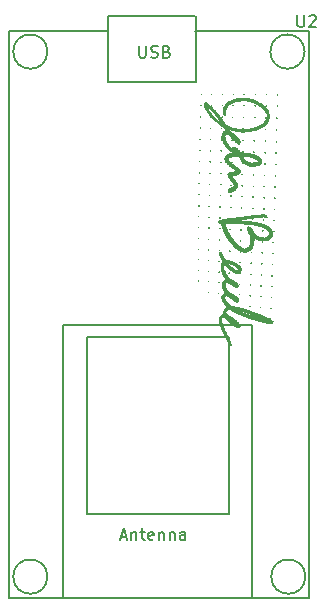
<source format=gbr>
G04 #@! TF.GenerationSoftware,KiCad,Pcbnew,(5.0.0)*
G04 #@! TF.CreationDate,2018-12-19T08:47:06-06:00*
G04 #@! TF.ProjectId,VoltageTransmitter_Hardware,566F6C746167655472616E736D697474,rev?*
G04 #@! TF.SameCoordinates,Original*
G04 #@! TF.FileFunction,Legend,Top*
G04 #@! TF.FilePolarity,Positive*
%FSLAX46Y46*%
G04 Gerber Fmt 4.6, Leading zero omitted, Abs format (unit mm)*
G04 Created by KiCad (PCBNEW (5.0.0)) date 12/19/18 08:47:06*
%MOMM*%
%LPD*%
G01*
G04 APERTURE LIST*
%ADD10C,0.150000*%
%ADD11C,0.010000*%
G04 APERTURE END LIST*
D10*
G04 #@! TO.C,U2*
X144452000Y-103378000D02*
G75*
G03X144452000Y-103378000I-1450000J0D01*
G01*
X122608000Y-103378000D02*
G75*
G03X122608000Y-103378000I-1450000J0D01*
G01*
X122608000Y-58928000D02*
G75*
G03X122608000Y-58928000I-1450000J0D01*
G01*
X144378000Y-58928000D02*
G75*
G03X144378000Y-58928000I-1450000J0D01*
G01*
X119320000Y-105230000D02*
X144780000Y-105230000D01*
X119320000Y-105230000D02*
X119320000Y-57150000D01*
X144780000Y-105230000D02*
X144780000Y-57150000D01*
X135172000Y-61530000D02*
X127762000Y-61530000D01*
X127762000Y-61530000D02*
X127762000Y-55880000D01*
X135172000Y-61530000D02*
X135172000Y-55880000D01*
X135128000Y-55880000D02*
X127762000Y-55880000D01*
X144780000Y-57150000D02*
X135128000Y-57150000D01*
X127762000Y-57150000D02*
X119380000Y-57150000D01*
X139902000Y-82042000D02*
X123952000Y-82042000D01*
X123952000Y-105156000D02*
X123952000Y-82042000D01*
X139954000Y-82042000D02*
X139954000Y-105156000D01*
X137984000Y-83058000D02*
X125984000Y-83058000D01*
X125984000Y-98044000D02*
X125984000Y-83058000D01*
X137985500Y-83058000D02*
X137985500Y-98044000D01*
X137985500Y-98044000D02*
X125984000Y-98044000D01*
D11*
G04 #@! TO.C,G\002A\002A\002A*
G36*
X140835225Y-74067783D02*
X140814338Y-74083811D01*
X140795500Y-74078912D01*
X140792028Y-74067783D01*
X140806092Y-74052618D01*
X140818966Y-74050504D01*
X140836850Y-74058880D01*
X140835225Y-74067783D01*
X140835225Y-74067783D01*
G37*
X140835225Y-74067783D02*
X140814338Y-74083811D01*
X140795500Y-74078912D01*
X140792028Y-74067783D01*
X140806092Y-74052618D01*
X140818966Y-74050504D01*
X140836850Y-74058880D01*
X140835225Y-74067783D01*
G36*
X138963911Y-73995656D02*
X138951824Y-73998667D01*
X138928026Y-73988142D01*
X138932315Y-73964245D01*
X138937424Y-73958349D01*
X138962715Y-73947343D01*
X138977162Y-73965327D01*
X138977742Y-73972749D01*
X138963911Y-73995656D01*
X138963911Y-73995656D01*
G37*
X138963911Y-73995656D02*
X138951824Y-73998667D01*
X138928026Y-73988142D01*
X138932315Y-73964245D01*
X138937424Y-73958349D01*
X138962715Y-73947343D01*
X138977162Y-73965327D01*
X138977742Y-73972749D01*
X138963911Y-73995656D01*
G36*
X138946254Y-74935472D02*
X138944690Y-74937134D01*
X138920669Y-74946430D01*
X138907121Y-74937134D01*
X138897681Y-74916277D01*
X138907121Y-74906740D01*
X138934296Y-74901397D01*
X138951245Y-74914133D01*
X138946254Y-74935472D01*
X138946254Y-74935472D01*
G37*
X138946254Y-74935472D02*
X138944690Y-74937134D01*
X138920669Y-74946430D01*
X138907121Y-74937134D01*
X138897681Y-74916277D01*
X138907121Y-74906740D01*
X138934296Y-74901397D01*
X138951245Y-74914133D01*
X138946254Y-74935472D01*
G36*
X138066437Y-73945091D02*
X138040412Y-73944542D01*
X138019881Y-73931362D01*
X138024194Y-73912855D01*
X138034451Y-73906634D01*
X138066129Y-73906645D01*
X138079234Y-73931779D01*
X138079239Y-73932431D01*
X138066437Y-73945091D01*
X138066437Y-73945091D01*
G37*
X138066437Y-73945091D02*
X138040412Y-73944542D01*
X138019881Y-73931362D01*
X138024194Y-73912855D01*
X138034451Y-73906634D01*
X138066129Y-73906645D01*
X138079234Y-73931779D01*
X138079239Y-73932431D01*
X138066437Y-73945091D01*
G36*
X142061337Y-62557103D02*
X142053388Y-62560027D01*
X142038059Y-62546032D01*
X142036109Y-62534109D01*
X142045439Y-62511115D01*
X142053388Y-62508191D01*
X142068718Y-62522186D01*
X142070667Y-62534109D01*
X142061337Y-62557103D01*
X142061337Y-62557103D01*
G37*
X142061337Y-62557103D02*
X142053388Y-62560027D01*
X142038059Y-62546032D01*
X142036109Y-62534109D01*
X142045439Y-62511115D01*
X142053388Y-62508191D01*
X142068718Y-62522186D01*
X142070667Y-62534109D01*
X142061337Y-62557103D01*
G36*
X142041564Y-63521576D02*
X142027706Y-63531966D01*
X142010952Y-63521484D01*
X142004458Y-63504058D01*
X142007627Y-63480100D01*
X142021500Y-63479579D01*
X142041723Y-63497956D01*
X142041564Y-63521576D01*
X142041564Y-63521576D01*
G37*
X142041564Y-63521576D02*
X142027706Y-63531966D01*
X142010952Y-63521484D01*
X142004458Y-63504058D01*
X142007627Y-63480100D01*
X142021500Y-63479579D01*
X142041723Y-63497956D01*
X142041564Y-63521576D01*
G36*
X141994352Y-64547102D02*
X141970549Y-64533190D01*
X141966994Y-64519744D01*
X141977040Y-64499592D01*
X141987512Y-64499225D01*
X142010330Y-64516424D01*
X142013231Y-64537129D01*
X141994352Y-64547102D01*
X141994352Y-64547102D01*
G37*
X141994352Y-64547102D02*
X141970549Y-64533190D01*
X141966994Y-64519744D01*
X141977040Y-64499592D01*
X141987512Y-64499225D01*
X142010330Y-64516424D01*
X142013231Y-64537129D01*
X141994352Y-64547102D01*
G36*
X141982742Y-65527605D02*
X141965974Y-65532000D01*
X141953022Y-65517432D01*
X141949715Y-65495327D01*
X141953527Y-65470384D01*
X141969661Y-65475399D01*
X141975443Y-65480006D01*
X141991854Y-65506576D01*
X141982742Y-65527605D01*
X141982742Y-65527605D01*
G37*
X141982742Y-65527605D02*
X141965974Y-65532000D01*
X141953022Y-65517432D01*
X141949715Y-65495327D01*
X141953527Y-65470384D01*
X141969661Y-65475399D01*
X141975443Y-65480006D01*
X141991854Y-65506576D01*
X141982742Y-65527605D01*
G36*
X141957890Y-66543671D02*
X141938622Y-66544323D01*
X141921255Y-66522072D01*
X141918210Y-66511147D01*
X141925653Y-66486486D01*
X141939808Y-66482340D01*
X141962240Y-66496875D01*
X141966994Y-66518338D01*
X141957890Y-66543671D01*
X141957890Y-66543671D01*
G37*
X141957890Y-66543671D02*
X141938622Y-66544323D01*
X141921255Y-66522072D01*
X141918210Y-66511147D01*
X141925653Y-66486486D01*
X141939808Y-66482340D01*
X141962240Y-66496875D01*
X141966994Y-66518338D01*
X141957890Y-66543671D01*
G36*
X141937891Y-67495725D02*
X141924033Y-67506116D01*
X141907278Y-67495633D01*
X141900784Y-67478208D01*
X141903954Y-67454249D01*
X141917826Y-67453729D01*
X141938049Y-67472106D01*
X141937891Y-67495725D01*
X141937891Y-67495725D01*
G37*
X141937891Y-67495725D02*
X141924033Y-67506116D01*
X141907278Y-67495633D01*
X141900784Y-67478208D01*
X141903954Y-67454249D01*
X141917826Y-67453729D01*
X141938049Y-67472106D01*
X141937891Y-67495725D01*
G36*
X141924410Y-68466006D02*
X141904593Y-68468072D01*
X141882354Y-68455419D01*
X141873869Y-68442242D01*
X141874188Y-68421603D01*
X141892187Y-68420643D01*
X141921190Y-68436834D01*
X141928124Y-68447817D01*
X141924410Y-68466006D01*
X141924410Y-68466006D01*
G37*
X141924410Y-68466006D02*
X141904593Y-68468072D01*
X141882354Y-68455419D01*
X141873869Y-68442242D01*
X141874188Y-68421603D01*
X141892187Y-68420643D01*
X141921190Y-68436834D01*
X141928124Y-68447817D01*
X141924410Y-68466006D01*
G36*
X141887806Y-69448757D02*
X141867081Y-69445740D01*
X141850001Y-69422995D01*
X141857521Y-69405369D01*
X141870520Y-69402476D01*
X141894322Y-69416389D01*
X141897878Y-69429835D01*
X141887806Y-69448757D01*
X141887806Y-69448757D01*
G37*
X141887806Y-69448757D02*
X141867081Y-69445740D01*
X141850001Y-69422995D01*
X141857521Y-69405369D01*
X141870520Y-69402476D01*
X141894322Y-69416389D01*
X141897878Y-69429835D01*
X141887806Y-69448757D01*
G36*
X141867860Y-70385211D02*
X141841795Y-70385160D01*
X141820861Y-70371289D01*
X141823028Y-70349098D01*
X141828480Y-70344351D01*
X141857230Y-70342038D01*
X141878474Y-70360834D01*
X141880599Y-70371115D01*
X141867860Y-70385211D01*
X141867860Y-70385211D01*
G37*
X141867860Y-70385211D02*
X141841795Y-70385160D01*
X141820861Y-70371289D01*
X141823028Y-70349098D01*
X141828480Y-70344351D01*
X141857230Y-70342038D01*
X141878474Y-70360834D01*
X141880599Y-70371115D01*
X141867860Y-70385211D01*
G36*
X141821563Y-71320436D02*
X141797760Y-71306523D01*
X141794205Y-71293077D01*
X141804251Y-71272925D01*
X141814723Y-71272559D01*
X141837541Y-71289757D01*
X141840442Y-71310462D01*
X141821563Y-71320436D01*
X141821563Y-71320436D01*
G37*
X141821563Y-71320436D02*
X141797760Y-71306523D01*
X141794205Y-71293077D01*
X141804251Y-71272925D01*
X141814723Y-71272559D01*
X141837541Y-71289757D01*
X141840442Y-71310462D01*
X141821563Y-71320436D01*
G36*
X141805981Y-72287101D02*
X141795644Y-72288055D01*
X141765941Y-72277078D01*
X141759647Y-72260869D01*
X141772602Y-72240109D01*
X141788453Y-72239271D01*
X141817255Y-72253700D01*
X141823691Y-72273665D01*
X141805981Y-72287101D01*
X141805981Y-72287101D01*
G37*
X141805981Y-72287101D02*
X141795644Y-72288055D01*
X141765941Y-72277078D01*
X141759647Y-72260869D01*
X141772602Y-72240109D01*
X141788453Y-72239271D01*
X141817255Y-72253700D01*
X141823691Y-72273665D01*
X141805981Y-72287101D01*
G36*
X141769738Y-73210352D02*
X141742593Y-73207296D01*
X141729409Y-73190878D01*
X141737428Y-73173536D01*
X141759647Y-73169279D01*
X141787052Y-73177241D01*
X141789885Y-73190878D01*
X141769738Y-73210352D01*
X141769738Y-73210352D01*
G37*
X141769738Y-73210352D02*
X141742593Y-73207296D01*
X141729409Y-73190878D01*
X141737428Y-73173536D01*
X141759647Y-73169279D01*
X141787052Y-73177241D01*
X141789885Y-73190878D01*
X141769738Y-73210352D01*
G36*
X141745536Y-74123363D02*
X141721792Y-74134767D01*
X141704921Y-74123642D01*
X141695743Y-74104429D01*
X141714305Y-74092133D01*
X141746487Y-74088175D01*
X141757618Y-74102493D01*
X141745536Y-74123363D01*
X141745536Y-74123363D01*
G37*
X141745536Y-74123363D02*
X141721792Y-74134767D01*
X141704921Y-74123642D01*
X141695743Y-74104429D01*
X141714305Y-74092133D01*
X141746487Y-74088175D01*
X141757618Y-74102493D01*
X141745536Y-74123363D01*
G36*
X141710617Y-75083998D02*
X141690531Y-75087238D01*
X141662453Y-75080002D01*
X141655973Y-75069959D01*
X141670445Y-75055921D01*
X141690531Y-75052681D01*
X141718609Y-75059916D01*
X141725089Y-75069959D01*
X141710617Y-75083998D01*
X141710617Y-75083998D01*
G37*
X141710617Y-75083998D02*
X141690531Y-75087238D01*
X141662453Y-75080002D01*
X141655973Y-75069959D01*
X141670445Y-75055921D01*
X141690531Y-75052681D01*
X141718609Y-75059916D01*
X141725089Y-75069959D01*
X141710617Y-75083998D01*
G36*
X141681957Y-75999260D02*
X141659213Y-76016340D01*
X141641587Y-76008820D01*
X141638694Y-75995821D01*
X141652606Y-75972019D01*
X141666053Y-75968463D01*
X141684975Y-75978535D01*
X141681957Y-75999260D01*
X141681957Y-75999260D01*
G37*
X141681957Y-75999260D02*
X141659213Y-76016340D01*
X141641587Y-76008820D01*
X141638694Y-75995821D01*
X141652606Y-75972019D01*
X141666053Y-75968463D01*
X141684975Y-75978535D01*
X141681957Y-75999260D01*
G36*
X141647400Y-76915042D02*
X141624655Y-76932122D01*
X141607029Y-76924602D01*
X141604136Y-76911603D01*
X141618049Y-76887801D01*
X141631495Y-76884245D01*
X141650417Y-76894317D01*
X141647400Y-76915042D01*
X141647400Y-76915042D01*
G37*
X141647400Y-76915042D02*
X141624655Y-76932122D01*
X141607029Y-76924602D01*
X141604136Y-76911603D01*
X141618049Y-76887801D01*
X141631495Y-76884245D01*
X141650417Y-76894317D01*
X141647400Y-76915042D01*
G36*
X141610385Y-77877783D02*
X141592457Y-77901057D01*
X141574968Y-77897777D01*
X141569579Y-77877783D01*
X141583132Y-77854868D01*
X141594955Y-77851864D01*
X141612387Y-77863313D01*
X141610385Y-77877783D01*
X141610385Y-77877783D01*
G37*
X141610385Y-77877783D02*
X141592457Y-77901057D01*
X141574968Y-77897777D01*
X141569579Y-77877783D01*
X141583132Y-77854868D01*
X141594955Y-77851864D01*
X141612387Y-77863313D01*
X141610385Y-77877783D01*
G36*
X141578284Y-78798443D02*
X141555540Y-78815523D01*
X141537914Y-78808003D01*
X141535021Y-78795005D01*
X141548933Y-78771202D01*
X141562379Y-78767647D01*
X141581301Y-78777719D01*
X141578284Y-78798443D01*
X141578284Y-78798443D01*
G37*
X141578284Y-78798443D02*
X141555540Y-78815523D01*
X141537914Y-78808003D01*
X141535021Y-78795005D01*
X141548933Y-78771202D01*
X141562379Y-78767647D01*
X141581301Y-78777719D01*
X141578284Y-78798443D01*
G36*
X141531371Y-79712774D02*
X141516722Y-79717987D01*
X141501510Y-79707115D01*
X141506918Y-79685254D01*
X141518892Y-79674079D01*
X141542161Y-79669413D01*
X141546540Y-79671910D01*
X141547843Y-79692119D01*
X141531371Y-79712774D01*
X141531371Y-79712774D01*
G37*
X141531371Y-79712774D02*
X141516722Y-79717987D01*
X141501510Y-79707115D01*
X141506918Y-79685254D01*
X141518892Y-79674079D01*
X141542161Y-79669413D01*
X141546540Y-79671910D01*
X141547843Y-79692119D01*
X141531371Y-79712774D01*
G36*
X141504593Y-80650546D02*
X141500463Y-80651048D01*
X141483686Y-80637899D01*
X141483184Y-80633769D01*
X141496333Y-80616992D01*
X141500463Y-80616490D01*
X141517240Y-80629639D01*
X141517742Y-80633769D01*
X141504593Y-80650546D01*
X141504593Y-80650546D01*
G37*
X141504593Y-80650546D02*
X141500463Y-80651048D01*
X141483686Y-80637899D01*
X141483184Y-80633769D01*
X141496333Y-80616992D01*
X141500463Y-80616490D01*
X141517240Y-80629639D01*
X141517742Y-80633769D01*
X141504593Y-80650546D01*
G36*
X141474545Y-81532272D02*
X141465905Y-81523633D01*
X141474545Y-81514993D01*
X141483184Y-81523633D01*
X141474545Y-81532272D01*
X141474545Y-81532272D01*
G37*
X141474545Y-81532272D02*
X141465905Y-81523633D01*
X141474545Y-81514993D01*
X141483184Y-81523633D01*
X141474545Y-81532272D01*
G36*
X141122510Y-62551638D02*
X141104671Y-62536065D01*
X141093869Y-62510202D01*
X141102331Y-62499994D01*
X141122672Y-62503387D01*
X141131223Y-62516480D01*
X141135994Y-62546904D01*
X141122510Y-62551638D01*
X141122510Y-62551638D01*
G37*
X141122510Y-62551638D02*
X141104671Y-62536065D01*
X141093869Y-62510202D01*
X141102331Y-62499994D01*
X141122672Y-62503387D01*
X141131223Y-62516480D01*
X141135994Y-62546904D01*
X141122510Y-62551638D01*
G36*
X141093387Y-63525080D02*
X141085769Y-63527647D01*
X141071866Y-63513131D01*
X141068490Y-63492069D01*
X141075142Y-63468177D01*
X141085769Y-63467170D01*
X141101668Y-63492171D01*
X141103048Y-63502748D01*
X141093387Y-63525080D01*
X141093387Y-63525080D01*
G37*
X141093387Y-63525080D02*
X141085769Y-63527647D01*
X141071866Y-63513131D01*
X141068490Y-63492069D01*
X141075142Y-63468177D01*
X141085769Y-63467170D01*
X141101668Y-63492171D01*
X141103048Y-63502748D01*
X141093387Y-63525080D01*
G36*
X141062512Y-64521011D02*
X141051211Y-64526944D01*
X141036535Y-64518189D01*
X141033932Y-64503905D01*
X141044032Y-64482924D01*
X141055531Y-64482306D01*
X141072222Y-64499813D01*
X141062512Y-64521011D01*
X141062512Y-64521011D01*
G37*
X141062512Y-64521011D02*
X141051211Y-64526944D01*
X141036535Y-64518189D01*
X141033932Y-64503905D01*
X141044032Y-64482924D01*
X141055531Y-64482306D01*
X141072222Y-64499813D01*
X141062512Y-64521011D01*
G36*
X141042804Y-65510006D02*
X141024547Y-65510054D01*
X141009863Y-65487390D01*
X141000536Y-65456716D01*
X141009494Y-65446504D01*
X141025293Y-65445606D01*
X141046401Y-65460011D01*
X141051211Y-65480164D01*
X141042804Y-65510006D01*
X141042804Y-65510006D01*
G37*
X141042804Y-65510006D02*
X141024547Y-65510054D01*
X141009863Y-65487390D01*
X141000536Y-65456716D01*
X141009494Y-65446504D01*
X141025293Y-65445606D01*
X141046401Y-65460011D01*
X141051211Y-65480164D01*
X141042804Y-65510006D01*
G36*
X141022108Y-66493549D02*
X141008251Y-66503939D01*
X140991496Y-66493456D01*
X140985002Y-66476031D01*
X140988171Y-66452073D01*
X141002044Y-66451552D01*
X141022267Y-66469929D01*
X141022108Y-66493549D01*
X141022108Y-66493549D01*
G37*
X141022108Y-66493549D02*
X141008251Y-66503939D01*
X140991496Y-66493456D01*
X140985002Y-66476031D01*
X140988171Y-66452073D01*
X141002044Y-66451552D01*
X141022267Y-66469929D01*
X141022108Y-66493549D01*
G36*
X141004829Y-67461168D02*
X140990972Y-67471558D01*
X140974217Y-67461075D01*
X140967723Y-67443650D01*
X140970892Y-67419692D01*
X140984765Y-67419171D01*
X141004988Y-67437548D01*
X141004829Y-67461168D01*
X141004829Y-67461168D01*
G37*
X141004829Y-67461168D02*
X140990972Y-67471558D01*
X140974217Y-67461075D01*
X140967723Y-67443650D01*
X140970892Y-67419692D01*
X140984765Y-67419171D01*
X141004988Y-67437548D01*
X141004829Y-67461168D01*
G36*
X140992957Y-68430844D02*
X140979426Y-68431096D01*
X140956487Y-68409287D01*
X140950207Y-68392558D01*
X140953955Y-68369755D01*
X140967486Y-68369503D01*
X140990425Y-68391312D01*
X140996705Y-68408041D01*
X140992957Y-68430844D01*
X140992957Y-68430844D01*
G37*
X140992957Y-68430844D02*
X140979426Y-68431096D01*
X140956487Y-68409287D01*
X140950207Y-68392558D01*
X140953955Y-68369755D01*
X140967486Y-68369503D01*
X140990425Y-68391312D01*
X140996705Y-68408041D01*
X140992957Y-68430844D01*
G36*
X140966020Y-69410372D02*
X140945502Y-69407516D01*
X140926595Y-69387770D01*
X140922038Y-69366027D01*
X140924649Y-69362009D01*
X140947461Y-69350681D01*
X140948569Y-69350640D01*
X140965577Y-69364270D01*
X140973131Y-69391282D01*
X140966020Y-69410372D01*
X140966020Y-69410372D01*
G37*
X140966020Y-69410372D02*
X140945502Y-69407516D01*
X140926595Y-69387770D01*
X140922038Y-69366027D01*
X140924649Y-69362009D01*
X140947461Y-69350681D01*
X140948569Y-69350640D01*
X140965577Y-69364270D01*
X140973131Y-69391282D01*
X140966020Y-69410372D01*
G36*
X140937466Y-70347260D02*
X140916741Y-70344243D01*
X140899661Y-70321499D01*
X140907181Y-70303873D01*
X140920180Y-70300980D01*
X140943982Y-70314892D01*
X140947538Y-70328338D01*
X140937466Y-70347260D01*
X140937466Y-70347260D01*
G37*
X140937466Y-70347260D02*
X140916741Y-70344243D01*
X140899661Y-70321499D01*
X140907181Y-70303873D01*
X140920180Y-70300980D01*
X140943982Y-70314892D01*
X140947538Y-70328338D01*
X140937466Y-70347260D01*
G36*
X140916428Y-71282867D02*
X140904341Y-71285878D01*
X140881433Y-71272047D01*
X140878422Y-71259959D01*
X140892253Y-71237052D01*
X140904341Y-71234041D01*
X140927248Y-71247872D01*
X140930259Y-71259959D01*
X140916428Y-71282867D01*
X140916428Y-71282867D01*
G37*
X140916428Y-71282867D02*
X140904341Y-71285878D01*
X140881433Y-71272047D01*
X140878422Y-71259959D01*
X140892253Y-71237052D01*
X140904341Y-71234041D01*
X140927248Y-71247872D01*
X140930259Y-71259959D01*
X140916428Y-71282867D01*
G36*
X140898508Y-72232978D02*
X140878422Y-72236218D01*
X140850345Y-72228982D01*
X140843864Y-72218939D01*
X140858336Y-72204900D01*
X140878422Y-72201660D01*
X140906500Y-72208896D01*
X140912980Y-72218939D01*
X140898508Y-72232978D01*
X140898508Y-72232978D01*
G37*
X140898508Y-72232978D02*
X140878422Y-72236218D01*
X140850345Y-72228982D01*
X140843864Y-72218939D01*
X140858336Y-72204900D01*
X140878422Y-72201660D01*
X140906500Y-72208896D01*
X140912980Y-72218939D01*
X140898508Y-72232978D01*
G36*
X140865114Y-73166281D02*
X140853524Y-73169279D01*
X140825241Y-73159714D01*
X140815628Y-73139300D01*
X140821296Y-73128492D01*
X140848766Y-73117261D01*
X140872776Y-73127588D01*
X140878422Y-73143361D01*
X140865114Y-73166281D01*
X140865114Y-73166281D01*
G37*
X140865114Y-73166281D02*
X140853524Y-73169279D01*
X140825241Y-73159714D01*
X140815628Y-73139300D01*
X140821296Y-73128492D01*
X140848766Y-73117261D01*
X140872776Y-73127588D01*
X140878422Y-73143361D01*
X140865114Y-73166281D01*
G36*
X140799260Y-75048354D02*
X140788788Y-75048721D01*
X140765970Y-75031522D01*
X140763069Y-75010818D01*
X140781948Y-75000844D01*
X140805751Y-75014756D01*
X140809307Y-75028202D01*
X140799260Y-75048354D01*
X140799260Y-75048354D01*
G37*
X140799260Y-75048354D02*
X140788788Y-75048721D01*
X140765970Y-75031522D01*
X140763069Y-75010818D01*
X140781948Y-75000844D01*
X140805751Y-75014756D01*
X140809307Y-75028202D01*
X140799260Y-75048354D01*
G36*
X140752922Y-75954916D02*
X140731725Y-75945206D01*
X140725792Y-75933905D01*
X140734546Y-75919229D01*
X140748830Y-75916626D01*
X140769811Y-75926725D01*
X140770429Y-75938225D01*
X140752922Y-75954916D01*
X140752922Y-75954916D01*
G37*
X140752922Y-75954916D02*
X140731725Y-75945206D01*
X140725792Y-75933905D01*
X140734546Y-75919229D01*
X140748830Y-75916626D01*
X140769811Y-75926725D01*
X140770429Y-75938225D01*
X140752922Y-75954916D01*
G36*
X140726360Y-76881235D02*
X140714273Y-76884245D01*
X140691365Y-76870414D01*
X140688354Y-76858327D01*
X140702185Y-76835419D01*
X140714273Y-76832408D01*
X140737180Y-76846240D01*
X140740191Y-76858327D01*
X140726360Y-76881235D01*
X140726360Y-76881235D01*
G37*
X140726360Y-76881235D02*
X140714273Y-76884245D01*
X140691365Y-76870414D01*
X140688354Y-76858327D01*
X140702185Y-76835419D01*
X140714273Y-76832408D01*
X140737180Y-76846240D01*
X140740191Y-76858327D01*
X140726360Y-76881235D01*
G36*
X140691802Y-77831575D02*
X140679715Y-77834585D01*
X140655917Y-77824060D01*
X140660207Y-77800163D01*
X140665316Y-77794268D01*
X140690606Y-77783261D01*
X140705054Y-77801246D01*
X140705633Y-77808667D01*
X140691802Y-77831575D01*
X140691802Y-77831575D01*
G37*
X140691802Y-77831575D02*
X140679715Y-77834585D01*
X140655917Y-77824060D01*
X140660207Y-77800163D01*
X140665316Y-77794268D01*
X140690606Y-77783261D01*
X140705054Y-77801246D01*
X140705633Y-77808667D01*
X140691802Y-77831575D01*
G36*
X140678977Y-78734283D02*
X140657565Y-78748279D01*
X140631578Y-78748076D01*
X140619239Y-78734108D01*
X140631799Y-78710707D01*
X140636517Y-78707170D01*
X140662143Y-78703790D01*
X140680121Y-78717503D01*
X140678977Y-78734283D01*
X140678977Y-78734283D01*
G37*
X140678977Y-78734283D02*
X140657565Y-78748279D01*
X140631578Y-78748076D01*
X140619239Y-78734108D01*
X140631799Y-78710707D01*
X140636517Y-78707170D01*
X140662143Y-78703790D01*
X140680121Y-78717503D01*
X140678977Y-78734283D01*
G36*
X140645157Y-79631592D02*
X140624270Y-79647620D01*
X140605432Y-79642721D01*
X140601960Y-79631592D01*
X140616024Y-79616428D01*
X140628898Y-79614313D01*
X140646782Y-79622690D01*
X140645157Y-79631592D01*
X140645157Y-79631592D01*
G37*
X140645157Y-79631592D02*
X140624270Y-79647620D01*
X140605432Y-79642721D01*
X140601960Y-79631592D01*
X140616024Y-79616428D01*
X140628898Y-79614313D01*
X140646782Y-79622690D01*
X140645157Y-79631592D01*
G36*
X140607131Y-80569746D02*
X140601960Y-80573293D01*
X140586037Y-80571923D01*
X140584681Y-80565673D01*
X140597224Y-80548078D01*
X140601960Y-80547374D01*
X140618789Y-80553270D01*
X140619239Y-80554994D01*
X140607131Y-80569746D01*
X140607131Y-80569746D01*
G37*
X140607131Y-80569746D02*
X140601960Y-80573293D01*
X140586037Y-80571923D01*
X140584681Y-80565673D01*
X140597224Y-80548078D01*
X140601960Y-80547374D01*
X140618789Y-80553270D01*
X140619239Y-80554994D01*
X140607131Y-80569746D01*
G36*
X140195215Y-62539824D02*
X140187266Y-62542749D01*
X140171936Y-62528753D01*
X140169987Y-62516830D01*
X140179317Y-62493836D01*
X140187266Y-62490912D01*
X140202595Y-62504907D01*
X140204545Y-62516830D01*
X140195215Y-62539824D01*
X140195215Y-62539824D01*
G37*
X140195215Y-62539824D02*
X140187266Y-62542749D01*
X140171936Y-62528753D01*
X140169987Y-62516830D01*
X140179317Y-62493836D01*
X140187266Y-62490912D01*
X140202595Y-62504907D01*
X140204545Y-62516830D01*
X140195215Y-62539824D01*
G36*
X140161610Y-63503354D02*
X140152708Y-63501728D01*
X140136088Y-63479638D01*
X140135429Y-63474790D01*
X140148608Y-63458996D01*
X140152708Y-63458531D01*
X140167872Y-63472595D01*
X140169987Y-63485469D01*
X140161610Y-63503354D01*
X140161610Y-63503354D01*
G37*
X140161610Y-63503354D02*
X140152708Y-63501728D01*
X140136088Y-63479638D01*
X140135429Y-63474790D01*
X140148608Y-63458996D01*
X140152708Y-63458531D01*
X140167872Y-63472595D01*
X140169987Y-63485469D01*
X140161610Y-63503354D01*
G36*
X140142636Y-64506988D02*
X140121911Y-64503971D01*
X140104831Y-64481226D01*
X140112351Y-64463601D01*
X140125350Y-64460708D01*
X140149152Y-64474620D01*
X140152708Y-64488066D01*
X140142636Y-64506988D01*
X140142636Y-64506988D01*
G37*
X140142636Y-64506988D02*
X140121911Y-64503971D01*
X140104831Y-64481226D01*
X140112351Y-64463601D01*
X140125350Y-64460708D01*
X140149152Y-64474620D01*
X140152708Y-64488066D01*
X140142636Y-64506988D01*
G36*
X140090799Y-66476784D02*
X140070074Y-66473767D01*
X140052994Y-66451022D01*
X140060514Y-66433397D01*
X140073513Y-66430504D01*
X140097315Y-66444416D01*
X140100871Y-66457862D01*
X140090799Y-66476784D01*
X140090799Y-66476784D01*
G37*
X140090799Y-66476784D02*
X140070074Y-66473767D01*
X140052994Y-66451022D01*
X140060514Y-66433397D01*
X140073513Y-66430504D01*
X140097315Y-66444416D01*
X140100871Y-66457862D01*
X140090799Y-66476784D01*
G36*
X140087785Y-67429840D02*
X140058419Y-67426718D01*
X140037344Y-67409860D01*
X140031732Y-67389879D01*
X140044715Y-67381108D01*
X140069117Y-67389613D01*
X140083092Y-67397448D01*
X140098795Y-67417089D01*
X140087785Y-67429840D01*
X140087785Y-67429840D01*
G37*
X140087785Y-67429840D02*
X140058419Y-67426718D01*
X140037344Y-67409860D01*
X140031732Y-67389879D01*
X140044715Y-67381108D01*
X140069117Y-67389613D01*
X140083092Y-67397448D01*
X140098795Y-67417089D01*
X140087785Y-67429840D01*
G36*
X140035203Y-69364908D02*
X140023116Y-69367919D01*
X140000208Y-69354087D01*
X139997198Y-69342000D01*
X140011029Y-69319092D01*
X140023116Y-69316082D01*
X140046024Y-69329913D01*
X140049034Y-69342000D01*
X140035203Y-69364908D01*
X140035203Y-69364908D01*
G37*
X140035203Y-69364908D02*
X140023116Y-69367919D01*
X140000208Y-69354087D01*
X139997198Y-69342000D01*
X140011029Y-69319092D01*
X140023116Y-69316082D01*
X140046024Y-69329913D01*
X140049034Y-69342000D01*
X140035203Y-69364908D01*
G36*
X140017760Y-70299030D02*
X140005837Y-70300980D01*
X139982843Y-70291650D01*
X139979919Y-70283701D01*
X139993914Y-70268371D01*
X140005837Y-70266422D01*
X140028831Y-70275752D01*
X140031756Y-70283701D01*
X140017760Y-70299030D01*
X140017760Y-70299030D01*
G37*
X140017760Y-70299030D02*
X140005837Y-70300980D01*
X139982843Y-70291650D01*
X139979919Y-70283701D01*
X139993914Y-70268371D01*
X140005837Y-70266422D01*
X140028831Y-70275752D01*
X140031756Y-70283701D01*
X140017760Y-70299030D01*
G36*
X139976410Y-71231488D02*
X139960846Y-71221880D01*
X139952341Y-71200227D01*
X139959940Y-71192512D01*
X139983345Y-71194040D01*
X139989095Y-71200351D01*
X139993125Y-71224881D01*
X139976410Y-71231488D01*
X139976410Y-71231488D01*
G37*
X139976410Y-71231488D02*
X139960846Y-71221880D01*
X139952341Y-71200227D01*
X139959940Y-71192512D01*
X139983345Y-71194040D01*
X139989095Y-71200351D01*
X139993125Y-71224881D01*
X139976410Y-71231488D01*
G36*
X139969872Y-72197334D02*
X139959400Y-72197700D01*
X139936582Y-72180502D01*
X139933681Y-72159797D01*
X139952561Y-72149823D01*
X139976363Y-72163736D01*
X139979919Y-72177182D01*
X139969872Y-72197334D01*
X139969872Y-72197334D01*
G37*
X139969872Y-72197334D02*
X139959400Y-72197700D01*
X139936582Y-72180502D01*
X139933681Y-72159797D01*
X139952561Y-72149823D01*
X139976363Y-72163736D01*
X139979919Y-72177182D01*
X139969872Y-72197334D01*
G36*
X139948645Y-73115493D02*
X139936722Y-73117442D01*
X139913727Y-73108112D01*
X139910803Y-73100164D01*
X139924798Y-73084834D01*
X139936722Y-73082885D01*
X139959716Y-73092215D01*
X139962640Y-73100164D01*
X139948645Y-73115493D01*
X139948645Y-73115493D01*
G37*
X139948645Y-73115493D02*
X139936722Y-73117442D01*
X139913727Y-73108112D01*
X139910803Y-73100164D01*
X139924798Y-73084834D01*
X139936722Y-73082885D01*
X139959716Y-73092215D01*
X139962640Y-73100164D01*
X139948645Y-73115493D01*
G36*
X139866868Y-75900541D02*
X139845456Y-75914537D01*
X139819469Y-75914335D01*
X139807130Y-75900367D01*
X139819690Y-75876965D01*
X139824409Y-75873429D01*
X139850034Y-75870048D01*
X139868012Y-75883761D01*
X139866868Y-75900541D01*
X139866868Y-75900541D01*
G37*
X139866868Y-75900541D02*
X139845456Y-75914537D01*
X139819469Y-75914335D01*
X139807130Y-75900367D01*
X139819690Y-75876965D01*
X139824409Y-75873429D01*
X139850034Y-75870048D01*
X139868012Y-75883761D01*
X139866868Y-75900541D01*
G36*
X139818985Y-76826261D02*
X139797470Y-76832408D01*
X139775287Y-76822685D01*
X139777550Y-76802424D01*
X139799235Y-76786534D01*
X139827554Y-76782562D01*
X139835523Y-76785927D01*
X139837759Y-76806492D01*
X139818985Y-76826261D01*
X139818985Y-76826261D01*
G37*
X139818985Y-76826261D02*
X139797470Y-76832408D01*
X139775287Y-76822685D01*
X139777550Y-76802424D01*
X139799235Y-76786534D01*
X139827554Y-76782562D01*
X139835523Y-76785927D01*
X139837759Y-76806492D01*
X139818985Y-76826261D01*
G36*
X139798556Y-77761709D02*
X139775812Y-77778789D01*
X139758186Y-77771269D01*
X139755293Y-77758270D01*
X139769205Y-77734468D01*
X139782651Y-77730912D01*
X139801573Y-77740984D01*
X139798556Y-77761709D01*
X139798556Y-77761709D01*
G37*
X139798556Y-77761709D02*
X139775812Y-77778789D01*
X139758186Y-77771269D01*
X139755293Y-77758270D01*
X139769205Y-77734468D01*
X139782651Y-77730912D01*
X139801573Y-77740984D01*
X139798556Y-77761709D01*
G36*
X139777375Y-78666318D02*
X139764282Y-78674869D01*
X139733858Y-78679640D01*
X139729125Y-78666156D01*
X139744698Y-78648317D01*
X139770560Y-78637515D01*
X139780768Y-78645977D01*
X139777375Y-78666318D01*
X139777375Y-78666318D01*
G37*
X139777375Y-78666318D02*
X139764282Y-78674869D01*
X139733858Y-78679640D01*
X139729125Y-78666156D01*
X139744698Y-78648317D01*
X139770560Y-78637515D01*
X139780768Y-78645977D01*
X139777375Y-78666318D01*
G36*
X139712096Y-80495538D02*
X139703456Y-80486898D01*
X139712096Y-80478259D01*
X139720735Y-80486898D01*
X139712096Y-80495538D01*
X139712096Y-80495538D01*
G37*
X139712096Y-80495538D02*
X139703456Y-80486898D01*
X139712096Y-80478259D01*
X139720735Y-80486898D01*
X139712096Y-80495538D01*
G36*
X139744496Y-79564699D02*
X139723045Y-79578010D01*
X139710529Y-79575308D01*
X139715184Y-79559662D01*
X139728957Y-79545544D01*
X139750683Y-79534401D01*
X139755293Y-79542062D01*
X139744496Y-79564699D01*
X139744496Y-79564699D01*
G37*
X139744496Y-79564699D02*
X139723045Y-79578010D01*
X139710529Y-79575308D01*
X139715184Y-79559662D01*
X139728957Y-79545544D01*
X139750683Y-79534401D01*
X139755293Y-79542062D01*
X139744496Y-79564699D01*
G36*
X139225090Y-62525157D02*
X139206946Y-62511647D01*
X139204528Y-62506031D01*
X139210976Y-62493145D01*
X139221807Y-62494512D01*
X139240686Y-62508025D01*
X139241245Y-62513950D01*
X139225090Y-62525157D01*
X139225090Y-62525157D01*
G37*
X139225090Y-62525157D02*
X139206946Y-62511647D01*
X139204528Y-62506031D01*
X139210976Y-62493145D01*
X139221807Y-62494512D01*
X139240686Y-62508025D01*
X139241245Y-62513950D01*
X139225090Y-62525157D01*
G36*
X139211690Y-63490795D02*
X139201288Y-63489849D01*
X139175102Y-63467972D01*
X139171050Y-63459611D01*
X139175767Y-63443545D01*
X139186169Y-63444492D01*
X139212355Y-63466368D01*
X139216407Y-63474730D01*
X139211690Y-63490795D01*
X139211690Y-63490795D01*
G37*
X139211690Y-63490795D02*
X139201288Y-63489849D01*
X139175102Y-63467972D01*
X139171050Y-63459611D01*
X139175767Y-63443545D01*
X139186169Y-63444492D01*
X139212355Y-63466368D01*
X139216407Y-63474730D01*
X139211690Y-63490795D01*
G36*
X139175759Y-64492341D02*
X139167810Y-64495266D01*
X139152480Y-64481270D01*
X139150531Y-64469347D01*
X139159861Y-64446353D01*
X139167810Y-64443429D01*
X139183139Y-64457424D01*
X139185089Y-64469347D01*
X139175759Y-64492341D01*
X139175759Y-64492341D01*
G37*
X139175759Y-64492341D02*
X139167810Y-64495266D01*
X139152480Y-64481270D01*
X139150531Y-64469347D01*
X139159861Y-64446353D01*
X139167810Y-64443429D01*
X139183139Y-64457424D01*
X139185089Y-64469347D01*
X139175759Y-64492341D01*
G36*
X139126053Y-66447783D02*
X139102250Y-66433870D01*
X139098694Y-66420424D01*
X139108741Y-66400272D01*
X139119213Y-66399906D01*
X139142031Y-66417104D01*
X139144932Y-66437809D01*
X139126053Y-66447783D01*
X139126053Y-66447783D01*
G37*
X139126053Y-66447783D02*
X139102250Y-66433870D01*
X139098694Y-66420424D01*
X139108741Y-66400272D01*
X139119213Y-66399906D01*
X139142031Y-66417104D01*
X139144932Y-66437809D01*
X139126053Y-66447783D01*
G36*
X139124387Y-67395342D02*
X139106436Y-67395453D01*
X139076132Y-67378881D01*
X139067898Y-67366234D01*
X139073002Y-67349067D01*
X139090953Y-67348956D01*
X139121256Y-67365527D01*
X139129491Y-67378174D01*
X139124387Y-67395342D01*
X139124387Y-67395342D01*
G37*
X139124387Y-67395342D02*
X139106436Y-67395453D01*
X139076132Y-67378881D01*
X139067898Y-67366234D01*
X139073002Y-67349067D01*
X139090953Y-67348956D01*
X139121256Y-67365527D01*
X139129491Y-67378174D01*
X139124387Y-67395342D01*
G36*
X139108653Y-68344264D02*
X139089991Y-68342080D01*
X139068662Y-68325836D01*
X139049260Y-68304005D01*
X139055150Y-68297108D01*
X139068054Y-68296626D01*
X139098004Y-68306320D01*
X139113544Y-68327354D01*
X139108653Y-68344264D01*
X139108653Y-68344264D01*
G37*
X139108653Y-68344264D02*
X139089991Y-68342080D01*
X139068662Y-68325836D01*
X139049260Y-68304005D01*
X139055150Y-68297108D01*
X139068054Y-68296626D01*
X139098004Y-68306320D01*
X139113544Y-68327354D01*
X139108653Y-68344264D01*
G36*
X139083655Y-69323337D02*
X139061426Y-69320039D01*
X139046700Y-69307252D01*
X139034721Y-69286891D01*
X139050460Y-69281537D01*
X139052362Y-69281524D01*
X139081103Y-69290296D01*
X139092739Y-69308921D01*
X139083655Y-69323337D01*
X139083655Y-69323337D01*
G37*
X139083655Y-69323337D02*
X139061426Y-69320039D01*
X139046700Y-69307252D01*
X139034721Y-69286891D01*
X139050460Y-69281537D01*
X139052362Y-69281524D01*
X139081103Y-69290296D01*
X139092739Y-69308921D01*
X139083655Y-69323337D01*
G36*
X139068107Y-70263423D02*
X139056517Y-70266422D01*
X139028235Y-70256856D01*
X139018621Y-70236442D01*
X139024289Y-70225635D01*
X139051759Y-70214404D01*
X139075769Y-70224731D01*
X139081415Y-70240504D01*
X139068107Y-70263423D01*
X139068107Y-70263423D01*
G37*
X139068107Y-70263423D02*
X139056517Y-70266422D01*
X139028235Y-70256856D01*
X139018621Y-70236442D01*
X139024289Y-70225635D01*
X139051759Y-70214404D01*
X139075769Y-70224731D01*
X139081415Y-70240504D01*
X139068107Y-70263423D01*
G36*
X139032862Y-71180255D02*
X139020939Y-71182204D01*
X138997945Y-71172874D01*
X138995021Y-71164925D01*
X139009016Y-71149596D01*
X139020939Y-71147647D01*
X139043933Y-71156977D01*
X139046858Y-71164925D01*
X139032862Y-71180255D01*
X139032862Y-71180255D01*
G37*
X139032862Y-71180255D02*
X139020939Y-71182204D01*
X138997945Y-71172874D01*
X138995021Y-71164925D01*
X139009016Y-71149596D01*
X139020939Y-71147647D01*
X139043933Y-71156977D01*
X139046858Y-71164925D01*
X139032862Y-71180255D01*
G36*
X139018598Y-72148573D02*
X138996732Y-72143673D01*
X138986381Y-72132544D01*
X138990299Y-72117752D01*
X139002641Y-72115266D01*
X139026282Y-72124287D01*
X139029579Y-72132544D01*
X139018598Y-72148573D01*
X139018598Y-72148573D01*
G37*
X139018598Y-72148573D02*
X138996732Y-72143673D01*
X138986381Y-72132544D01*
X138990299Y-72117752D01*
X139002641Y-72115266D01*
X139026282Y-72124287D01*
X139029579Y-72132544D01*
X139018598Y-72148573D01*
G36*
X138896315Y-76747958D02*
X138868109Y-76761481D01*
X138857222Y-76760557D01*
X138846603Y-76746834D01*
X138849950Y-76741334D01*
X138876960Y-76729868D01*
X138889044Y-76728735D01*
X138905497Y-76734217D01*
X138896315Y-76747958D01*
X138896315Y-76747958D01*
G37*
X138896315Y-76747958D02*
X138868109Y-76761481D01*
X138857222Y-76760557D01*
X138846603Y-76746834D01*
X138849950Y-76741334D01*
X138876960Y-76729868D01*
X138889044Y-76728735D01*
X138905497Y-76734217D01*
X138896315Y-76747958D01*
G36*
X138860237Y-77710622D02*
X138848150Y-77713633D01*
X138824352Y-77703108D01*
X138828642Y-77679211D01*
X138833751Y-77673315D01*
X138859042Y-77662309D01*
X138873489Y-77680293D01*
X138874068Y-77687715D01*
X138860237Y-77710622D01*
X138860237Y-77710622D01*
G37*
X138860237Y-77710622D02*
X138848150Y-77713633D01*
X138824352Y-77703108D01*
X138828642Y-77679211D01*
X138833751Y-77673315D01*
X138859042Y-77662309D01*
X138873489Y-77680293D01*
X138874068Y-77687715D01*
X138860237Y-77710622D01*
G36*
X138835637Y-78608012D02*
X138821212Y-78612136D01*
X138805890Y-78600555D01*
X138811867Y-78577102D01*
X138816002Y-78572289D01*
X138838498Y-78568775D01*
X138842203Y-78570603D01*
X138849465Y-78589243D01*
X138835637Y-78608012D01*
X138835637Y-78608012D01*
G37*
X138835637Y-78608012D02*
X138821212Y-78612136D01*
X138805890Y-78600555D01*
X138811867Y-78577102D01*
X138816002Y-78572289D01*
X138838498Y-78568775D01*
X138842203Y-78570603D01*
X138849465Y-78589243D01*
X138835637Y-78608012D01*
G36*
X138816472Y-79487601D02*
X138795966Y-79489669D01*
X138793434Y-79487601D01*
X138795805Y-79477329D01*
X138804953Y-79476082D01*
X138819175Y-79482404D01*
X138816472Y-79487601D01*
X138816472Y-79487601D01*
G37*
X138816472Y-79487601D02*
X138795966Y-79489669D01*
X138793434Y-79487601D01*
X138795805Y-79477329D01*
X138804953Y-79476082D01*
X138819175Y-79482404D01*
X138816472Y-79487601D01*
G36*
X138328413Y-62524113D02*
X138322163Y-62525470D01*
X138304568Y-62512927D01*
X138303864Y-62508191D01*
X138309760Y-62491361D01*
X138311484Y-62490912D01*
X138326236Y-62503020D01*
X138329783Y-62508191D01*
X138328413Y-62524113D01*
X138328413Y-62524113D01*
G37*
X138328413Y-62524113D02*
X138322163Y-62525470D01*
X138304568Y-62512927D01*
X138303864Y-62508191D01*
X138309760Y-62491361D01*
X138311484Y-62490912D01*
X138326236Y-62503020D01*
X138329783Y-62508191D01*
X138328413Y-62524113D01*
G36*
X138290716Y-63475308D02*
X138286585Y-63475810D01*
X138269809Y-63462661D01*
X138269307Y-63458531D01*
X138282455Y-63441754D01*
X138286585Y-63441252D01*
X138303362Y-63454401D01*
X138303864Y-63458531D01*
X138290716Y-63475308D01*
X138290716Y-63475308D01*
G37*
X138290716Y-63475308D02*
X138286585Y-63475810D01*
X138269809Y-63462661D01*
X138269307Y-63458531D01*
X138282455Y-63441754D01*
X138286585Y-63441252D01*
X138303362Y-63454401D01*
X138303864Y-63458531D01*
X138290716Y-63475308D01*
G36*
X138260930Y-64470973D02*
X138252028Y-64469347D01*
X138235408Y-64447257D01*
X138234749Y-64442409D01*
X138247928Y-64426615D01*
X138252028Y-64426150D01*
X138267192Y-64440214D01*
X138269307Y-64453088D01*
X138260930Y-64470973D01*
X138260930Y-64470973D01*
G37*
X138260930Y-64470973D02*
X138252028Y-64469347D01*
X138235408Y-64447257D01*
X138234749Y-64442409D01*
X138247928Y-64426615D01*
X138252028Y-64426150D01*
X138267192Y-64440214D01*
X138269307Y-64453088D01*
X138260930Y-64470973D01*
G36*
X138208492Y-66409148D02*
X138188544Y-66391712D01*
X138182912Y-66375531D01*
X138192785Y-66368566D01*
X138209248Y-66379013D01*
X138227361Y-66400142D01*
X138227676Y-66408778D01*
X138208492Y-66409148D01*
X138208492Y-66409148D01*
G37*
X138208492Y-66409148D02*
X138188544Y-66391712D01*
X138182912Y-66375531D01*
X138192785Y-66368566D01*
X138209248Y-66379013D01*
X138227361Y-66400142D01*
X138227676Y-66408778D01*
X138208492Y-66409148D01*
G36*
X138192165Y-68310496D02*
X138172349Y-68312562D01*
X138150110Y-68299909D01*
X138141624Y-68286731D01*
X138141943Y-68266093D01*
X138159942Y-68265133D01*
X138188945Y-68281324D01*
X138195879Y-68292306D01*
X138192165Y-68310496D01*
X138192165Y-68310496D01*
G37*
X138192165Y-68310496D02*
X138172349Y-68312562D01*
X138150110Y-68299909D01*
X138141624Y-68286731D01*
X138141943Y-68266093D01*
X138159942Y-68265133D01*
X138188945Y-68281324D01*
X138195879Y-68292306D01*
X138192165Y-68310496D01*
G36*
X138153012Y-70212270D02*
X138126942Y-70212247D01*
X138105157Y-70197306D01*
X138110447Y-70183706D01*
X138130056Y-70180027D01*
X138158682Y-70187077D01*
X138165633Y-70197306D01*
X138153012Y-70212270D01*
X138153012Y-70212270D01*
G37*
X138153012Y-70212270D02*
X138126942Y-70212247D01*
X138105157Y-70197306D01*
X138110447Y-70183706D01*
X138130056Y-70180027D01*
X138158682Y-70187077D01*
X138165633Y-70197306D01*
X138153012Y-70212270D01*
G36*
X138135615Y-71145483D02*
X138109550Y-71145432D01*
X138088616Y-71131562D01*
X138090783Y-71109370D01*
X138096236Y-71104623D01*
X138124986Y-71102310D01*
X138146229Y-71121106D01*
X138148354Y-71131387D01*
X138135615Y-71145483D01*
X138135615Y-71145483D01*
G37*
X138135615Y-71145483D02*
X138109550Y-71145432D01*
X138088616Y-71131562D01*
X138090783Y-71109370D01*
X138096236Y-71104623D01*
X138124986Y-71102310D01*
X138146229Y-71121106D01*
X138148354Y-71131387D01*
X138135615Y-71145483D01*
G36*
X138101561Y-72105668D02*
X138077643Y-72099877D01*
X138065729Y-72083377D01*
X138070831Y-72066315D01*
X138090208Y-72066335D01*
X138114895Y-72078878D01*
X138118116Y-72089584D01*
X138101561Y-72105668D01*
X138101561Y-72105668D01*
G37*
X138101561Y-72105668D02*
X138077643Y-72099877D01*
X138065729Y-72083377D01*
X138070831Y-72066315D01*
X138090208Y-72066335D01*
X138114895Y-72078878D01*
X138118116Y-72089584D01*
X138101561Y-72105668D01*
G36*
X138015241Y-75797467D02*
X137993588Y-75805973D01*
X137985873Y-75798373D01*
X137987401Y-75774968D01*
X137993712Y-75769219D01*
X138018242Y-75765189D01*
X138024849Y-75781904D01*
X138015241Y-75797467D01*
X138015241Y-75797467D01*
G37*
X138015241Y-75797467D02*
X137993588Y-75805973D01*
X137985873Y-75798373D01*
X137987401Y-75774968D01*
X137993712Y-75769219D01*
X138018242Y-75765189D01*
X138024849Y-75781904D01*
X138015241Y-75797467D01*
G36*
X137964577Y-77648668D02*
X137943445Y-77654105D01*
X137933661Y-77646610D01*
X137938103Y-77628074D01*
X137949746Y-77620952D01*
X137971959Y-77620158D01*
X137975565Y-77626761D01*
X137964577Y-77648668D01*
X137964577Y-77648668D01*
G37*
X137964577Y-77648668D02*
X137943445Y-77654105D01*
X137933661Y-77646610D01*
X137938103Y-77628074D01*
X137949746Y-77620952D01*
X137971959Y-77620158D01*
X137975565Y-77626761D01*
X137964577Y-77648668D01*
G36*
X137415455Y-62524762D02*
X137398586Y-62511086D01*
X137396722Y-62508191D01*
X137398091Y-62492268D01*
X137404341Y-62490912D01*
X137421937Y-62503455D01*
X137422640Y-62508191D01*
X137415455Y-62524762D01*
X137415455Y-62524762D01*
G37*
X137415455Y-62524762D02*
X137398586Y-62511086D01*
X137396722Y-62508191D01*
X137398091Y-62492268D01*
X137404341Y-62490912D01*
X137421937Y-62503455D01*
X137422640Y-62508191D01*
X137415455Y-62524762D01*
G36*
X137395428Y-63460623D02*
X137376455Y-63468339D01*
X137357509Y-63454792D01*
X137353524Y-63440775D01*
X137366223Y-63432126D01*
X137379343Y-63434965D01*
X137396801Y-63451363D01*
X137395428Y-63460623D01*
X137395428Y-63460623D01*
G37*
X137395428Y-63460623D02*
X137376455Y-63468339D01*
X137357509Y-63454792D01*
X137353524Y-63440775D01*
X137366223Y-63432126D01*
X137379343Y-63434965D01*
X137396801Y-63451363D01*
X137395428Y-63460623D01*
G36*
X137357624Y-64460242D02*
X137353524Y-64460708D01*
X137338360Y-64446643D01*
X137336245Y-64433770D01*
X137344622Y-64415885D01*
X137353524Y-64417510D01*
X137370144Y-64439601D01*
X137370803Y-64444449D01*
X137357624Y-64460242D01*
X137357624Y-64460242D01*
G37*
X137357624Y-64460242D02*
X137353524Y-64460708D01*
X137338360Y-64446643D01*
X137336245Y-64433770D01*
X137344622Y-64415885D01*
X137353524Y-64417510D01*
X137370144Y-64439601D01*
X137370803Y-64444449D01*
X137357624Y-64460242D01*
G36*
X137332908Y-65402866D02*
X137320055Y-65397680D01*
X137311438Y-65381555D01*
X137306177Y-65361368D01*
X137318835Y-65369650D01*
X137321111Y-65371882D01*
X137334759Y-65394537D01*
X137332908Y-65402866D01*
X137332908Y-65402866D01*
G37*
X137332908Y-65402866D02*
X137320055Y-65397680D01*
X137311438Y-65381555D01*
X137306177Y-65361368D01*
X137318835Y-65369650D01*
X137321111Y-65371882D01*
X137334759Y-65394537D01*
X137332908Y-65402866D01*
G36*
X137328289Y-66393652D02*
X137317886Y-66392706D01*
X137291700Y-66370829D01*
X137287648Y-66362468D01*
X137292365Y-66346402D01*
X137302767Y-66347349D01*
X137328954Y-66369226D01*
X137333006Y-66377587D01*
X137328289Y-66393652D01*
X137328289Y-66393652D01*
G37*
X137328289Y-66393652D02*
X137317886Y-66392706D01*
X137291700Y-66370829D01*
X137287648Y-66362468D01*
X137292365Y-66346402D01*
X137302767Y-66347349D01*
X137328954Y-66369226D01*
X137333006Y-66377587D01*
X137328289Y-66393652D01*
G36*
X137303927Y-67336262D02*
X137281698Y-67332965D01*
X137266972Y-67320177D01*
X137254994Y-67299816D01*
X137270732Y-67294462D01*
X137272634Y-67294449D01*
X137301376Y-67303221D01*
X137313011Y-67321846D01*
X137303927Y-67336262D01*
X137303927Y-67336262D01*
G37*
X137303927Y-67336262D02*
X137281698Y-67332965D01*
X137266972Y-67320177D01*
X137254994Y-67299816D01*
X137270732Y-67294462D01*
X137272634Y-67294449D01*
X137301376Y-67303221D01*
X137313011Y-67321846D01*
X137303927Y-67336262D01*
G36*
X137264193Y-68269648D02*
X137251825Y-68263289D01*
X137239550Y-68246050D01*
X137246812Y-68238028D01*
X137270522Y-68239356D01*
X137276305Y-68245657D01*
X137282250Y-68268458D01*
X137264193Y-68269648D01*
X137264193Y-68269648D01*
G37*
X137264193Y-68269648D02*
X137251825Y-68263289D01*
X137239550Y-68246050D01*
X137246812Y-68238028D01*
X137270522Y-68239356D01*
X137276305Y-68245657D01*
X137282250Y-68268458D01*
X137264193Y-68269648D01*
G36*
X137256149Y-69245716D02*
X137234283Y-69240816D01*
X137223932Y-69229687D01*
X137227850Y-69214895D01*
X137240192Y-69212408D01*
X137263833Y-69221430D01*
X137267130Y-69229687D01*
X137256149Y-69245716D01*
X137256149Y-69245716D01*
G37*
X137256149Y-69245716D02*
X137234283Y-69240816D01*
X137223932Y-69229687D01*
X137227850Y-69214895D01*
X137240192Y-69212408D01*
X137263833Y-69221430D01*
X137267130Y-69229687D01*
X137256149Y-69245716D01*
G36*
X137254509Y-70177712D02*
X137228439Y-70177689D01*
X137206653Y-70162749D01*
X137211944Y-70149148D01*
X137231552Y-70145470D01*
X137260179Y-70152519D01*
X137267130Y-70162749D01*
X137254509Y-70177712D01*
X137254509Y-70177712D01*
G37*
X137254509Y-70177712D02*
X137228439Y-70177689D01*
X137206653Y-70162749D01*
X137211944Y-70149148D01*
X137231552Y-70145470D01*
X137260179Y-70152519D01*
X137267130Y-70162749D01*
X137254509Y-70177712D01*
G36*
X137235921Y-71092131D02*
X137216313Y-71095810D01*
X137187686Y-71088760D01*
X137180735Y-71078531D01*
X137194656Y-71063033D01*
X137205634Y-71061252D01*
X137235052Y-71071783D01*
X137241211Y-71078531D01*
X137235921Y-71092131D01*
X137235921Y-71092131D01*
G37*
X137235921Y-71092131D02*
X137216313Y-71095810D01*
X137187686Y-71088760D01*
X137180735Y-71078531D01*
X137194656Y-71063033D01*
X137205634Y-71061252D01*
X137235052Y-71071783D01*
X137241211Y-71078531D01*
X137235921Y-71092131D01*
G36*
X137184019Y-72977262D02*
X137172096Y-72979211D01*
X137149101Y-72969881D01*
X137146177Y-72961932D01*
X137160172Y-72946603D01*
X137172096Y-72944653D01*
X137195090Y-72953983D01*
X137198014Y-72961932D01*
X137184019Y-72977262D01*
X137184019Y-72977262D01*
G37*
X137184019Y-72977262D02*
X137172096Y-72979211D01*
X137149101Y-72969881D01*
X137146177Y-72961932D01*
X137160172Y-72946603D01*
X137172096Y-72944653D01*
X137195090Y-72953983D01*
X137198014Y-72961932D01*
X137184019Y-72977262D01*
G36*
X137202672Y-72061114D02*
X137176602Y-72061090D01*
X137154817Y-72046150D01*
X137160107Y-72032550D01*
X137179715Y-72028871D01*
X137208342Y-72035921D01*
X137215293Y-72046150D01*
X137202672Y-72061114D01*
X137202672Y-72061114D01*
G37*
X137202672Y-72061114D02*
X137176602Y-72061090D01*
X137154817Y-72046150D01*
X137160107Y-72032550D01*
X137179715Y-72028871D01*
X137208342Y-72035921D01*
X137215293Y-72046150D01*
X137202672Y-72061114D01*
G36*
X137167505Y-73892678D02*
X137141450Y-73892655D01*
X137128898Y-73877715D01*
X137143414Y-73863811D01*
X137164476Y-73860436D01*
X137188368Y-73867087D01*
X137189375Y-73877715D01*
X137167505Y-73892678D01*
X137167505Y-73892678D01*
G37*
X137167505Y-73892678D02*
X137141450Y-73892655D01*
X137128898Y-73877715D01*
X137143414Y-73863811D01*
X137164476Y-73860436D01*
X137188368Y-73867087D01*
X137189375Y-73877715D01*
X137167505Y-73892678D01*
G36*
X137154817Y-74828055D02*
X137133930Y-74844083D01*
X137115092Y-74839184D01*
X137111619Y-74828055D01*
X137125684Y-74812890D01*
X137138558Y-74810776D01*
X137156442Y-74819152D01*
X137154817Y-74828055D01*
X137154817Y-74828055D01*
G37*
X137154817Y-74828055D02*
X137133930Y-74844083D01*
X137115092Y-74839184D01*
X137111619Y-74828055D01*
X137125684Y-74812890D01*
X137138558Y-74810776D01*
X137156442Y-74819152D01*
X137154817Y-74828055D01*
G36*
X141661258Y-81815148D02*
X141634314Y-81862584D01*
X141589743Y-81901835D01*
X141540947Y-81922265D01*
X141465406Y-81931712D01*
X141398848Y-81927706D01*
X141352416Y-81911047D01*
X141349020Y-81908480D01*
X141321598Y-81898256D01*
X141270639Y-81888707D01*
X141207137Y-81881891D01*
X141206670Y-81881858D01*
X141137437Y-81873694D01*
X141087346Y-81861376D01*
X141066575Y-81849625D01*
X141035643Y-81834234D01*
X140979765Y-81826530D01*
X140958125Y-81826014D01*
X140867089Y-81814821D01*
X140804794Y-81791456D01*
X140748162Y-81768822D01*
X140691112Y-81757277D01*
X140681752Y-81756898D01*
X140623874Y-81748837D01*
X140573697Y-81731086D01*
X140523707Y-81712267D01*
X140479990Y-81705168D01*
X140431658Y-81695086D01*
X140402235Y-81679693D01*
X140363221Y-81662902D01*
X140310048Y-81654036D01*
X140299579Y-81653668D01*
X140240319Y-81646511D01*
X140186436Y-81629862D01*
X140180971Y-81627200D01*
X140137174Y-81608838D01*
X140102741Y-81601388D01*
X140065978Y-81591956D01*
X140039920Y-81577996D01*
X140001684Y-81561207D01*
X139947283Y-81547514D01*
X139928454Y-81544553D01*
X139880660Y-81534781D01*
X139849942Y-81521794D01*
X139844939Y-81516108D01*
X139825093Y-81502248D01*
X139792731Y-81497102D01*
X139741879Y-81487754D01*
X139703456Y-81471796D01*
X139655091Y-81452527D01*
X139617062Y-81445941D01*
X139568781Y-81434720D01*
X139540324Y-81419410D01*
X139498483Y-81399021D01*
X139470191Y-81394041D01*
X139427139Y-81383722D01*
X139400058Y-81368672D01*
X139358643Y-81348072D01*
X139330874Y-81342754D01*
X139295953Y-81335142D01*
X139244047Y-81316146D01*
X139205686Y-81299007D01*
X139153642Y-81275405D01*
X139113067Y-81259715D01*
X139097071Y-81255810D01*
X139077817Y-81252068D01*
X139043338Y-81239646D01*
X138989329Y-81216752D01*
X138911486Y-81181591D01*
X138844194Y-81150436D01*
X138786155Y-81125033D01*
X138738253Y-81106996D01*
X138711302Y-81100300D01*
X138682530Y-81091130D01*
X138676544Y-81084935D01*
X138654179Y-81069717D01*
X138620422Y-81057868D01*
X138573912Y-81039453D01*
X138524241Y-81010618D01*
X138521148Y-81008436D01*
X138473537Y-80976484D01*
X138429705Y-80950331D01*
X138427508Y-80949163D01*
X138329803Y-80896685D01*
X138255049Y-80853687D01*
X138194793Y-80815231D01*
X138176000Y-80802238D01*
X138130531Y-80773882D01*
X138093136Y-80756888D01*
X138082193Y-80754721D01*
X138047942Y-80749061D01*
X138002437Y-80735434D01*
X138002053Y-80735296D01*
X137942172Y-80730486D01*
X137874350Y-80750903D01*
X137806205Y-80790916D01*
X137745355Y-80844893D01*
X137699419Y-80907205D01*
X137676016Y-80972221D01*
X137675422Y-80976696D01*
X137675178Y-81014031D01*
X137683164Y-81031078D01*
X137684090Y-81031184D01*
X137696469Y-81045610D01*
X137699102Y-81064270D01*
X137712645Y-81091441D01*
X137747031Y-81127936D01*
X137792904Y-81166283D01*
X137840903Y-81199015D01*
X137881670Y-81218662D01*
X137895805Y-81221252D01*
X137919116Y-81235591D01*
X137923728Y-81254598D01*
X137939381Y-81285343D01*
X137987371Y-81318571D01*
X138005803Y-81328017D01*
X138053619Y-81352142D01*
X138087267Y-81370567D01*
X138096517Y-81376746D01*
X138127479Y-81399775D01*
X138171151Y-81424906D01*
X138204511Y-81439755D01*
X138229994Y-81454451D01*
X138234749Y-81463157D01*
X138248760Y-81479027D01*
X138264987Y-81486558D01*
X138304075Y-81504360D01*
X138346382Y-81529521D01*
X138372980Y-81550384D01*
X138391519Y-81565306D01*
X138427521Y-81591252D01*
X138442096Y-81601353D01*
X138483352Y-81632590D01*
X138512069Y-81659592D01*
X138516390Y-81665317D01*
X138541156Y-81685676D01*
X138551375Y-81687783D01*
X138571370Y-81700024D01*
X138608061Y-81732799D01*
X138655914Y-81780179D01*
X138709395Y-81836238D01*
X138762971Y-81895049D01*
X138811108Y-81950685D01*
X138848273Y-81997219D01*
X138868043Y-82026949D01*
X138889434Y-82093937D01*
X138878475Y-82155355D01*
X138841700Y-82209333D01*
X138795584Y-82247999D01*
X138743150Y-82263571D01*
X138678724Y-82256003D01*
X138596627Y-82225246D01*
X138558567Y-82206941D01*
X138465820Y-82153243D01*
X138357372Y-82078733D01*
X138240100Y-81988762D01*
X138120881Y-81888681D01*
X138006591Y-81783841D01*
X137974614Y-81752578D01*
X137930851Y-81711081D01*
X137895932Y-81681568D01*
X137877599Y-81670504D01*
X137860277Y-81658527D01*
X137826153Y-81626496D01*
X137781297Y-81580263D01*
X137759555Y-81556742D01*
X137666021Y-81464883D01*
X137582277Y-81405725D01*
X137507634Y-81379036D01*
X137441404Y-81384585D01*
X137382896Y-81422142D01*
X137376588Y-81428550D01*
X137342094Y-81471530D01*
X137318875Y-81512178D01*
X137316369Y-81519264D01*
X137307846Y-81564830D01*
X137304030Y-81618678D01*
X137304784Y-81670047D01*
X137309970Y-81708178D01*
X137318966Y-81722340D01*
X137329956Y-81737631D01*
X137335901Y-81775662D01*
X137336245Y-81788878D01*
X137351733Y-81900234D01*
X137398745Y-82020259D01*
X137406411Y-82035129D01*
X137424738Y-82076246D01*
X137430677Y-82103471D01*
X137429267Y-82107368D01*
X137429621Y-82127776D01*
X137444101Y-82163642D01*
X137445387Y-82166076D01*
X137494190Y-82261121D01*
X137524710Y-82330599D01*
X137538130Y-82377496D01*
X137537809Y-82399188D01*
X137540016Y-82431687D01*
X137549519Y-82443776D01*
X137575904Y-82471048D01*
X137597095Y-82508787D01*
X137605827Y-82542367D01*
X137603559Y-82552553D01*
X137607672Y-82571727D01*
X137620252Y-82579617D01*
X137643040Y-82603559D01*
X137647266Y-82622692D01*
X137653661Y-82649768D01*
X137661779Y-82655402D01*
X137675615Y-82670207D01*
X137692979Y-82707345D01*
X137699102Y-82724517D01*
X137716278Y-82767141D01*
X137732103Y-82791460D01*
X137736426Y-82793633D01*
X137749477Y-82807585D01*
X137750939Y-82818374D01*
X137758203Y-82844405D01*
X137777574Y-82892450D01*
X137805423Y-82953758D01*
X137817224Y-82978204D01*
X137850905Y-83048435D01*
X137881283Y-83114559D01*
X137902954Y-83164742D01*
X137906514Y-83173769D01*
X137925173Y-83218429D01*
X137941054Y-83249398D01*
X137942879Y-83252061D01*
X137956152Y-83281961D01*
X137964126Y-83313375D01*
X137975101Y-83349345D01*
X137997079Y-83405478D01*
X138025759Y-83470954D01*
X138032583Y-83485628D01*
X138062767Y-83553207D01*
X138087733Y-83615317D01*
X138102872Y-83660354D01*
X138104300Y-83666218D01*
X138116350Y-83720117D01*
X138126071Y-83761252D01*
X138136694Y-83804449D01*
X138077728Y-83760121D01*
X138036297Y-83719075D01*
X137993721Y-83661675D01*
X137971397Y-83623418D01*
X137941672Y-83568556D01*
X137914431Y-83523456D01*
X137900176Y-83503596D01*
X137879821Y-83474703D01*
X137850028Y-83426128D01*
X137819527Y-83372476D01*
X137784981Y-83309305D01*
X137760185Y-83263109D01*
X137739984Y-83223580D01*
X137719226Y-83180412D01*
X137692758Y-83123298D01*
X137668345Y-83070095D01*
X137635590Y-83002699D01*
X137604581Y-82945872D01*
X137580144Y-82908183D01*
X137572293Y-82899510D01*
X137548837Y-82870227D01*
X137543592Y-82852519D01*
X137535590Y-82823418D01*
X137515705Y-82780029D01*
X137509034Y-82767715D01*
X137486928Y-82722442D01*
X137475099Y-82686697D01*
X137474477Y-82680794D01*
X137464979Y-82658139D01*
X137457198Y-82655402D01*
X137441597Y-82641527D01*
X137439919Y-82631116D01*
X137435610Y-82609630D01*
X137421377Y-82572876D01*
X137395255Y-82516464D01*
X137355281Y-82436003D01*
X137333829Y-82393865D01*
X137313206Y-82347135D01*
X137302235Y-82309772D01*
X137301687Y-82303677D01*
X137293597Y-82271729D01*
X137273520Y-82226639D01*
X137267130Y-82214789D01*
X137244824Y-82167227D01*
X137233096Y-82126909D01*
X137232572Y-82120250D01*
X137225491Y-82088056D01*
X137217285Y-82077789D01*
X137203663Y-82055756D01*
X137191361Y-82015110D01*
X137190713Y-82011974D01*
X137180034Y-81960334D01*
X137166261Y-81895816D01*
X137160466Y-81869211D01*
X137149790Y-81798045D01*
X137143366Y-81708353D01*
X137141225Y-81610969D01*
X137143396Y-81516727D01*
X137149906Y-81436463D01*
X137159169Y-81386274D01*
X137194990Y-81316854D01*
X137259887Y-81248778D01*
X137348586Y-81187153D01*
X137385005Y-81167690D01*
X137441539Y-81131180D01*
X137474828Y-81085037D01*
X137489685Y-81020315D01*
X137491756Y-80969348D01*
X137495218Y-80914957D01*
X137503883Y-80871651D01*
X137507593Y-80862480D01*
X137524599Y-80825479D01*
X137543877Y-80777395D01*
X137544544Y-80775605D01*
X137567667Y-80736319D01*
X137609096Y-80685397D01*
X137660387Y-80633084D01*
X137666937Y-80627079D01*
X137714840Y-80580569D01*
X137750514Y-80539911D01*
X137767590Y-80512530D01*
X137768218Y-80509022D01*
X137757290Y-80484519D01*
X137728247Y-80442739D01*
X137686701Y-80391529D01*
X137673184Y-80376112D01*
X137629174Y-80324268D01*
X137595979Y-80280363D01*
X137579167Y-80251927D01*
X137578150Y-80247573D01*
X137566539Y-80222580D01*
X137537574Y-80187186D01*
X137526414Y-80175974D01*
X137491842Y-80133737D01*
X137452931Y-80072448D01*
X137414669Y-80001885D01*
X137382043Y-79931825D01*
X137360041Y-79872047D01*
X137353418Y-79836816D01*
X137345232Y-79790632D01*
X137329184Y-79749496D01*
X137315301Y-79688208D01*
X137332521Y-79616338D01*
X137381155Y-79533222D01*
X137461516Y-79438197D01*
X137488189Y-79410915D01*
X137544544Y-79354227D01*
X137579870Y-79315845D01*
X137597662Y-79289729D01*
X137601413Y-79269837D01*
X137594620Y-79250129D01*
X137588165Y-79238101D01*
X137561416Y-79187438D01*
X137535837Y-79136005D01*
X137513737Y-79096180D01*
X137494703Y-79072007D01*
X137493111Y-79070866D01*
X137469847Y-79043605D01*
X137445987Y-78997372D01*
X137428143Y-78946990D01*
X137422640Y-78912882D01*
X137415859Y-78877354D01*
X137405361Y-78862681D01*
X137395924Y-78839963D01*
X137390004Y-78791386D01*
X137387432Y-78725452D01*
X137388038Y-78650662D01*
X137391655Y-78575519D01*
X137398110Y-78508523D01*
X137407237Y-78458177D01*
X137413789Y-78439757D01*
X137438131Y-78404211D01*
X137479691Y-78354418D01*
X137530496Y-78299789D01*
X137543380Y-78286804D01*
X137601448Y-78225439D01*
X137634302Y-78179282D01*
X137644071Y-78142410D01*
X137632886Y-78108899D01*
X137615504Y-78086243D01*
X137587257Y-78045138D01*
X137561724Y-77993682D01*
X137560303Y-77990095D01*
X137535971Y-77936006D01*
X137509260Y-77888114D01*
X137508147Y-77886422D01*
X137449305Y-77795147D01*
X137404274Y-77719552D01*
X137374944Y-77663116D01*
X137363204Y-77629321D01*
X137364547Y-77621976D01*
X137363959Y-77602014D01*
X137351435Y-77572562D01*
X137333427Y-77535907D01*
X137325849Y-77514925D01*
X137318562Y-77489773D01*
X137303634Y-77444214D01*
X137292335Y-77411252D01*
X137280082Y-77359234D01*
X137271224Y-77288901D01*
X137265963Y-77209265D01*
X137264500Y-77129341D01*
X137267035Y-77058144D01*
X137273770Y-77004687D01*
X137282719Y-76980215D01*
X137296857Y-76951031D01*
X137309093Y-76911217D01*
X137328391Y-76859946D01*
X137355899Y-76811794D01*
X137396057Y-76741867D01*
X137407588Y-76679610D01*
X137391653Y-76615180D01*
X137381646Y-76593868D01*
X137354802Y-76540774D01*
X137320297Y-76471935D01*
X137286939Y-76404945D01*
X137220734Y-76269844D01*
X137170042Y-76161660D01*
X137133953Y-76076900D01*
X137111558Y-76012074D01*
X137101946Y-75963692D01*
X137104208Y-75928264D01*
X137117433Y-75902298D01*
X137140713Y-75882304D01*
X137149340Y-75877053D01*
X137186266Y-75862005D01*
X137207143Y-75865590D01*
X137207287Y-75865815D01*
X137230942Y-75879183D01*
X137252886Y-75882068D01*
X137279050Y-75889737D01*
X137279402Y-75916626D01*
X137280018Y-75944791D01*
X137290346Y-75951727D01*
X137315076Y-75965215D01*
X137341407Y-75995726D01*
X137360154Y-76030034D01*
X137362131Y-76054909D01*
X137362068Y-76055013D01*
X137363586Y-76070823D01*
X137369783Y-76072136D01*
X137384794Y-76086552D01*
X137388082Y-76105674D01*
X137395652Y-76138503D01*
X137404606Y-76149425D01*
X137414020Y-76171903D01*
X137411397Y-76185003D01*
X137412217Y-76206866D01*
X137420285Y-76210368D01*
X137437353Y-76224667D01*
X137462407Y-76261700D01*
X137483721Y-76301082D01*
X137530002Y-76393793D01*
X137564194Y-76459483D01*
X137588855Y-76502429D01*
X137606543Y-76526909D01*
X137619819Y-76537201D01*
X137625667Y-76538364D01*
X137644810Y-76552584D01*
X137647266Y-76564585D01*
X137661508Y-76587294D01*
X137677504Y-76592076D01*
X137707423Y-76593246D01*
X137762429Y-76595071D01*
X137833065Y-76597245D01*
X137871892Y-76598385D01*
X137960182Y-76604098D01*
X137960182Y-76850985D01*
X137912715Y-76851444D01*
X137877229Y-76860857D01*
X137867024Y-76871286D01*
X137866937Y-76904745D01*
X137894457Y-76918667D01*
X137898830Y-76918803D01*
X137921172Y-76927739D01*
X137923728Y-76934762D01*
X137935353Y-76957182D01*
X137965013Y-76994163D01*
X138004884Y-77037620D01*
X138047142Y-77079468D01*
X138083965Y-77111623D01*
X138107529Y-77126001D01*
X138108931Y-77126150D01*
X138129411Y-77135235D01*
X138131075Y-77140788D01*
X138144825Y-77158567D01*
X138169953Y-77174177D01*
X138190641Y-77188124D01*
X138184902Y-77194096D01*
X138178148Y-77202229D01*
X138196298Y-77221576D01*
X138233465Y-77247665D01*
X138283761Y-77276023D01*
X138308696Y-77288142D01*
X138355653Y-77315469D01*
X138390127Y-77345345D01*
X138394927Y-77351829D01*
X138422436Y-77378563D01*
X138442950Y-77385334D01*
X138477557Y-77395270D01*
X138503589Y-77410702D01*
X138542175Y-77427423D01*
X138595127Y-77435962D01*
X138650822Y-77436348D01*
X138697634Y-77428606D01*
X138723938Y-77412764D01*
X138725215Y-77410187D01*
X138723264Y-77375066D01*
X138702486Y-77323609D01*
X138668370Y-77264035D01*
X138626404Y-77204566D01*
X138582077Y-77153422D01*
X138540877Y-77118821D01*
X138525509Y-77111084D01*
X138483974Y-77085983D01*
X138460105Y-77058400D01*
X138431736Y-77030029D01*
X138406930Y-77022476D01*
X138379062Y-77016942D01*
X138372782Y-77009517D01*
X138358287Y-76995521D01*
X138321793Y-76974894D01*
X138299346Y-76964424D01*
X138247981Y-76941415D01*
X138206154Y-76921880D01*
X138196106Y-76916907D01*
X138156662Y-76905433D01*
X138115265Y-76901524D01*
X138069205Y-76893025D01*
X138038510Y-76875606D01*
X138006492Y-76859149D01*
X137960182Y-76850985D01*
X137960182Y-76604098D01*
X137978183Y-76605263D01*
X138060303Y-76618615D01*
X138100282Y-76631370D01*
X138150545Y-76649739D01*
X138193163Y-76659253D01*
X138199636Y-76659619D01*
X138228014Y-76666753D01*
X138234749Y-76676898D01*
X138249097Y-76691307D01*
X138266652Y-76694177D01*
X138302793Y-76701298D01*
X138346414Y-76718592D01*
X138385085Y-76739958D01*
X138406380Y-76759292D01*
X138407538Y-76763357D01*
X138422216Y-76777167D01*
X138446415Y-76784100D01*
X138474948Y-76796533D01*
X138480973Y-76811220D01*
X138492050Y-76827554D01*
X138517521Y-76832408D01*
X138558111Y-76842285D01*
X138610000Y-76873704D01*
X138677372Y-76929352D01*
X138698224Y-76948383D01*
X138733748Y-76975608D01*
X138761887Y-76987864D01*
X138763114Y-76987919D01*
X138785676Y-77002275D01*
X138796319Y-77022495D01*
X138820258Y-77059134D01*
X138840681Y-77074939D01*
X138867602Y-77099733D01*
X138874068Y-77118118D01*
X138887913Y-77140496D01*
X138899987Y-77143429D01*
X138921197Y-77157751D01*
X138925905Y-77176967D01*
X138934260Y-77210331D01*
X138944050Y-77221719D01*
X138955064Y-77245712D01*
X138960317Y-77293527D01*
X138960335Y-77355002D01*
X138955646Y-77419979D01*
X138946775Y-77478298D01*
X138934249Y-77519798D01*
X138928087Y-77529699D01*
X138909802Y-77557435D01*
X138908626Y-77571561D01*
X138899672Y-77584422D01*
X138867602Y-77607658D01*
X138830871Y-77629654D01*
X138771266Y-77658485D01*
X138714177Y-77673364D01*
X138642724Y-77678349D01*
X138627610Y-77678506D01*
X138563314Y-77676651D01*
X138509951Y-77671246D01*
X138480739Y-77664043D01*
X138447593Y-77647878D01*
X138398055Y-77624177D01*
X138372980Y-77612296D01*
X138323146Y-77588168D01*
X138281625Y-77565842D01*
X138240959Y-77540402D01*
X138193689Y-77506932D01*
X138132357Y-77460517D01*
X138073398Y-77414841D01*
X138030246Y-77378591D01*
X137968548Y-77323157D01*
X137894062Y-77253924D01*
X137812543Y-77176276D01*
X137729748Y-77095600D01*
X137690463Y-77056601D01*
X137641279Y-77009432D01*
X137600207Y-76973690D01*
X137573977Y-76955102D01*
X137569511Y-76953709D01*
X137538007Y-76970997D01*
X137511348Y-77014563D01*
X137493168Y-77076148D01*
X137487060Y-77141001D01*
X137489631Y-77217031D01*
X137496821Y-77287074D01*
X137507307Y-77343339D01*
X137519768Y-77378034D01*
X137528522Y-77385334D01*
X137542261Y-77399180D01*
X137543592Y-77408796D01*
X137551187Y-77434713D01*
X137571236Y-77481509D01*
X137599641Y-77539725D01*
X137604068Y-77548283D01*
X137633354Y-77607641D01*
X137654834Y-77657227D01*
X137664392Y-77687427D01*
X137664545Y-77689512D01*
X137678456Y-77717463D01*
X137689407Y-77724258D01*
X137710747Y-77746673D01*
X137725315Y-77784089D01*
X137739663Y-77824624D01*
X137756637Y-77847442D01*
X137778922Y-77871539D01*
X137800559Y-77906441D01*
X137827613Y-77948518D01*
X137865997Y-77996963D01*
X137877777Y-78010115D01*
X137909065Y-78047247D01*
X137926279Y-78074429D01*
X137927539Y-78080810D01*
X137939243Y-78090489D01*
X137966926Y-78093769D01*
X137999458Y-78101155D01*
X138010337Y-78115368D01*
X138024704Y-78139075D01*
X138059815Y-78168004D01*
X138104238Y-78194770D01*
X138146540Y-78211990D01*
X138164157Y-78214721D01*
X138203995Y-78226481D01*
X138223641Y-78240640D01*
X138252405Y-78261858D01*
X138267214Y-78266558D01*
X138291436Y-78279278D01*
X138298686Y-78288157D01*
X138321094Y-78308010D01*
X138363408Y-78335308D01*
X138394579Y-78352592D01*
X138440437Y-78379659D01*
X138470227Y-78403254D01*
X138476653Y-78413662D01*
X138490289Y-78433368D01*
X138523969Y-78458832D01*
X138532810Y-78464135D01*
X138582849Y-78499460D01*
X138624556Y-78540444D01*
X138650799Y-78578867D01*
X138655072Y-78605111D01*
X138661716Y-78627223D01*
X138674368Y-78635283D01*
X138696854Y-78659137D01*
X138701279Y-78679270D01*
X138709968Y-78710130D01*
X138720801Y-78719437D01*
X138721652Y-78733938D01*
X138701515Y-78763410D01*
X138684914Y-78781353D01*
X138632947Y-78821585D01*
X138576741Y-78838932D01*
X138511262Y-78832958D01*
X138431470Y-78803227D01*
X138335262Y-78751055D01*
X138233410Y-78688356D01*
X138146467Y-78630961D01*
X138078771Y-78581942D01*
X138034661Y-78544370D01*
X138021517Y-78528914D01*
X138005480Y-78516001D01*
X137981921Y-78528822D01*
X137975089Y-78534812D01*
X137942390Y-78553841D01*
X137920868Y-78550218D01*
X137918862Y-78529279D01*
X137932935Y-78507836D01*
X137951049Y-78477527D01*
X137950996Y-78458809D01*
X137924908Y-78436351D01*
X137880488Y-78412241D01*
X137832816Y-78393640D01*
X137800849Y-78387510D01*
X137767175Y-78400324D01*
X137723905Y-78432586D01*
X137680408Y-78475025D01*
X137646051Y-78518371D01*
X137630200Y-78553354D01*
X137629987Y-78556604D01*
X137622084Y-78591154D01*
X137611530Y-78604225D01*
X137600614Y-78627705D01*
X137603189Y-78641993D01*
X137602036Y-78676824D01*
X137593611Y-78692081D01*
X137583992Y-78711203D01*
X137601953Y-78715810D01*
X137625089Y-78730348D01*
X137629987Y-78754943D01*
X137638045Y-78795025D01*
X137658051Y-78845740D01*
X137664545Y-78858554D01*
X137686342Y-78905203D01*
X137698313Y-78942447D01*
X137699102Y-78949555D01*
X137713034Y-78978716D01*
X137723930Y-78985605D01*
X137740841Y-79006673D01*
X137739416Y-79019475D01*
X137744638Y-79045220D01*
X137757786Y-79054452D01*
X137781848Y-79075853D01*
X137785497Y-79089155D01*
X137795685Y-79110933D01*
X137803204Y-79113225D01*
X137820257Y-79127330D01*
X137839892Y-79159925D01*
X137854670Y-79196424D01*
X137857754Y-79220165D01*
X137869774Y-79234191D01*
X137889521Y-79242928D01*
X137917350Y-79262025D01*
X137923728Y-79278210D01*
X137938463Y-79300242D01*
X137966926Y-79313476D01*
X137999349Y-79329814D01*
X138010123Y-79348363D01*
X138025723Y-79366912D01*
X138062502Y-79372408D01*
X138104879Y-79380514D01*
X138124827Y-79398327D01*
X138148488Y-79420594D01*
X138165633Y-79424245D01*
X138197018Y-79436940D01*
X138206439Y-79450164D01*
X138230145Y-79472655D01*
X138247166Y-79476466D01*
X138282246Y-79486966D01*
X138321143Y-79510640D01*
X138361144Y-79534899D01*
X138394579Y-79544813D01*
X138420160Y-79557280D01*
X138424817Y-79571116D01*
X138438738Y-79593747D01*
X138451895Y-79597034D01*
X138479092Y-79608864D01*
X138517079Y-79638845D01*
X138536011Y-79657510D01*
X138572518Y-79693022D01*
X138600690Y-79714773D01*
X138608765Y-79717987D01*
X138638180Y-79733067D01*
X138671355Y-79771877D01*
X138703095Y-79824770D01*
X138728204Y-79882097D01*
X138741485Y-79934213D01*
X138740800Y-79963121D01*
X138718523Y-80010721D01*
X138680541Y-80055924D01*
X138637290Y-80088350D01*
X138605106Y-80098123D01*
X138562355Y-80087077D01*
X138498499Y-80055956D01*
X138418138Y-80007783D01*
X138325872Y-79945580D01*
X138226300Y-79872371D01*
X138124021Y-79791179D01*
X138073555Y-79748749D01*
X138000456Y-79687477D01*
X137946485Y-79646030D01*
X137905842Y-79620300D01*
X137872725Y-79606179D01*
X137871892Y-79605923D01*
X137830193Y-79589235D01*
X137806972Y-79575422D01*
X137776394Y-79563663D01*
X137728545Y-79556760D01*
X137717707Y-79556269D01*
X137652285Y-79566440D01*
X137603865Y-79597170D01*
X137579630Y-79643165D01*
X137578150Y-79659169D01*
X137571365Y-79694688D01*
X137560871Y-79709347D01*
X137547615Y-79731638D01*
X137544092Y-79765421D01*
X137550122Y-79794778D01*
X137561957Y-79804381D01*
X137574915Y-79818220D01*
X137575098Y-79835220D01*
X137582493Y-79868586D01*
X137607577Y-79906516D01*
X137608570Y-79907593D01*
X137635480Y-79942730D01*
X137647245Y-79970474D01*
X137647266Y-79971213D01*
X137658389Y-79996084D01*
X137686542Y-80033640D01*
X137703422Y-80052444D01*
X137793647Y-80148725D01*
X137860633Y-80222998D01*
X137903867Y-80274671D01*
X137922834Y-80303150D01*
X137923728Y-80306767D01*
X137937554Y-80321342D01*
X137947124Y-80322749D01*
X137974578Y-80333393D01*
X138012529Y-80359672D01*
X138020559Y-80366437D01*
X138057662Y-80398205D01*
X138084859Y-80420408D01*
X138087878Y-80422678D01*
X138120102Y-80437041D01*
X138173426Y-80452888D01*
X138234710Y-80467044D01*
X138290812Y-80476333D01*
X138317935Y-80478259D01*
X138359276Y-80483789D01*
X138382645Y-80494835D01*
X138406495Y-80504281D01*
X138455634Y-80515041D01*
X138520943Y-80525244D01*
X138545931Y-80528337D01*
X138658920Y-80544475D01*
X138702200Y-80552894D01*
X138702200Y-80778167D01*
X138668078Y-80781738D01*
X138655671Y-80791194D01*
X138670562Y-80804476D01*
X138681046Y-80808847D01*
X138710396Y-80826464D01*
X138718558Y-80840559D01*
X138733342Y-80853965D01*
X138761756Y-80858395D01*
X138796498Y-80867407D01*
X138804953Y-80884313D01*
X138820002Y-80905141D01*
X138848692Y-80910232D01*
X138885491Y-80919383D01*
X138902378Y-80936150D01*
X138928070Y-80955791D01*
X138980133Y-80962068D01*
X139026486Y-80967156D01*
X139053946Y-80980028D01*
X139056243Y-80983667D01*
X139077923Y-81000730D01*
X139110242Y-81007926D01*
X139150267Y-81019578D01*
X139171373Y-81038164D01*
X139199554Y-81060313D01*
X139225689Y-81065742D01*
X139263846Y-81072351D01*
X139280987Y-81081789D01*
X139308231Y-81094147D01*
X139352769Y-81102868D01*
X139357878Y-81103387D01*
X139399876Y-81112833D01*
X139414213Y-81129280D01*
X139414034Y-81130538D01*
X139425433Y-81145384D01*
X139468397Y-81151789D01*
X139487470Y-81152136D01*
X139538719Y-81155528D01*
X139562063Y-81167062D01*
X139565225Y-81178055D01*
X139576783Y-81196180D01*
X139614979Y-81203556D01*
X139633482Y-81203973D01*
X139691391Y-81212093D01*
X139717534Y-81232196D01*
X139743399Y-81252179D01*
X139788429Y-81252333D01*
X139833128Y-81252359D01*
X139858185Y-81271927D01*
X139860496Y-81275946D01*
X139892609Y-81301526D01*
X139937329Y-81307647D01*
X139977060Y-81312027D01*
X139996738Y-81322786D01*
X139997198Y-81324925D01*
X140012719Y-81334873D01*
X140052320Y-81341119D01*
X140081744Y-81342204D01*
X140141249Y-81346618D01*
X140171643Y-81360663D01*
X140176235Y-81368123D01*
X140200665Y-81387660D01*
X140242880Y-81394148D01*
X140300601Y-81402588D01*
X140349071Y-81420066D01*
X140388756Y-81433762D01*
X140439486Y-81442565D01*
X140490445Y-81445858D01*
X140530818Y-81443026D01*
X140549790Y-81433453D01*
X140550123Y-81431519D01*
X140536123Y-81414943D01*
X140502606Y-81395363D01*
X140449911Y-81370542D01*
X140406172Y-81349245D01*
X140359825Y-81331617D01*
X140322443Y-81324925D01*
X140281584Y-81316903D01*
X140241768Y-81300554D01*
X140160312Y-81260768D01*
X140090561Y-81233413D01*
X140040431Y-81221519D01*
X140034484Y-81221252D01*
X140001172Y-81214375D01*
X139989487Y-81205477D01*
X139967607Y-81192833D01*
X139925126Y-81180777D01*
X139910713Y-81178039D01*
X139867562Y-81167267D01*
X139843491Y-81154498D01*
X139841687Y-81150618D01*
X139827017Y-81138101D01*
X139802810Y-81134308D01*
X139757634Y-81123428D01*
X139730392Y-81108390D01*
X139688551Y-81088000D01*
X139660259Y-81083021D01*
X139617207Y-81072702D01*
X139590126Y-81057652D01*
X139546343Y-81037500D01*
X139511184Y-81031733D01*
X139468578Y-81021961D01*
X139444273Y-81005266D01*
X139410599Y-80984404D01*
X139382700Y-80979347D01*
X139347382Y-80973262D01*
X139332889Y-80963572D01*
X139311132Y-80951231D01*
X139268230Y-80939152D01*
X139249794Y-80935660D01*
X139200347Y-80925829D01*
X139165234Y-80915893D01*
X139159170Y-80913132D01*
X139124371Y-80897164D01*
X139069440Y-80876880D01*
X139005697Y-80855890D01*
X138944460Y-80837805D01*
X138897051Y-80826233D01*
X138879408Y-80823912D01*
X138845224Y-80817753D01*
X138832274Y-80808828D01*
X138810750Y-80796902D01*
X138768307Y-80785410D01*
X138752451Y-80782538D01*
X138702200Y-80778167D01*
X138702200Y-80552894D01*
X138767707Y-80565639D01*
X138863581Y-80589779D01*
X138937833Y-80614843D01*
X138963129Y-80626544D01*
X139013464Y-80643848D01*
X139070091Y-80651048D01*
X139070102Y-80651048D01*
X139113424Y-80655107D01*
X139139486Y-80665055D01*
X139140962Y-80666823D01*
X139162715Y-80679189D01*
X139205611Y-80691334D01*
X139224057Y-80694858D01*
X139271839Y-80706254D01*
X139303665Y-80720122D01*
X139308624Y-80724809D01*
X139331790Y-80737012D01*
X139374751Y-80744663D01*
X139385288Y-80745338D01*
X139429253Y-80752082D01*
X139455466Y-80765195D01*
X139457580Y-80768727D01*
X139477957Y-80781667D01*
X139521798Y-80788708D01*
X139540746Y-80789279D01*
X139592818Y-80793398D01*
X139612696Y-80806034D01*
X139612742Y-80810878D01*
X139624498Y-80828265D01*
X139658576Y-80838198D01*
X139704018Y-80850613D01*
X139733245Y-80868436D01*
X139767934Y-80886545D01*
X139808364Y-80892953D01*
X139844231Y-80897503D01*
X139858966Y-80908309D01*
X139874037Y-80921379D01*
X139910988Y-80933323D01*
X139917703Y-80934684D01*
X140001319Y-80959312D01*
X140099389Y-81003036D01*
X140122235Y-81015016D01*
X140161852Y-81027163D01*
X140202194Y-81031184D01*
X140246115Y-81039666D01*
X140273660Y-81057102D01*
X140307516Y-81078181D01*
X140334136Y-81083021D01*
X140374859Y-81093904D01*
X140394613Y-81108939D01*
X140428355Y-81129883D01*
X140455765Y-81134857D01*
X140489050Y-81141237D01*
X140501166Y-81151588D01*
X140520578Y-81164173D01*
X140560063Y-81172276D01*
X140564080Y-81172618D01*
X140608777Y-81181570D01*
X140623381Y-81189395D01*
X140623381Y-81453800D01*
X140615427Y-81456873D01*
X140611466Y-81472879D01*
X140630223Y-81492885D01*
X140661833Y-81509368D01*
X140691657Y-81514993D01*
X140717889Y-81507079D01*
X140722912Y-81497715D01*
X140708486Y-81483537D01*
X140689374Y-81480436D01*
X140656203Y-81472365D01*
X140644983Y-81462875D01*
X140623381Y-81453800D01*
X140623381Y-81189395D01*
X140638114Y-81197291D01*
X140638709Y-81197974D01*
X140667496Y-81216860D01*
X140706629Y-81230110D01*
X140745928Y-81242971D01*
X140766931Y-81257139D01*
X140790101Y-81269581D01*
X140817946Y-81273089D01*
X140853598Y-81278858D01*
X140868600Y-81288453D01*
X140890965Y-81303671D01*
X140924722Y-81315521D01*
X140974447Y-81334663D01*
X141015600Y-81358112D01*
X141065053Y-81385184D01*
X141108074Y-81400667D01*
X141139097Y-81413841D01*
X141145932Y-81429105D01*
X141151651Y-81442170D01*
X141172378Y-81445878D01*
X141215086Y-81457718D01*
X141235108Y-81471796D01*
X141272540Y-81492479D01*
X141302990Y-81497715D01*
X141334868Y-81503707D01*
X141344953Y-81514762D01*
X141359326Y-81531939D01*
X141394761Y-81552436D01*
X141403320Y-81556196D01*
X141445255Y-81577338D01*
X141471715Y-81597273D01*
X141473455Y-81599625D01*
X141499626Y-81617287D01*
X141509546Y-81618667D01*
X141536893Y-81631004D01*
X141575428Y-81661865D01*
X141615741Y-81702028D01*
X141648422Y-81742270D01*
X141662986Y-81769053D01*
X141661258Y-81815148D01*
X141661258Y-81815148D01*
G37*
X141661258Y-81815148D02*
X141634314Y-81862584D01*
X141589743Y-81901835D01*
X141540947Y-81922265D01*
X141465406Y-81931712D01*
X141398848Y-81927706D01*
X141352416Y-81911047D01*
X141349020Y-81908480D01*
X141321598Y-81898256D01*
X141270639Y-81888707D01*
X141207137Y-81881891D01*
X141206670Y-81881858D01*
X141137437Y-81873694D01*
X141087346Y-81861376D01*
X141066575Y-81849625D01*
X141035643Y-81834234D01*
X140979765Y-81826530D01*
X140958125Y-81826014D01*
X140867089Y-81814821D01*
X140804794Y-81791456D01*
X140748162Y-81768822D01*
X140691112Y-81757277D01*
X140681752Y-81756898D01*
X140623874Y-81748837D01*
X140573697Y-81731086D01*
X140523707Y-81712267D01*
X140479990Y-81705168D01*
X140431658Y-81695086D01*
X140402235Y-81679693D01*
X140363221Y-81662902D01*
X140310048Y-81654036D01*
X140299579Y-81653668D01*
X140240319Y-81646511D01*
X140186436Y-81629862D01*
X140180971Y-81627200D01*
X140137174Y-81608838D01*
X140102741Y-81601388D01*
X140065978Y-81591956D01*
X140039920Y-81577996D01*
X140001684Y-81561207D01*
X139947283Y-81547514D01*
X139928454Y-81544553D01*
X139880660Y-81534781D01*
X139849942Y-81521794D01*
X139844939Y-81516108D01*
X139825093Y-81502248D01*
X139792731Y-81497102D01*
X139741879Y-81487754D01*
X139703456Y-81471796D01*
X139655091Y-81452527D01*
X139617062Y-81445941D01*
X139568781Y-81434720D01*
X139540324Y-81419410D01*
X139498483Y-81399021D01*
X139470191Y-81394041D01*
X139427139Y-81383722D01*
X139400058Y-81368672D01*
X139358643Y-81348072D01*
X139330874Y-81342754D01*
X139295953Y-81335142D01*
X139244047Y-81316146D01*
X139205686Y-81299007D01*
X139153642Y-81275405D01*
X139113067Y-81259715D01*
X139097071Y-81255810D01*
X139077817Y-81252068D01*
X139043338Y-81239646D01*
X138989329Y-81216752D01*
X138911486Y-81181591D01*
X138844194Y-81150436D01*
X138786155Y-81125033D01*
X138738253Y-81106996D01*
X138711302Y-81100300D01*
X138682530Y-81091130D01*
X138676544Y-81084935D01*
X138654179Y-81069717D01*
X138620422Y-81057868D01*
X138573912Y-81039453D01*
X138524241Y-81010618D01*
X138521148Y-81008436D01*
X138473537Y-80976484D01*
X138429705Y-80950331D01*
X138427508Y-80949163D01*
X138329803Y-80896685D01*
X138255049Y-80853687D01*
X138194793Y-80815231D01*
X138176000Y-80802238D01*
X138130531Y-80773882D01*
X138093136Y-80756888D01*
X138082193Y-80754721D01*
X138047942Y-80749061D01*
X138002437Y-80735434D01*
X138002053Y-80735296D01*
X137942172Y-80730486D01*
X137874350Y-80750903D01*
X137806205Y-80790916D01*
X137745355Y-80844893D01*
X137699419Y-80907205D01*
X137676016Y-80972221D01*
X137675422Y-80976696D01*
X137675178Y-81014031D01*
X137683164Y-81031078D01*
X137684090Y-81031184D01*
X137696469Y-81045610D01*
X137699102Y-81064270D01*
X137712645Y-81091441D01*
X137747031Y-81127936D01*
X137792904Y-81166283D01*
X137840903Y-81199015D01*
X137881670Y-81218662D01*
X137895805Y-81221252D01*
X137919116Y-81235591D01*
X137923728Y-81254598D01*
X137939381Y-81285343D01*
X137987371Y-81318571D01*
X138005803Y-81328017D01*
X138053619Y-81352142D01*
X138087267Y-81370567D01*
X138096517Y-81376746D01*
X138127479Y-81399775D01*
X138171151Y-81424906D01*
X138204511Y-81439755D01*
X138229994Y-81454451D01*
X138234749Y-81463157D01*
X138248760Y-81479027D01*
X138264987Y-81486558D01*
X138304075Y-81504360D01*
X138346382Y-81529521D01*
X138372980Y-81550384D01*
X138391519Y-81565306D01*
X138427521Y-81591252D01*
X138442096Y-81601353D01*
X138483352Y-81632590D01*
X138512069Y-81659592D01*
X138516390Y-81665317D01*
X138541156Y-81685676D01*
X138551375Y-81687783D01*
X138571370Y-81700024D01*
X138608061Y-81732799D01*
X138655914Y-81780179D01*
X138709395Y-81836238D01*
X138762971Y-81895049D01*
X138811108Y-81950685D01*
X138848273Y-81997219D01*
X138868043Y-82026949D01*
X138889434Y-82093937D01*
X138878475Y-82155355D01*
X138841700Y-82209333D01*
X138795584Y-82247999D01*
X138743150Y-82263571D01*
X138678724Y-82256003D01*
X138596627Y-82225246D01*
X138558567Y-82206941D01*
X138465820Y-82153243D01*
X138357372Y-82078733D01*
X138240100Y-81988762D01*
X138120881Y-81888681D01*
X138006591Y-81783841D01*
X137974614Y-81752578D01*
X137930851Y-81711081D01*
X137895932Y-81681568D01*
X137877599Y-81670504D01*
X137860277Y-81658527D01*
X137826153Y-81626496D01*
X137781297Y-81580263D01*
X137759555Y-81556742D01*
X137666021Y-81464883D01*
X137582277Y-81405725D01*
X137507634Y-81379036D01*
X137441404Y-81384585D01*
X137382896Y-81422142D01*
X137376588Y-81428550D01*
X137342094Y-81471530D01*
X137318875Y-81512178D01*
X137316369Y-81519264D01*
X137307846Y-81564830D01*
X137304030Y-81618678D01*
X137304784Y-81670047D01*
X137309970Y-81708178D01*
X137318966Y-81722340D01*
X137329956Y-81737631D01*
X137335901Y-81775662D01*
X137336245Y-81788878D01*
X137351733Y-81900234D01*
X137398745Y-82020259D01*
X137406411Y-82035129D01*
X137424738Y-82076246D01*
X137430677Y-82103471D01*
X137429267Y-82107368D01*
X137429621Y-82127776D01*
X137444101Y-82163642D01*
X137445387Y-82166076D01*
X137494190Y-82261121D01*
X137524710Y-82330599D01*
X137538130Y-82377496D01*
X137537809Y-82399188D01*
X137540016Y-82431687D01*
X137549519Y-82443776D01*
X137575904Y-82471048D01*
X137597095Y-82508787D01*
X137605827Y-82542367D01*
X137603559Y-82552553D01*
X137607672Y-82571727D01*
X137620252Y-82579617D01*
X137643040Y-82603559D01*
X137647266Y-82622692D01*
X137653661Y-82649768D01*
X137661779Y-82655402D01*
X137675615Y-82670207D01*
X137692979Y-82707345D01*
X137699102Y-82724517D01*
X137716278Y-82767141D01*
X137732103Y-82791460D01*
X137736426Y-82793633D01*
X137749477Y-82807585D01*
X137750939Y-82818374D01*
X137758203Y-82844405D01*
X137777574Y-82892450D01*
X137805423Y-82953758D01*
X137817224Y-82978204D01*
X137850905Y-83048435D01*
X137881283Y-83114559D01*
X137902954Y-83164742D01*
X137906514Y-83173769D01*
X137925173Y-83218429D01*
X137941054Y-83249398D01*
X137942879Y-83252061D01*
X137956152Y-83281961D01*
X137964126Y-83313375D01*
X137975101Y-83349345D01*
X137997079Y-83405478D01*
X138025759Y-83470954D01*
X138032583Y-83485628D01*
X138062767Y-83553207D01*
X138087733Y-83615317D01*
X138102872Y-83660354D01*
X138104300Y-83666218D01*
X138116350Y-83720117D01*
X138126071Y-83761252D01*
X138136694Y-83804449D01*
X138077728Y-83760121D01*
X138036297Y-83719075D01*
X137993721Y-83661675D01*
X137971397Y-83623418D01*
X137941672Y-83568556D01*
X137914431Y-83523456D01*
X137900176Y-83503596D01*
X137879821Y-83474703D01*
X137850028Y-83426128D01*
X137819527Y-83372476D01*
X137784981Y-83309305D01*
X137760185Y-83263109D01*
X137739984Y-83223580D01*
X137719226Y-83180412D01*
X137692758Y-83123298D01*
X137668345Y-83070095D01*
X137635590Y-83002699D01*
X137604581Y-82945872D01*
X137580144Y-82908183D01*
X137572293Y-82899510D01*
X137548837Y-82870227D01*
X137543592Y-82852519D01*
X137535590Y-82823418D01*
X137515705Y-82780029D01*
X137509034Y-82767715D01*
X137486928Y-82722442D01*
X137475099Y-82686697D01*
X137474477Y-82680794D01*
X137464979Y-82658139D01*
X137457198Y-82655402D01*
X137441597Y-82641527D01*
X137439919Y-82631116D01*
X137435610Y-82609630D01*
X137421377Y-82572876D01*
X137395255Y-82516464D01*
X137355281Y-82436003D01*
X137333829Y-82393865D01*
X137313206Y-82347135D01*
X137302235Y-82309772D01*
X137301687Y-82303677D01*
X137293597Y-82271729D01*
X137273520Y-82226639D01*
X137267130Y-82214789D01*
X137244824Y-82167227D01*
X137233096Y-82126909D01*
X137232572Y-82120250D01*
X137225491Y-82088056D01*
X137217285Y-82077789D01*
X137203663Y-82055756D01*
X137191361Y-82015110D01*
X137190713Y-82011974D01*
X137180034Y-81960334D01*
X137166261Y-81895816D01*
X137160466Y-81869211D01*
X137149790Y-81798045D01*
X137143366Y-81708353D01*
X137141225Y-81610969D01*
X137143396Y-81516727D01*
X137149906Y-81436463D01*
X137159169Y-81386274D01*
X137194990Y-81316854D01*
X137259887Y-81248778D01*
X137348586Y-81187153D01*
X137385005Y-81167690D01*
X137441539Y-81131180D01*
X137474828Y-81085037D01*
X137489685Y-81020315D01*
X137491756Y-80969348D01*
X137495218Y-80914957D01*
X137503883Y-80871651D01*
X137507593Y-80862480D01*
X137524599Y-80825479D01*
X137543877Y-80777395D01*
X137544544Y-80775605D01*
X137567667Y-80736319D01*
X137609096Y-80685397D01*
X137660387Y-80633084D01*
X137666937Y-80627079D01*
X137714840Y-80580569D01*
X137750514Y-80539911D01*
X137767590Y-80512530D01*
X137768218Y-80509022D01*
X137757290Y-80484519D01*
X137728247Y-80442739D01*
X137686701Y-80391529D01*
X137673184Y-80376112D01*
X137629174Y-80324268D01*
X137595979Y-80280363D01*
X137579167Y-80251927D01*
X137578150Y-80247573D01*
X137566539Y-80222580D01*
X137537574Y-80187186D01*
X137526414Y-80175974D01*
X137491842Y-80133737D01*
X137452931Y-80072448D01*
X137414669Y-80001885D01*
X137382043Y-79931825D01*
X137360041Y-79872047D01*
X137353418Y-79836816D01*
X137345232Y-79790632D01*
X137329184Y-79749496D01*
X137315301Y-79688208D01*
X137332521Y-79616338D01*
X137381155Y-79533222D01*
X137461516Y-79438197D01*
X137488189Y-79410915D01*
X137544544Y-79354227D01*
X137579870Y-79315845D01*
X137597662Y-79289729D01*
X137601413Y-79269837D01*
X137594620Y-79250129D01*
X137588165Y-79238101D01*
X137561416Y-79187438D01*
X137535837Y-79136005D01*
X137513737Y-79096180D01*
X137494703Y-79072007D01*
X137493111Y-79070866D01*
X137469847Y-79043605D01*
X137445987Y-78997372D01*
X137428143Y-78946990D01*
X137422640Y-78912882D01*
X137415859Y-78877354D01*
X137405361Y-78862681D01*
X137395924Y-78839963D01*
X137390004Y-78791386D01*
X137387432Y-78725452D01*
X137388038Y-78650662D01*
X137391655Y-78575519D01*
X137398110Y-78508523D01*
X137407237Y-78458177D01*
X137413789Y-78439757D01*
X137438131Y-78404211D01*
X137479691Y-78354418D01*
X137530496Y-78299789D01*
X137543380Y-78286804D01*
X137601448Y-78225439D01*
X137634302Y-78179282D01*
X137644071Y-78142410D01*
X137632886Y-78108899D01*
X137615504Y-78086243D01*
X137587257Y-78045138D01*
X137561724Y-77993682D01*
X137560303Y-77990095D01*
X137535971Y-77936006D01*
X137509260Y-77888114D01*
X137508147Y-77886422D01*
X137449305Y-77795147D01*
X137404274Y-77719552D01*
X137374944Y-77663116D01*
X137363204Y-77629321D01*
X137364547Y-77621976D01*
X137363959Y-77602014D01*
X137351435Y-77572562D01*
X137333427Y-77535907D01*
X137325849Y-77514925D01*
X137318562Y-77489773D01*
X137303634Y-77444214D01*
X137292335Y-77411252D01*
X137280082Y-77359234D01*
X137271224Y-77288901D01*
X137265963Y-77209265D01*
X137264500Y-77129341D01*
X137267035Y-77058144D01*
X137273770Y-77004687D01*
X137282719Y-76980215D01*
X137296857Y-76951031D01*
X137309093Y-76911217D01*
X137328391Y-76859946D01*
X137355899Y-76811794D01*
X137396057Y-76741867D01*
X137407588Y-76679610D01*
X137391653Y-76615180D01*
X137381646Y-76593868D01*
X137354802Y-76540774D01*
X137320297Y-76471935D01*
X137286939Y-76404945D01*
X137220734Y-76269844D01*
X137170042Y-76161660D01*
X137133953Y-76076900D01*
X137111558Y-76012074D01*
X137101946Y-75963692D01*
X137104208Y-75928264D01*
X137117433Y-75902298D01*
X137140713Y-75882304D01*
X137149340Y-75877053D01*
X137186266Y-75862005D01*
X137207143Y-75865590D01*
X137207287Y-75865815D01*
X137230942Y-75879183D01*
X137252886Y-75882068D01*
X137279050Y-75889737D01*
X137279402Y-75916626D01*
X137280018Y-75944791D01*
X137290346Y-75951727D01*
X137315076Y-75965215D01*
X137341407Y-75995726D01*
X137360154Y-76030034D01*
X137362131Y-76054909D01*
X137362068Y-76055013D01*
X137363586Y-76070823D01*
X137369783Y-76072136D01*
X137384794Y-76086552D01*
X137388082Y-76105674D01*
X137395652Y-76138503D01*
X137404606Y-76149425D01*
X137414020Y-76171903D01*
X137411397Y-76185003D01*
X137412217Y-76206866D01*
X137420285Y-76210368D01*
X137437353Y-76224667D01*
X137462407Y-76261700D01*
X137483721Y-76301082D01*
X137530002Y-76393793D01*
X137564194Y-76459483D01*
X137588855Y-76502429D01*
X137606543Y-76526909D01*
X137619819Y-76537201D01*
X137625667Y-76538364D01*
X137644810Y-76552584D01*
X137647266Y-76564585D01*
X137661508Y-76587294D01*
X137677504Y-76592076D01*
X137707423Y-76593246D01*
X137762429Y-76595071D01*
X137833065Y-76597245D01*
X137871892Y-76598385D01*
X137960182Y-76604098D01*
X137960182Y-76850985D01*
X137912715Y-76851444D01*
X137877229Y-76860857D01*
X137867024Y-76871286D01*
X137866937Y-76904745D01*
X137894457Y-76918667D01*
X137898830Y-76918803D01*
X137921172Y-76927739D01*
X137923728Y-76934762D01*
X137935353Y-76957182D01*
X137965013Y-76994163D01*
X138004884Y-77037620D01*
X138047142Y-77079468D01*
X138083965Y-77111623D01*
X138107529Y-77126001D01*
X138108931Y-77126150D01*
X138129411Y-77135235D01*
X138131075Y-77140788D01*
X138144825Y-77158567D01*
X138169953Y-77174177D01*
X138190641Y-77188124D01*
X138184902Y-77194096D01*
X138178148Y-77202229D01*
X138196298Y-77221576D01*
X138233465Y-77247665D01*
X138283761Y-77276023D01*
X138308696Y-77288142D01*
X138355653Y-77315469D01*
X138390127Y-77345345D01*
X138394927Y-77351829D01*
X138422436Y-77378563D01*
X138442950Y-77385334D01*
X138477557Y-77395270D01*
X138503589Y-77410702D01*
X138542175Y-77427423D01*
X138595127Y-77435962D01*
X138650822Y-77436348D01*
X138697634Y-77428606D01*
X138723938Y-77412764D01*
X138725215Y-77410187D01*
X138723264Y-77375066D01*
X138702486Y-77323609D01*
X138668370Y-77264035D01*
X138626404Y-77204566D01*
X138582077Y-77153422D01*
X138540877Y-77118821D01*
X138525509Y-77111084D01*
X138483974Y-77085983D01*
X138460105Y-77058400D01*
X138431736Y-77030029D01*
X138406930Y-77022476D01*
X138379062Y-77016942D01*
X138372782Y-77009517D01*
X138358287Y-76995521D01*
X138321793Y-76974894D01*
X138299346Y-76964424D01*
X138247981Y-76941415D01*
X138206154Y-76921880D01*
X138196106Y-76916907D01*
X138156662Y-76905433D01*
X138115265Y-76901524D01*
X138069205Y-76893025D01*
X138038510Y-76875606D01*
X138006492Y-76859149D01*
X137960182Y-76850985D01*
X137960182Y-76604098D01*
X137978183Y-76605263D01*
X138060303Y-76618615D01*
X138100282Y-76631370D01*
X138150545Y-76649739D01*
X138193163Y-76659253D01*
X138199636Y-76659619D01*
X138228014Y-76666753D01*
X138234749Y-76676898D01*
X138249097Y-76691307D01*
X138266652Y-76694177D01*
X138302793Y-76701298D01*
X138346414Y-76718592D01*
X138385085Y-76739958D01*
X138406380Y-76759292D01*
X138407538Y-76763357D01*
X138422216Y-76777167D01*
X138446415Y-76784100D01*
X138474948Y-76796533D01*
X138480973Y-76811220D01*
X138492050Y-76827554D01*
X138517521Y-76832408D01*
X138558111Y-76842285D01*
X138610000Y-76873704D01*
X138677372Y-76929352D01*
X138698224Y-76948383D01*
X138733748Y-76975608D01*
X138761887Y-76987864D01*
X138763114Y-76987919D01*
X138785676Y-77002275D01*
X138796319Y-77022495D01*
X138820258Y-77059134D01*
X138840681Y-77074939D01*
X138867602Y-77099733D01*
X138874068Y-77118118D01*
X138887913Y-77140496D01*
X138899987Y-77143429D01*
X138921197Y-77157751D01*
X138925905Y-77176967D01*
X138934260Y-77210331D01*
X138944050Y-77221719D01*
X138955064Y-77245712D01*
X138960317Y-77293527D01*
X138960335Y-77355002D01*
X138955646Y-77419979D01*
X138946775Y-77478298D01*
X138934249Y-77519798D01*
X138928087Y-77529699D01*
X138909802Y-77557435D01*
X138908626Y-77571561D01*
X138899672Y-77584422D01*
X138867602Y-77607658D01*
X138830871Y-77629654D01*
X138771266Y-77658485D01*
X138714177Y-77673364D01*
X138642724Y-77678349D01*
X138627610Y-77678506D01*
X138563314Y-77676651D01*
X138509951Y-77671246D01*
X138480739Y-77664043D01*
X138447593Y-77647878D01*
X138398055Y-77624177D01*
X138372980Y-77612296D01*
X138323146Y-77588168D01*
X138281625Y-77565842D01*
X138240959Y-77540402D01*
X138193689Y-77506932D01*
X138132357Y-77460517D01*
X138073398Y-77414841D01*
X138030246Y-77378591D01*
X137968548Y-77323157D01*
X137894062Y-77253924D01*
X137812543Y-77176276D01*
X137729748Y-77095600D01*
X137690463Y-77056601D01*
X137641279Y-77009432D01*
X137600207Y-76973690D01*
X137573977Y-76955102D01*
X137569511Y-76953709D01*
X137538007Y-76970997D01*
X137511348Y-77014563D01*
X137493168Y-77076148D01*
X137487060Y-77141001D01*
X137489631Y-77217031D01*
X137496821Y-77287074D01*
X137507307Y-77343339D01*
X137519768Y-77378034D01*
X137528522Y-77385334D01*
X137542261Y-77399180D01*
X137543592Y-77408796D01*
X137551187Y-77434713D01*
X137571236Y-77481509D01*
X137599641Y-77539725D01*
X137604068Y-77548283D01*
X137633354Y-77607641D01*
X137654834Y-77657227D01*
X137664392Y-77687427D01*
X137664545Y-77689512D01*
X137678456Y-77717463D01*
X137689407Y-77724258D01*
X137710747Y-77746673D01*
X137725315Y-77784089D01*
X137739663Y-77824624D01*
X137756637Y-77847442D01*
X137778922Y-77871539D01*
X137800559Y-77906441D01*
X137827613Y-77948518D01*
X137865997Y-77996963D01*
X137877777Y-78010115D01*
X137909065Y-78047247D01*
X137926279Y-78074429D01*
X137927539Y-78080810D01*
X137939243Y-78090489D01*
X137966926Y-78093769D01*
X137999458Y-78101155D01*
X138010337Y-78115368D01*
X138024704Y-78139075D01*
X138059815Y-78168004D01*
X138104238Y-78194770D01*
X138146540Y-78211990D01*
X138164157Y-78214721D01*
X138203995Y-78226481D01*
X138223641Y-78240640D01*
X138252405Y-78261858D01*
X138267214Y-78266558D01*
X138291436Y-78279278D01*
X138298686Y-78288157D01*
X138321094Y-78308010D01*
X138363408Y-78335308D01*
X138394579Y-78352592D01*
X138440437Y-78379659D01*
X138470227Y-78403254D01*
X138476653Y-78413662D01*
X138490289Y-78433368D01*
X138523969Y-78458832D01*
X138532810Y-78464135D01*
X138582849Y-78499460D01*
X138624556Y-78540444D01*
X138650799Y-78578867D01*
X138655072Y-78605111D01*
X138661716Y-78627223D01*
X138674368Y-78635283D01*
X138696854Y-78659137D01*
X138701279Y-78679270D01*
X138709968Y-78710130D01*
X138720801Y-78719437D01*
X138721652Y-78733938D01*
X138701515Y-78763410D01*
X138684914Y-78781353D01*
X138632947Y-78821585D01*
X138576741Y-78838932D01*
X138511262Y-78832958D01*
X138431470Y-78803227D01*
X138335262Y-78751055D01*
X138233410Y-78688356D01*
X138146467Y-78630961D01*
X138078771Y-78581942D01*
X138034661Y-78544370D01*
X138021517Y-78528914D01*
X138005480Y-78516001D01*
X137981921Y-78528822D01*
X137975089Y-78534812D01*
X137942390Y-78553841D01*
X137920868Y-78550218D01*
X137918862Y-78529279D01*
X137932935Y-78507836D01*
X137951049Y-78477527D01*
X137950996Y-78458809D01*
X137924908Y-78436351D01*
X137880488Y-78412241D01*
X137832816Y-78393640D01*
X137800849Y-78387510D01*
X137767175Y-78400324D01*
X137723905Y-78432586D01*
X137680408Y-78475025D01*
X137646051Y-78518371D01*
X137630200Y-78553354D01*
X137629987Y-78556604D01*
X137622084Y-78591154D01*
X137611530Y-78604225D01*
X137600614Y-78627705D01*
X137603189Y-78641993D01*
X137602036Y-78676824D01*
X137593611Y-78692081D01*
X137583992Y-78711203D01*
X137601953Y-78715810D01*
X137625089Y-78730348D01*
X137629987Y-78754943D01*
X137638045Y-78795025D01*
X137658051Y-78845740D01*
X137664545Y-78858554D01*
X137686342Y-78905203D01*
X137698313Y-78942447D01*
X137699102Y-78949555D01*
X137713034Y-78978716D01*
X137723930Y-78985605D01*
X137740841Y-79006673D01*
X137739416Y-79019475D01*
X137744638Y-79045220D01*
X137757786Y-79054452D01*
X137781848Y-79075853D01*
X137785497Y-79089155D01*
X137795685Y-79110933D01*
X137803204Y-79113225D01*
X137820257Y-79127330D01*
X137839892Y-79159925D01*
X137854670Y-79196424D01*
X137857754Y-79220165D01*
X137869774Y-79234191D01*
X137889521Y-79242928D01*
X137917350Y-79262025D01*
X137923728Y-79278210D01*
X137938463Y-79300242D01*
X137966926Y-79313476D01*
X137999349Y-79329814D01*
X138010123Y-79348363D01*
X138025723Y-79366912D01*
X138062502Y-79372408D01*
X138104879Y-79380514D01*
X138124827Y-79398327D01*
X138148488Y-79420594D01*
X138165633Y-79424245D01*
X138197018Y-79436940D01*
X138206439Y-79450164D01*
X138230145Y-79472655D01*
X138247166Y-79476466D01*
X138282246Y-79486966D01*
X138321143Y-79510640D01*
X138361144Y-79534899D01*
X138394579Y-79544813D01*
X138420160Y-79557280D01*
X138424817Y-79571116D01*
X138438738Y-79593747D01*
X138451895Y-79597034D01*
X138479092Y-79608864D01*
X138517079Y-79638845D01*
X138536011Y-79657510D01*
X138572518Y-79693022D01*
X138600690Y-79714773D01*
X138608765Y-79717987D01*
X138638180Y-79733067D01*
X138671355Y-79771877D01*
X138703095Y-79824770D01*
X138728204Y-79882097D01*
X138741485Y-79934213D01*
X138740800Y-79963121D01*
X138718523Y-80010721D01*
X138680541Y-80055924D01*
X138637290Y-80088350D01*
X138605106Y-80098123D01*
X138562355Y-80087077D01*
X138498499Y-80055956D01*
X138418138Y-80007783D01*
X138325872Y-79945580D01*
X138226300Y-79872371D01*
X138124021Y-79791179D01*
X138073555Y-79748749D01*
X138000456Y-79687477D01*
X137946485Y-79646030D01*
X137905842Y-79620300D01*
X137872725Y-79606179D01*
X137871892Y-79605923D01*
X137830193Y-79589235D01*
X137806972Y-79575422D01*
X137776394Y-79563663D01*
X137728545Y-79556760D01*
X137717707Y-79556269D01*
X137652285Y-79566440D01*
X137603865Y-79597170D01*
X137579630Y-79643165D01*
X137578150Y-79659169D01*
X137571365Y-79694688D01*
X137560871Y-79709347D01*
X137547615Y-79731638D01*
X137544092Y-79765421D01*
X137550122Y-79794778D01*
X137561957Y-79804381D01*
X137574915Y-79818220D01*
X137575098Y-79835220D01*
X137582493Y-79868586D01*
X137607577Y-79906516D01*
X137608570Y-79907593D01*
X137635480Y-79942730D01*
X137647245Y-79970474D01*
X137647266Y-79971213D01*
X137658389Y-79996084D01*
X137686542Y-80033640D01*
X137703422Y-80052444D01*
X137793647Y-80148725D01*
X137860633Y-80222998D01*
X137903867Y-80274671D01*
X137922834Y-80303150D01*
X137923728Y-80306767D01*
X137937554Y-80321342D01*
X137947124Y-80322749D01*
X137974578Y-80333393D01*
X138012529Y-80359672D01*
X138020559Y-80366437D01*
X138057662Y-80398205D01*
X138084859Y-80420408D01*
X138087878Y-80422678D01*
X138120102Y-80437041D01*
X138173426Y-80452888D01*
X138234710Y-80467044D01*
X138290812Y-80476333D01*
X138317935Y-80478259D01*
X138359276Y-80483789D01*
X138382645Y-80494835D01*
X138406495Y-80504281D01*
X138455634Y-80515041D01*
X138520943Y-80525244D01*
X138545931Y-80528337D01*
X138658920Y-80544475D01*
X138702200Y-80552894D01*
X138702200Y-80778167D01*
X138668078Y-80781738D01*
X138655671Y-80791194D01*
X138670562Y-80804476D01*
X138681046Y-80808847D01*
X138710396Y-80826464D01*
X138718558Y-80840559D01*
X138733342Y-80853965D01*
X138761756Y-80858395D01*
X138796498Y-80867407D01*
X138804953Y-80884313D01*
X138820002Y-80905141D01*
X138848692Y-80910232D01*
X138885491Y-80919383D01*
X138902378Y-80936150D01*
X138928070Y-80955791D01*
X138980133Y-80962068D01*
X139026486Y-80967156D01*
X139053946Y-80980028D01*
X139056243Y-80983667D01*
X139077923Y-81000730D01*
X139110242Y-81007926D01*
X139150267Y-81019578D01*
X139171373Y-81038164D01*
X139199554Y-81060313D01*
X139225689Y-81065742D01*
X139263846Y-81072351D01*
X139280987Y-81081789D01*
X139308231Y-81094147D01*
X139352769Y-81102868D01*
X139357878Y-81103387D01*
X139399876Y-81112833D01*
X139414213Y-81129280D01*
X139414034Y-81130538D01*
X139425433Y-81145384D01*
X139468397Y-81151789D01*
X139487470Y-81152136D01*
X139538719Y-81155528D01*
X139562063Y-81167062D01*
X139565225Y-81178055D01*
X139576783Y-81196180D01*
X139614979Y-81203556D01*
X139633482Y-81203973D01*
X139691391Y-81212093D01*
X139717534Y-81232196D01*
X139743399Y-81252179D01*
X139788429Y-81252333D01*
X139833128Y-81252359D01*
X139858185Y-81271927D01*
X139860496Y-81275946D01*
X139892609Y-81301526D01*
X139937329Y-81307647D01*
X139977060Y-81312027D01*
X139996738Y-81322786D01*
X139997198Y-81324925D01*
X140012719Y-81334873D01*
X140052320Y-81341119D01*
X140081744Y-81342204D01*
X140141249Y-81346618D01*
X140171643Y-81360663D01*
X140176235Y-81368123D01*
X140200665Y-81387660D01*
X140242880Y-81394148D01*
X140300601Y-81402588D01*
X140349071Y-81420066D01*
X140388756Y-81433762D01*
X140439486Y-81442565D01*
X140490445Y-81445858D01*
X140530818Y-81443026D01*
X140549790Y-81433453D01*
X140550123Y-81431519D01*
X140536123Y-81414943D01*
X140502606Y-81395363D01*
X140449911Y-81370542D01*
X140406172Y-81349245D01*
X140359825Y-81331617D01*
X140322443Y-81324925D01*
X140281584Y-81316903D01*
X140241768Y-81300554D01*
X140160312Y-81260768D01*
X140090561Y-81233413D01*
X140040431Y-81221519D01*
X140034484Y-81221252D01*
X140001172Y-81214375D01*
X139989487Y-81205477D01*
X139967607Y-81192833D01*
X139925126Y-81180777D01*
X139910713Y-81178039D01*
X139867562Y-81167267D01*
X139843491Y-81154498D01*
X139841687Y-81150618D01*
X139827017Y-81138101D01*
X139802810Y-81134308D01*
X139757634Y-81123428D01*
X139730392Y-81108390D01*
X139688551Y-81088000D01*
X139660259Y-81083021D01*
X139617207Y-81072702D01*
X139590126Y-81057652D01*
X139546343Y-81037500D01*
X139511184Y-81031733D01*
X139468578Y-81021961D01*
X139444273Y-81005266D01*
X139410599Y-80984404D01*
X139382700Y-80979347D01*
X139347382Y-80973262D01*
X139332889Y-80963572D01*
X139311132Y-80951231D01*
X139268230Y-80939152D01*
X139249794Y-80935660D01*
X139200347Y-80925829D01*
X139165234Y-80915893D01*
X139159170Y-80913132D01*
X139124371Y-80897164D01*
X139069440Y-80876880D01*
X139005697Y-80855890D01*
X138944460Y-80837805D01*
X138897051Y-80826233D01*
X138879408Y-80823912D01*
X138845224Y-80817753D01*
X138832274Y-80808828D01*
X138810750Y-80796902D01*
X138768307Y-80785410D01*
X138752451Y-80782538D01*
X138702200Y-80778167D01*
X138702200Y-80552894D01*
X138767707Y-80565639D01*
X138863581Y-80589779D01*
X138937833Y-80614843D01*
X138963129Y-80626544D01*
X139013464Y-80643848D01*
X139070091Y-80651048D01*
X139070102Y-80651048D01*
X139113424Y-80655107D01*
X139139486Y-80665055D01*
X139140962Y-80666823D01*
X139162715Y-80679189D01*
X139205611Y-80691334D01*
X139224057Y-80694858D01*
X139271839Y-80706254D01*
X139303665Y-80720122D01*
X139308624Y-80724809D01*
X139331790Y-80737012D01*
X139374751Y-80744663D01*
X139385288Y-80745338D01*
X139429253Y-80752082D01*
X139455466Y-80765195D01*
X139457580Y-80768727D01*
X139477957Y-80781667D01*
X139521798Y-80788708D01*
X139540746Y-80789279D01*
X139592818Y-80793398D01*
X139612696Y-80806034D01*
X139612742Y-80810878D01*
X139624498Y-80828265D01*
X139658576Y-80838198D01*
X139704018Y-80850613D01*
X139733245Y-80868436D01*
X139767934Y-80886545D01*
X139808364Y-80892953D01*
X139844231Y-80897503D01*
X139858966Y-80908309D01*
X139874037Y-80921379D01*
X139910988Y-80933323D01*
X139917703Y-80934684D01*
X140001319Y-80959312D01*
X140099389Y-81003036D01*
X140122235Y-81015016D01*
X140161852Y-81027163D01*
X140202194Y-81031184D01*
X140246115Y-81039666D01*
X140273660Y-81057102D01*
X140307516Y-81078181D01*
X140334136Y-81083021D01*
X140374859Y-81093904D01*
X140394613Y-81108939D01*
X140428355Y-81129883D01*
X140455765Y-81134857D01*
X140489050Y-81141237D01*
X140501166Y-81151588D01*
X140520578Y-81164173D01*
X140560063Y-81172276D01*
X140564080Y-81172618D01*
X140608777Y-81181570D01*
X140623381Y-81189395D01*
X140623381Y-81453800D01*
X140615427Y-81456873D01*
X140611466Y-81472879D01*
X140630223Y-81492885D01*
X140661833Y-81509368D01*
X140691657Y-81514993D01*
X140717889Y-81507079D01*
X140722912Y-81497715D01*
X140708486Y-81483537D01*
X140689374Y-81480436D01*
X140656203Y-81472365D01*
X140644983Y-81462875D01*
X140623381Y-81453800D01*
X140623381Y-81189395D01*
X140638114Y-81197291D01*
X140638709Y-81197974D01*
X140667496Y-81216860D01*
X140706629Y-81230110D01*
X140745928Y-81242971D01*
X140766931Y-81257139D01*
X140790101Y-81269581D01*
X140817946Y-81273089D01*
X140853598Y-81278858D01*
X140868600Y-81288453D01*
X140890965Y-81303671D01*
X140924722Y-81315521D01*
X140974447Y-81334663D01*
X141015600Y-81358112D01*
X141065053Y-81385184D01*
X141108074Y-81400667D01*
X141139097Y-81413841D01*
X141145932Y-81429105D01*
X141151651Y-81442170D01*
X141172378Y-81445878D01*
X141215086Y-81457718D01*
X141235108Y-81471796D01*
X141272540Y-81492479D01*
X141302990Y-81497715D01*
X141334868Y-81503707D01*
X141344953Y-81514762D01*
X141359326Y-81531939D01*
X141394761Y-81552436D01*
X141403320Y-81556196D01*
X141445255Y-81577338D01*
X141471715Y-81597273D01*
X141473455Y-81599625D01*
X141499626Y-81617287D01*
X141509546Y-81618667D01*
X141536893Y-81631004D01*
X141575428Y-81661865D01*
X141615741Y-81702028D01*
X141648422Y-81742270D01*
X141662986Y-81769053D01*
X141661258Y-81815148D01*
G36*
X137133621Y-75741351D02*
X137121279Y-75743837D01*
X137097637Y-75734816D01*
X137094341Y-75726558D01*
X137106742Y-75709774D01*
X137110600Y-75709279D01*
X137134001Y-75721839D01*
X137137538Y-75726558D01*
X137133621Y-75741351D01*
X137133621Y-75741351D01*
G37*
X137133621Y-75741351D02*
X137121279Y-75743837D01*
X137097637Y-75734816D01*
X137094341Y-75726558D01*
X137106742Y-75709774D01*
X137110600Y-75709279D01*
X137134001Y-75721839D01*
X137137538Y-75726558D01*
X137133621Y-75741351D01*
G36*
X137115387Y-76642994D02*
X137102980Y-76648589D01*
X137080731Y-76648948D01*
X137077062Y-76641798D01*
X137091065Y-76626947D01*
X137102980Y-76625061D01*
X137126034Y-76628758D01*
X137128898Y-76631852D01*
X137115387Y-76642994D01*
X137115387Y-76642994D01*
G37*
X137115387Y-76642994D02*
X137102980Y-76648589D01*
X137080731Y-76648948D01*
X137077062Y-76641798D01*
X137091065Y-76626947D01*
X137102980Y-76625061D01*
X137126034Y-76628758D01*
X137128898Y-76631852D01*
X137115387Y-76642994D01*
G36*
X137090691Y-77587468D02*
X137076042Y-77592681D01*
X137060830Y-77581809D01*
X137066237Y-77559948D01*
X137078211Y-77548773D01*
X137101481Y-77544106D01*
X137105860Y-77546603D01*
X137107163Y-77566813D01*
X137090691Y-77587468D01*
X137090691Y-77587468D01*
G37*
X137090691Y-77587468D02*
X137076042Y-77592681D01*
X137060830Y-77581809D01*
X137066237Y-77559948D01*
X137078211Y-77548773D01*
X137101481Y-77544106D01*
X137105860Y-77546603D01*
X137107163Y-77566813D01*
X137090691Y-77587468D01*
G36*
X137064519Y-79354426D02*
X137059783Y-79355130D01*
X137042953Y-79349234D01*
X137042504Y-79347510D01*
X137054612Y-79332758D01*
X137059783Y-79329211D01*
X137075705Y-79330581D01*
X137077062Y-79336831D01*
X137064519Y-79354426D01*
X137064519Y-79354426D01*
G37*
X137064519Y-79354426D02*
X137059783Y-79355130D01*
X137042953Y-79349234D01*
X137042504Y-79347510D01*
X137054612Y-79332758D01*
X137059783Y-79329211D01*
X137075705Y-79330581D01*
X137077062Y-79336831D01*
X137064519Y-79354426D01*
G36*
X137073463Y-78472347D02*
X137057394Y-78470229D01*
X137044387Y-78460712D01*
X137057464Y-78449420D01*
X137082901Y-78443080D01*
X137089731Y-78446256D01*
X137092568Y-78463338D01*
X137073463Y-78472347D01*
X137073463Y-78472347D01*
G37*
X137073463Y-78472347D02*
X137057394Y-78470229D01*
X137044387Y-78460712D01*
X137057464Y-78449420D01*
X137082901Y-78443080D01*
X137089731Y-78446256D01*
X137092568Y-78463338D01*
X137073463Y-78472347D01*
G36*
X141634979Y-74414478D02*
X141623309Y-74430562D01*
X141622198Y-74430640D01*
X141608487Y-74445745D01*
X141596048Y-74482914D01*
X141594357Y-74491116D01*
X141583517Y-74530970D01*
X141571478Y-74551025D01*
X141569529Y-74551592D01*
X141555692Y-74566190D01*
X141545441Y-74593847D01*
X141526801Y-74625663D01*
X141488294Y-74667967D01*
X141439894Y-74710252D01*
X141392699Y-74748868D01*
X141358707Y-74780031D01*
X141344981Y-74797245D01*
X141344953Y-74797589D01*
X141330447Y-74808312D01*
X141310395Y-74810776D01*
X141282305Y-74817176D01*
X141275837Y-74826040D01*
X141261084Y-74840667D01*
X141228320Y-74852887D01*
X141181313Y-74864384D01*
X141121674Y-74879018D01*
X141103048Y-74883598D01*
X141041451Y-74893545D01*
X140963022Y-74898879D01*
X140876841Y-74899856D01*
X140791989Y-74896731D01*
X140717546Y-74889760D01*
X140662594Y-74879198D01*
X140641776Y-74870626D01*
X140601269Y-74855320D01*
X140544320Y-74846329D01*
X140519629Y-74845334D01*
X140467181Y-74842598D01*
X140429107Y-74835658D01*
X140419667Y-74831210D01*
X140396505Y-74818446D01*
X140350261Y-74797603D01*
X140290182Y-74772810D01*
X140279123Y-74768446D01*
X140196982Y-74740298D01*
X140141402Y-74731221D01*
X140110126Y-74741214D01*
X140100871Y-74768270D01*
X140089357Y-74803403D01*
X140076853Y-74819983D01*
X140061467Y-74855538D01*
X140052756Y-74924418D01*
X140050838Y-74976926D01*
X140047716Y-75043370D01*
X140041292Y-75097337D01*
X140032857Y-75128633D01*
X140031357Y-75130916D01*
X140018935Y-75160593D01*
X140009419Y-75208725D01*
X140007721Y-75224554D01*
X139999473Y-75274631D01*
X139986431Y-75310708D01*
X139982104Y-75316591D01*
X139967369Y-75347577D01*
X139962640Y-75382699D01*
X139953150Y-75421810D01*
X139928562Y-75475276D01*
X139902164Y-75519211D01*
X139870532Y-75568327D01*
X139848642Y-75606350D01*
X139841687Y-75623275D01*
X139827136Y-75649096D01*
X139788189Y-75684393D01*
X139731913Y-75724333D01*
X139665372Y-75764089D01*
X139595628Y-75798829D01*
X139567955Y-75810421D01*
X139491484Y-75836322D01*
X139410588Y-75856990D01*
X139332823Y-75871301D01*
X139265743Y-75878132D01*
X139216905Y-75876359D01*
X139194462Y-75865977D01*
X139172001Y-75855527D01*
X139126873Y-75848833D01*
X139092491Y-75847510D01*
X139037641Y-75844277D01*
X138996579Y-75836007D01*
X138983921Y-75829499D01*
X138961050Y-75823466D01*
X138943792Y-75838139D01*
X138911170Y-75864332D01*
X138887522Y-75860980D01*
X138879942Y-75830781D01*
X138882312Y-75814755D01*
X138886319Y-75784379D01*
X138876685Y-75764729D01*
X138846245Y-75747748D01*
X138810250Y-75733704D01*
X138724526Y-75695143D01*
X138648693Y-75644573D01*
X138569840Y-75573265D01*
X138563335Y-75566728D01*
X138523977Y-75530111D01*
X138492700Y-75506619D01*
X138481431Y-75501932D01*
X138462061Y-75489568D01*
X138426690Y-75456740D01*
X138381058Y-75409843D01*
X138330908Y-75355274D01*
X138281981Y-75299428D01*
X138240019Y-75248702D01*
X138210764Y-75209491D01*
X138199955Y-75188381D01*
X138188668Y-75166832D01*
X138158296Y-75126605D01*
X138113761Y-75073879D01*
X138071163Y-75026762D01*
X138018766Y-74968437D01*
X137976511Y-74917631D01*
X137949347Y-74880536D01*
X137941807Y-74864894D01*
X137930601Y-74838332D01*
X137903316Y-74799190D01*
X137889170Y-74782218D01*
X137857761Y-74741898D01*
X137839346Y-74709468D01*
X137837334Y-74701094D01*
X137825721Y-74676078D01*
X137796746Y-74640652D01*
X137785497Y-74629347D01*
X137752676Y-74591854D01*
X137734576Y-74559440D01*
X137733362Y-74552679D01*
X137721388Y-74522901D01*
X137692756Y-74487481D01*
X137690622Y-74485423D01*
X137662365Y-74455094D01*
X137649980Y-74434732D01*
X137649977Y-74433586D01*
X137645121Y-74407929D01*
X137630144Y-74369993D01*
X137611411Y-74333302D01*
X137595291Y-74311377D01*
X137591641Y-74309687D01*
X137580546Y-74295234D01*
X137578150Y-74276294D01*
X137563556Y-74244624D01*
X137542683Y-74231643D01*
X137518898Y-74217725D01*
X137525659Y-74198162D01*
X137531441Y-74175180D01*
X137520156Y-74135551D01*
X137492011Y-74076908D01*
X137464860Y-74021270D01*
X137446015Y-73974968D01*
X137439919Y-73950622D01*
X137433941Y-73912353D01*
X137419085Y-73857728D01*
X137399968Y-73802202D01*
X137385961Y-73769956D01*
X137373778Y-73728589D01*
X137370803Y-73697540D01*
X137364466Y-73660861D01*
X137353524Y-73644449D01*
X137341075Y-73621091D01*
X137336245Y-73582953D01*
X137331148Y-73547000D01*
X137318966Y-73532136D01*
X137304004Y-73517991D01*
X137301687Y-73503925D01*
X137286788Y-73467403D01*
X137250307Y-73434013D01*
X137204572Y-73413560D01*
X137185078Y-73411184D01*
X137133320Y-73399140D01*
X137085103Y-73368859D01*
X137051486Y-73329114D01*
X137042504Y-73298046D01*
X137052837Y-73263597D01*
X137088265Y-73233795D01*
X137108046Y-73222939D01*
X137167751Y-73195479D01*
X137234033Y-73171622D01*
X137311947Y-73150231D01*
X137406545Y-73130168D01*
X137522882Y-73110296D01*
X137666010Y-73089477D01*
X137752051Y-73077985D01*
X137871303Y-73058429D01*
X137959148Y-73034772D01*
X138005668Y-73014196D01*
X138049768Y-72990890D01*
X138075703Y-72984262D01*
X138094906Y-72993157D01*
X138106486Y-73003990D01*
X138147665Y-73024987D01*
X138172529Y-73022189D01*
X138211384Y-73013314D01*
X138276394Y-73002089D01*
X138350881Y-72990915D01*
X138350881Y-73438439D01*
X138274097Y-73438639D01*
X138222391Y-73441092D01*
X138201970Y-73445090D01*
X138175830Y-73449772D01*
X138122057Y-73452507D01*
X138047526Y-73453168D01*
X137959115Y-73451628D01*
X137919773Y-73450304D01*
X137819003Y-73446853D01*
X137746899Y-73445767D01*
X137697626Y-73447450D01*
X137665348Y-73452307D01*
X137644229Y-73460742D01*
X137631496Y-73470294D01*
X137609869Y-73498042D01*
X137609200Y-73532195D01*
X137615189Y-73554994D01*
X137627734Y-73613934D01*
X137632628Y-73666048D01*
X137637371Y-73704289D01*
X137647829Y-73722048D01*
X137648994Y-73722204D01*
X137664150Y-73735359D01*
X137664545Y-73739149D01*
X137671622Y-73761169D01*
X137690648Y-73806532D01*
X137718314Y-73867570D01*
X137737249Y-73907618D01*
X137768063Y-73974866D01*
X137791426Y-74031693D01*
X137804215Y-74070174D01*
X137805554Y-74080973D01*
X137815282Y-74105023D01*
X137828325Y-74113229D01*
X137845786Y-74127636D01*
X137835659Y-74147556D01*
X137826895Y-74165713D01*
X137847055Y-74171346D01*
X137854346Y-74171456D01*
X137882562Y-74178880D01*
X137883407Y-74196111D01*
X137886997Y-74226519D01*
X137898837Y-74241424D01*
X137920215Y-74270815D01*
X137923728Y-74285885D01*
X137933772Y-74307487D01*
X137941007Y-74309687D01*
X137956337Y-74323683D01*
X137958286Y-74335606D01*
X137967616Y-74358600D01*
X137975565Y-74361524D01*
X137989604Y-74375996D01*
X137992844Y-74396082D01*
X138000604Y-74424151D01*
X138011390Y-74430640D01*
X138023907Y-74444263D01*
X138023371Y-74460878D01*
X138032153Y-74491766D01*
X138065447Y-74536239D01*
X138091219Y-74562839D01*
X138131172Y-74605300D01*
X138158183Y-74641570D01*
X138165633Y-74659670D01*
X138176652Y-74688574D01*
X138203530Y-74725580D01*
X138207017Y-74729431D01*
X138231726Y-74761498D01*
X138239030Y-74782678D01*
X138238010Y-74784476D01*
X138243369Y-74796207D01*
X138262713Y-74804045D01*
X138292674Y-74826065D01*
X138317435Y-74867629D01*
X138318637Y-74870827D01*
X138339398Y-74912282D01*
X138362444Y-74937040D01*
X138364863Y-74938177D01*
X138387502Y-74960265D01*
X138390259Y-74972368D01*
X138404579Y-74996884D01*
X138420497Y-75004746D01*
X138449274Y-75024816D01*
X138476383Y-75062085D01*
X138476653Y-75062604D01*
X138505396Y-75105845D01*
X138543043Y-75147931D01*
X138579990Y-75179273D01*
X138604621Y-75190366D01*
X138624978Y-75202191D01*
X138658230Y-75231234D01*
X138696173Y-75269020D01*
X138730603Y-75307071D01*
X138753317Y-75336911D01*
X138757787Y-75348634D01*
X138768772Y-75363067D01*
X138792345Y-75373788D01*
X138841611Y-75396053D01*
X138883186Y-75425970D01*
X138906328Y-75455255D01*
X138908083Y-75463055D01*
X138922806Y-75481424D01*
X138938864Y-75484767D01*
X138973246Y-75494021D01*
X139016640Y-75516429D01*
X139020939Y-75519211D01*
X139066861Y-75542770D01*
X139108334Y-75553582D01*
X139110795Y-75553655D01*
X139148273Y-75565653D01*
X139164828Y-75582384D01*
X139179175Y-75597640D01*
X139205582Y-75604393D01*
X139252505Y-75603813D01*
X139294791Y-75600359D01*
X139362267Y-75590623D01*
X139422510Y-75576073D01*
X139456745Y-75562622D01*
X139543211Y-75512323D01*
X139603075Y-75473110D01*
X139640842Y-75441024D01*
X139661019Y-75412103D01*
X139668114Y-75382386D01*
X139668349Y-75376660D01*
X139676980Y-75351001D01*
X139686177Y-75346422D01*
X139701201Y-75332124D01*
X139704215Y-75316184D01*
X139710568Y-75281349D01*
X139725460Y-75231795D01*
X139730830Y-75216830D01*
X139740194Y-75176820D01*
X139748770Y-75112756D01*
X139756318Y-75030977D01*
X139762596Y-74937823D01*
X139767365Y-74839632D01*
X139770383Y-74742745D01*
X139771411Y-74653500D01*
X139770206Y-74578238D01*
X139766530Y-74523297D01*
X139760140Y-74495018D01*
X139758304Y-74492977D01*
X139746900Y-74469263D01*
X139749257Y-74456005D01*
X139748307Y-74434148D01*
X139740095Y-74430640D01*
X139721436Y-74416285D01*
X139700352Y-74381073D01*
X139697433Y-74374483D01*
X139669817Y-74325183D01*
X139636762Y-74285444D01*
X139636725Y-74285411D01*
X139609647Y-74254336D01*
X139599783Y-74230887D01*
X139592653Y-74202723D01*
X139574832Y-74158536D01*
X139567481Y-74142851D01*
X139519609Y-74025150D01*
X139497896Y-73920728D01*
X139496109Y-73882343D01*
X139502104Y-73828016D01*
X139525487Y-73788946D01*
X139547169Y-73768707D01*
X139584210Y-73741428D01*
X139614966Y-73735076D01*
X139657602Y-73746157D01*
X139660037Y-73746991D01*
X139706266Y-73766255D01*
X139739143Y-73785832D01*
X139742025Y-73788419D01*
X139776211Y-73806646D01*
X139790101Y-73808599D01*
X139815001Y-73822641D01*
X139843842Y-73857818D01*
X139853100Y-73873395D01*
X139886195Y-73933610D01*
X139921155Y-73996005D01*
X139925422Y-74003512D01*
X139948576Y-74049698D01*
X139961598Y-74086439D01*
X139962640Y-74094226D01*
X139969802Y-74116994D01*
X139975599Y-74119754D01*
X139991209Y-74134038D01*
X140010337Y-74167388D01*
X140026109Y-74205912D01*
X140031756Y-74233261D01*
X140043799Y-74260431D01*
X140057674Y-74275130D01*
X140079853Y-74309245D01*
X140083592Y-74329082D01*
X140090188Y-74356006D01*
X140098454Y-74361524D01*
X140118713Y-74372475D01*
X140153625Y-74400347D01*
X140175085Y-74419779D01*
X140217806Y-74450686D01*
X140282508Y-74486717D01*
X140359858Y-74523811D01*
X140440523Y-74557909D01*
X140515171Y-74584952D01*
X140574469Y-74600878D01*
X140597264Y-74603429D01*
X140638534Y-74613987D01*
X140657445Y-74626825D01*
X140686447Y-74639689D01*
X140740092Y-74650979D01*
X140808477Y-74659876D01*
X140881695Y-74665560D01*
X140949841Y-74667212D01*
X141003009Y-74664012D01*
X141027975Y-74657478D01*
X141069804Y-74640414D01*
X141106634Y-74630246D01*
X141151760Y-74611537D01*
X141197466Y-74579552D01*
X141199871Y-74577365D01*
X141236496Y-74548749D01*
X141265840Y-74534628D01*
X141268910Y-74534313D01*
X141290720Y-74519388D01*
X141315394Y-74481823D01*
X141337138Y-74432435D01*
X141350034Y-74382888D01*
X141362699Y-74343152D01*
X141374939Y-74324626D01*
X141387747Y-74290379D01*
X141373798Y-74239265D01*
X141332674Y-74170587D01*
X141263960Y-74083646D01*
X141167844Y-73978378D01*
X141144648Y-73947952D01*
X141137606Y-73929551D01*
X141123716Y-73913984D01*
X141113123Y-73912272D01*
X141088754Y-73904675D01*
X141043455Y-73884961D01*
X140986532Y-73857745D01*
X140927290Y-73827643D01*
X140875037Y-73799270D01*
X140839077Y-73777243D01*
X140835225Y-73774440D01*
X140811228Y-73763562D01*
X140763408Y-73746718D01*
X140701235Y-73727200D01*
X140688354Y-73723394D01*
X140620510Y-73702976D01*
X140561240Y-73684113D01*
X140522115Y-73670503D01*
X140519072Y-73669296D01*
X140470536Y-73656795D01*
X140430333Y-73653089D01*
X140378470Y-73644790D01*
X140331792Y-73627277D01*
X140279654Y-73609480D01*
X140220454Y-73601401D01*
X140216896Y-73601358D01*
X140162490Y-73594915D01*
X140116810Y-73579331D01*
X140113222Y-73577235D01*
X140082791Y-73566731D01*
X140026157Y-73557821D01*
X139940887Y-73550253D01*
X139824551Y-73543777D01*
X139763985Y-73541251D01*
X139649594Y-73535822D01*
X139554664Y-73529245D01*
X139483434Y-73521916D01*
X139440145Y-73514233D01*
X139429685Y-73509921D01*
X139404967Y-73502651D01*
X139350671Y-73494748D01*
X139271767Y-73486475D01*
X139173223Y-73478093D01*
X139060008Y-73469866D01*
X138937091Y-73462056D01*
X138809440Y-73454925D01*
X138682025Y-73448735D01*
X138559815Y-73443749D01*
X138447777Y-73440229D01*
X138350881Y-73438439D01*
X138350881Y-72990915D01*
X138359329Y-72989647D01*
X138451963Y-72977118D01*
X138546065Y-72965634D01*
X138633409Y-72956325D01*
X138684000Y-72951873D01*
X138750474Y-72945618D01*
X138805325Y-72938462D01*
X138837733Y-72931844D01*
X138839511Y-72931191D01*
X138871336Y-72924134D01*
X138922800Y-72918256D01*
X138951824Y-72916346D01*
X139012648Y-72911734D01*
X139091284Y-72903566D01*
X139171391Y-72893550D01*
X139176449Y-72892850D01*
X139257168Y-72882531D01*
X139338560Y-72873655D01*
X139403652Y-72868064D01*
X139406289Y-72867897D01*
X139459687Y-72862855D01*
X139497671Y-72856045D01*
X139508522Y-72851605D01*
X139529971Y-72846264D01*
X139576031Y-72842449D01*
X139636763Y-72840980D01*
X139637220Y-72840980D01*
X139696037Y-72838858D01*
X139738334Y-72833283D01*
X139755268Y-72825445D01*
X139755293Y-72825119D01*
X139771070Y-72815929D01*
X139812475Y-72806963D01*
X139870621Y-72800132D01*
X139871926Y-72800028D01*
X139936762Y-72794022D01*
X140023806Y-72784760D01*
X140121013Y-72773571D01*
X140204545Y-72763297D01*
X140329191Y-72748522D01*
X140454374Y-72735658D01*
X140575231Y-72725011D01*
X140686897Y-72716886D01*
X140784507Y-72711586D01*
X140863197Y-72709416D01*
X140918103Y-72710682D01*
X140944360Y-72715687D01*
X140945600Y-72716891D01*
X140968879Y-72733376D01*
X141008143Y-72747522D01*
X141052638Y-72766476D01*
X141094123Y-72796888D01*
X141127996Y-72832567D01*
X141149657Y-72867325D01*
X141154504Y-72894968D01*
X141137937Y-72909308D01*
X141128966Y-72910095D01*
X141105972Y-72919426D01*
X141103048Y-72927374D01*
X141089053Y-72942704D01*
X141077130Y-72944653D01*
X141054135Y-72935323D01*
X141051211Y-72927374D01*
X141036424Y-72914385D01*
X141008014Y-72910095D01*
X140975551Y-72903615D01*
X140964817Y-72891149D01*
X140949217Y-72880513D01*
X140901865Y-72880510D01*
X140874102Y-72883439D01*
X140804772Y-72890896D01*
X140722954Y-72898122D01*
X140671075Y-72901904D01*
X140586221Y-72908084D01*
X140490730Y-72916204D01*
X140391220Y-72925564D01*
X140294310Y-72935466D01*
X140206616Y-72945211D01*
X140134757Y-72954101D01*
X140085350Y-72961436D01*
X140066313Y-72965765D01*
X140031521Y-72974524D01*
X139970081Y-72984325D01*
X139889843Y-72994122D01*
X139798654Y-73002868D01*
X139772572Y-73004959D01*
X139712055Y-73011158D01*
X139636786Y-73020957D01*
X139582504Y-73029152D01*
X139467221Y-73047682D01*
X139379552Y-73061196D01*
X139313049Y-73070500D01*
X139261263Y-73076402D01*
X139217743Y-73079707D01*
X139176042Y-73081223D01*
X139164510Y-73081427D01*
X139109132Y-73085038D01*
X139068923Y-73092837D01*
X139055497Y-73100164D01*
X139033561Y-73109775D01*
X138988558Y-73116048D01*
X138950804Y-73117442D01*
X138899079Y-73120312D01*
X138864932Y-73127707D01*
X138856790Y-73134721D01*
X138841064Y-73143942D01*
X138800044Y-73150187D01*
X138753929Y-73152000D01*
X138684692Y-73156060D01*
X138626493Y-73166828D01*
X138586365Y-73182190D01*
X138571340Y-73200029D01*
X138573249Y-73206364D01*
X138593249Y-73212414D01*
X138640256Y-73217293D01*
X138706722Y-73220420D01*
X138767095Y-73221270D01*
X138868202Y-73222514D01*
X138978652Y-73225831D01*
X139092823Y-73230841D01*
X139205096Y-73237161D01*
X139309848Y-73244411D01*
X139401459Y-73252209D01*
X139474308Y-73260172D01*
X139522774Y-73267920D01*
X139540282Y-73273763D01*
X139564598Y-73281157D01*
X139616559Y-73289182D01*
X139689283Y-73297010D01*
X139775890Y-73303816D01*
X139806366Y-73305698D01*
X139902412Y-73312518D01*
X139982019Y-73320705D01*
X140039454Y-73329525D01*
X140068983Y-73338242D01*
X140070718Y-73339562D01*
X140097662Y-73350170D01*
X140147218Y-73357394D01*
X140195041Y-73359454D01*
X140263554Y-73364003D01*
X140323398Y-73375724D01*
X140349071Y-73385372D01*
X140401306Y-73403186D01*
X140460408Y-73411154D01*
X140463588Y-73411184D01*
X140513532Y-73417918D01*
X140547939Y-73434765D01*
X140550123Y-73437102D01*
X140585023Y-73455546D01*
X140646307Y-73462953D01*
X140653796Y-73463021D01*
X140717393Y-73469201D01*
X140755310Y-73486594D01*
X140757470Y-73488939D01*
X140792274Y-73511149D01*
X140812656Y-73514857D01*
X140852596Y-73526622D01*
X140872251Y-73540776D01*
X140910241Y-73561984D01*
X140937478Y-73566694D01*
X140981625Y-73574202D01*
X141026958Y-73590728D01*
X141076156Y-73613804D01*
X141134228Y-73640408D01*
X141146245Y-73645830D01*
X141182464Y-73663376D01*
X141215648Y-73683478D01*
X141251547Y-73710812D01*
X141295910Y-73750050D01*
X141354489Y-73805866D01*
X141409878Y-73860107D01*
X141500399Y-73962608D01*
X141559871Y-74062904D01*
X141591016Y-74166126D01*
X141596301Y-74211539D01*
X141603138Y-74265111D01*
X141614055Y-74304819D01*
X141620368Y-74315551D01*
X141633280Y-74342559D01*
X141638227Y-74380340D01*
X141634979Y-74414478D01*
X141634979Y-74414478D01*
G37*
X141634979Y-74414478D02*
X141623309Y-74430562D01*
X141622198Y-74430640D01*
X141608487Y-74445745D01*
X141596048Y-74482914D01*
X141594357Y-74491116D01*
X141583517Y-74530970D01*
X141571478Y-74551025D01*
X141569529Y-74551592D01*
X141555692Y-74566190D01*
X141545441Y-74593847D01*
X141526801Y-74625663D01*
X141488294Y-74667967D01*
X141439894Y-74710252D01*
X141392699Y-74748868D01*
X141358707Y-74780031D01*
X141344981Y-74797245D01*
X141344953Y-74797589D01*
X141330447Y-74808312D01*
X141310395Y-74810776D01*
X141282305Y-74817176D01*
X141275837Y-74826040D01*
X141261084Y-74840667D01*
X141228320Y-74852887D01*
X141181313Y-74864384D01*
X141121674Y-74879018D01*
X141103048Y-74883598D01*
X141041451Y-74893545D01*
X140963022Y-74898879D01*
X140876841Y-74899856D01*
X140791989Y-74896731D01*
X140717546Y-74889760D01*
X140662594Y-74879198D01*
X140641776Y-74870626D01*
X140601269Y-74855320D01*
X140544320Y-74846329D01*
X140519629Y-74845334D01*
X140467181Y-74842598D01*
X140429107Y-74835658D01*
X140419667Y-74831210D01*
X140396505Y-74818446D01*
X140350261Y-74797603D01*
X140290182Y-74772810D01*
X140279123Y-74768446D01*
X140196982Y-74740298D01*
X140141402Y-74731221D01*
X140110126Y-74741214D01*
X140100871Y-74768270D01*
X140089357Y-74803403D01*
X140076853Y-74819983D01*
X140061467Y-74855538D01*
X140052756Y-74924418D01*
X140050838Y-74976926D01*
X140047716Y-75043370D01*
X140041292Y-75097337D01*
X140032857Y-75128633D01*
X140031357Y-75130916D01*
X140018935Y-75160593D01*
X140009419Y-75208725D01*
X140007721Y-75224554D01*
X139999473Y-75274631D01*
X139986431Y-75310708D01*
X139982104Y-75316591D01*
X139967369Y-75347577D01*
X139962640Y-75382699D01*
X139953150Y-75421810D01*
X139928562Y-75475276D01*
X139902164Y-75519211D01*
X139870532Y-75568327D01*
X139848642Y-75606350D01*
X139841687Y-75623275D01*
X139827136Y-75649096D01*
X139788189Y-75684393D01*
X139731913Y-75724333D01*
X139665372Y-75764089D01*
X139595628Y-75798829D01*
X139567955Y-75810421D01*
X139491484Y-75836322D01*
X139410588Y-75856990D01*
X139332823Y-75871301D01*
X139265743Y-75878132D01*
X139216905Y-75876359D01*
X139194462Y-75865977D01*
X139172001Y-75855527D01*
X139126873Y-75848833D01*
X139092491Y-75847510D01*
X139037641Y-75844277D01*
X138996579Y-75836007D01*
X138983921Y-75829499D01*
X138961050Y-75823466D01*
X138943792Y-75838139D01*
X138911170Y-75864332D01*
X138887522Y-75860980D01*
X138879942Y-75830781D01*
X138882312Y-75814755D01*
X138886319Y-75784379D01*
X138876685Y-75764729D01*
X138846245Y-75747748D01*
X138810250Y-75733704D01*
X138724526Y-75695143D01*
X138648693Y-75644573D01*
X138569840Y-75573265D01*
X138563335Y-75566728D01*
X138523977Y-75530111D01*
X138492700Y-75506619D01*
X138481431Y-75501932D01*
X138462061Y-75489568D01*
X138426690Y-75456740D01*
X138381058Y-75409843D01*
X138330908Y-75355274D01*
X138281981Y-75299428D01*
X138240019Y-75248702D01*
X138210764Y-75209491D01*
X138199955Y-75188381D01*
X138188668Y-75166832D01*
X138158296Y-75126605D01*
X138113761Y-75073879D01*
X138071163Y-75026762D01*
X138018766Y-74968437D01*
X137976511Y-74917631D01*
X137949347Y-74880536D01*
X137941807Y-74864894D01*
X137930601Y-74838332D01*
X137903316Y-74799190D01*
X137889170Y-74782218D01*
X137857761Y-74741898D01*
X137839346Y-74709468D01*
X137837334Y-74701094D01*
X137825721Y-74676078D01*
X137796746Y-74640652D01*
X137785497Y-74629347D01*
X137752676Y-74591854D01*
X137734576Y-74559440D01*
X137733362Y-74552679D01*
X137721388Y-74522901D01*
X137692756Y-74487481D01*
X137690622Y-74485423D01*
X137662365Y-74455094D01*
X137649980Y-74434732D01*
X137649977Y-74433586D01*
X137645121Y-74407929D01*
X137630144Y-74369993D01*
X137611411Y-74333302D01*
X137595291Y-74311377D01*
X137591641Y-74309687D01*
X137580546Y-74295234D01*
X137578150Y-74276294D01*
X137563556Y-74244624D01*
X137542683Y-74231643D01*
X137518898Y-74217725D01*
X137525659Y-74198162D01*
X137531441Y-74175180D01*
X137520156Y-74135551D01*
X137492011Y-74076908D01*
X137464860Y-74021270D01*
X137446015Y-73974968D01*
X137439919Y-73950622D01*
X137433941Y-73912353D01*
X137419085Y-73857728D01*
X137399968Y-73802202D01*
X137385961Y-73769956D01*
X137373778Y-73728589D01*
X137370803Y-73697540D01*
X137364466Y-73660861D01*
X137353524Y-73644449D01*
X137341075Y-73621091D01*
X137336245Y-73582953D01*
X137331148Y-73547000D01*
X137318966Y-73532136D01*
X137304004Y-73517991D01*
X137301687Y-73503925D01*
X137286788Y-73467403D01*
X137250307Y-73434013D01*
X137204572Y-73413560D01*
X137185078Y-73411184D01*
X137133320Y-73399140D01*
X137085103Y-73368859D01*
X137051486Y-73329114D01*
X137042504Y-73298046D01*
X137052837Y-73263597D01*
X137088265Y-73233795D01*
X137108046Y-73222939D01*
X137167751Y-73195479D01*
X137234033Y-73171622D01*
X137311947Y-73150231D01*
X137406545Y-73130168D01*
X137522882Y-73110296D01*
X137666010Y-73089477D01*
X137752051Y-73077985D01*
X137871303Y-73058429D01*
X137959148Y-73034772D01*
X138005668Y-73014196D01*
X138049768Y-72990890D01*
X138075703Y-72984262D01*
X138094906Y-72993157D01*
X138106486Y-73003990D01*
X138147665Y-73024987D01*
X138172529Y-73022189D01*
X138211384Y-73013314D01*
X138276394Y-73002089D01*
X138350881Y-72990915D01*
X138350881Y-73438439D01*
X138274097Y-73438639D01*
X138222391Y-73441092D01*
X138201970Y-73445090D01*
X138175830Y-73449772D01*
X138122057Y-73452507D01*
X138047526Y-73453168D01*
X137959115Y-73451628D01*
X137919773Y-73450304D01*
X137819003Y-73446853D01*
X137746899Y-73445767D01*
X137697626Y-73447450D01*
X137665348Y-73452307D01*
X137644229Y-73460742D01*
X137631496Y-73470294D01*
X137609869Y-73498042D01*
X137609200Y-73532195D01*
X137615189Y-73554994D01*
X137627734Y-73613934D01*
X137632628Y-73666048D01*
X137637371Y-73704289D01*
X137647829Y-73722048D01*
X137648994Y-73722204D01*
X137664150Y-73735359D01*
X137664545Y-73739149D01*
X137671622Y-73761169D01*
X137690648Y-73806532D01*
X137718314Y-73867570D01*
X137737249Y-73907618D01*
X137768063Y-73974866D01*
X137791426Y-74031693D01*
X137804215Y-74070174D01*
X137805554Y-74080973D01*
X137815282Y-74105023D01*
X137828325Y-74113229D01*
X137845786Y-74127636D01*
X137835659Y-74147556D01*
X137826895Y-74165713D01*
X137847055Y-74171346D01*
X137854346Y-74171456D01*
X137882562Y-74178880D01*
X137883407Y-74196111D01*
X137886997Y-74226519D01*
X137898837Y-74241424D01*
X137920215Y-74270815D01*
X137923728Y-74285885D01*
X137933772Y-74307487D01*
X137941007Y-74309687D01*
X137956337Y-74323683D01*
X137958286Y-74335606D01*
X137967616Y-74358600D01*
X137975565Y-74361524D01*
X137989604Y-74375996D01*
X137992844Y-74396082D01*
X138000604Y-74424151D01*
X138011390Y-74430640D01*
X138023907Y-74444263D01*
X138023371Y-74460878D01*
X138032153Y-74491766D01*
X138065447Y-74536239D01*
X138091219Y-74562839D01*
X138131172Y-74605300D01*
X138158183Y-74641570D01*
X138165633Y-74659670D01*
X138176652Y-74688574D01*
X138203530Y-74725580D01*
X138207017Y-74729431D01*
X138231726Y-74761498D01*
X138239030Y-74782678D01*
X138238010Y-74784476D01*
X138243369Y-74796207D01*
X138262713Y-74804045D01*
X138292674Y-74826065D01*
X138317435Y-74867629D01*
X138318637Y-74870827D01*
X138339398Y-74912282D01*
X138362444Y-74937040D01*
X138364863Y-74938177D01*
X138387502Y-74960265D01*
X138390259Y-74972368D01*
X138404579Y-74996884D01*
X138420497Y-75004746D01*
X138449274Y-75024816D01*
X138476383Y-75062085D01*
X138476653Y-75062604D01*
X138505396Y-75105845D01*
X138543043Y-75147931D01*
X138579990Y-75179273D01*
X138604621Y-75190366D01*
X138624978Y-75202191D01*
X138658230Y-75231234D01*
X138696173Y-75269020D01*
X138730603Y-75307071D01*
X138753317Y-75336911D01*
X138757787Y-75348634D01*
X138768772Y-75363067D01*
X138792345Y-75373788D01*
X138841611Y-75396053D01*
X138883186Y-75425970D01*
X138906328Y-75455255D01*
X138908083Y-75463055D01*
X138922806Y-75481424D01*
X138938864Y-75484767D01*
X138973246Y-75494021D01*
X139016640Y-75516429D01*
X139020939Y-75519211D01*
X139066861Y-75542770D01*
X139108334Y-75553582D01*
X139110795Y-75553655D01*
X139148273Y-75565653D01*
X139164828Y-75582384D01*
X139179175Y-75597640D01*
X139205582Y-75604393D01*
X139252505Y-75603813D01*
X139294791Y-75600359D01*
X139362267Y-75590623D01*
X139422510Y-75576073D01*
X139456745Y-75562622D01*
X139543211Y-75512323D01*
X139603075Y-75473110D01*
X139640842Y-75441024D01*
X139661019Y-75412103D01*
X139668114Y-75382386D01*
X139668349Y-75376660D01*
X139676980Y-75351001D01*
X139686177Y-75346422D01*
X139701201Y-75332124D01*
X139704215Y-75316184D01*
X139710568Y-75281349D01*
X139725460Y-75231795D01*
X139730830Y-75216830D01*
X139740194Y-75176820D01*
X139748770Y-75112756D01*
X139756318Y-75030977D01*
X139762596Y-74937823D01*
X139767365Y-74839632D01*
X139770383Y-74742745D01*
X139771411Y-74653500D01*
X139770206Y-74578238D01*
X139766530Y-74523297D01*
X139760140Y-74495018D01*
X139758304Y-74492977D01*
X139746900Y-74469263D01*
X139749257Y-74456005D01*
X139748307Y-74434148D01*
X139740095Y-74430640D01*
X139721436Y-74416285D01*
X139700352Y-74381073D01*
X139697433Y-74374483D01*
X139669817Y-74325183D01*
X139636762Y-74285444D01*
X139636725Y-74285411D01*
X139609647Y-74254336D01*
X139599783Y-74230887D01*
X139592653Y-74202723D01*
X139574832Y-74158536D01*
X139567481Y-74142851D01*
X139519609Y-74025150D01*
X139497896Y-73920728D01*
X139496109Y-73882343D01*
X139502104Y-73828016D01*
X139525487Y-73788946D01*
X139547169Y-73768707D01*
X139584210Y-73741428D01*
X139614966Y-73735076D01*
X139657602Y-73746157D01*
X139660037Y-73746991D01*
X139706266Y-73766255D01*
X139739143Y-73785832D01*
X139742025Y-73788419D01*
X139776211Y-73806646D01*
X139790101Y-73808599D01*
X139815001Y-73822641D01*
X139843842Y-73857818D01*
X139853100Y-73873395D01*
X139886195Y-73933610D01*
X139921155Y-73996005D01*
X139925422Y-74003512D01*
X139948576Y-74049698D01*
X139961598Y-74086439D01*
X139962640Y-74094226D01*
X139969802Y-74116994D01*
X139975599Y-74119754D01*
X139991209Y-74134038D01*
X140010337Y-74167388D01*
X140026109Y-74205912D01*
X140031756Y-74233261D01*
X140043799Y-74260431D01*
X140057674Y-74275130D01*
X140079853Y-74309245D01*
X140083592Y-74329082D01*
X140090188Y-74356006D01*
X140098454Y-74361524D01*
X140118713Y-74372475D01*
X140153625Y-74400347D01*
X140175085Y-74419779D01*
X140217806Y-74450686D01*
X140282508Y-74486717D01*
X140359858Y-74523811D01*
X140440523Y-74557909D01*
X140515171Y-74584952D01*
X140574469Y-74600878D01*
X140597264Y-74603429D01*
X140638534Y-74613987D01*
X140657445Y-74626825D01*
X140686447Y-74639689D01*
X140740092Y-74650979D01*
X140808477Y-74659876D01*
X140881695Y-74665560D01*
X140949841Y-74667212D01*
X141003009Y-74664012D01*
X141027975Y-74657478D01*
X141069804Y-74640414D01*
X141106634Y-74630246D01*
X141151760Y-74611537D01*
X141197466Y-74579552D01*
X141199871Y-74577365D01*
X141236496Y-74548749D01*
X141265840Y-74534628D01*
X141268910Y-74534313D01*
X141290720Y-74519388D01*
X141315394Y-74481823D01*
X141337138Y-74432435D01*
X141350034Y-74382888D01*
X141362699Y-74343152D01*
X141374939Y-74324626D01*
X141387747Y-74290379D01*
X141373798Y-74239265D01*
X141332674Y-74170587D01*
X141263960Y-74083646D01*
X141167844Y-73978378D01*
X141144648Y-73947952D01*
X141137606Y-73929551D01*
X141123716Y-73913984D01*
X141113123Y-73912272D01*
X141088754Y-73904675D01*
X141043455Y-73884961D01*
X140986532Y-73857745D01*
X140927290Y-73827643D01*
X140875037Y-73799270D01*
X140839077Y-73777243D01*
X140835225Y-73774440D01*
X140811228Y-73763562D01*
X140763408Y-73746718D01*
X140701235Y-73727200D01*
X140688354Y-73723394D01*
X140620510Y-73702976D01*
X140561240Y-73684113D01*
X140522115Y-73670503D01*
X140519072Y-73669296D01*
X140470536Y-73656795D01*
X140430333Y-73653089D01*
X140378470Y-73644790D01*
X140331792Y-73627277D01*
X140279654Y-73609480D01*
X140220454Y-73601401D01*
X140216896Y-73601358D01*
X140162490Y-73594915D01*
X140116810Y-73579331D01*
X140113222Y-73577235D01*
X140082791Y-73566731D01*
X140026157Y-73557821D01*
X139940887Y-73550253D01*
X139824551Y-73543777D01*
X139763985Y-73541251D01*
X139649594Y-73535822D01*
X139554664Y-73529245D01*
X139483434Y-73521916D01*
X139440145Y-73514233D01*
X139429685Y-73509921D01*
X139404967Y-73502651D01*
X139350671Y-73494748D01*
X139271767Y-73486475D01*
X139173223Y-73478093D01*
X139060008Y-73469866D01*
X138937091Y-73462056D01*
X138809440Y-73454925D01*
X138682025Y-73448735D01*
X138559815Y-73443749D01*
X138447777Y-73440229D01*
X138350881Y-73438439D01*
X138350881Y-72990915D01*
X138359329Y-72989647D01*
X138451963Y-72977118D01*
X138546065Y-72965634D01*
X138633409Y-72956325D01*
X138684000Y-72951873D01*
X138750474Y-72945618D01*
X138805325Y-72938462D01*
X138837733Y-72931844D01*
X138839511Y-72931191D01*
X138871336Y-72924134D01*
X138922800Y-72918256D01*
X138951824Y-72916346D01*
X139012648Y-72911734D01*
X139091284Y-72903566D01*
X139171391Y-72893550D01*
X139176449Y-72892850D01*
X139257168Y-72882531D01*
X139338560Y-72873655D01*
X139403652Y-72868064D01*
X139406289Y-72867897D01*
X139459687Y-72862855D01*
X139497671Y-72856045D01*
X139508522Y-72851605D01*
X139529971Y-72846264D01*
X139576031Y-72842449D01*
X139636763Y-72840980D01*
X139637220Y-72840980D01*
X139696037Y-72838858D01*
X139738334Y-72833283D01*
X139755268Y-72825445D01*
X139755293Y-72825119D01*
X139771070Y-72815929D01*
X139812475Y-72806963D01*
X139870621Y-72800132D01*
X139871926Y-72800028D01*
X139936762Y-72794022D01*
X140023806Y-72784760D01*
X140121013Y-72773571D01*
X140204545Y-72763297D01*
X140329191Y-72748522D01*
X140454374Y-72735658D01*
X140575231Y-72725011D01*
X140686897Y-72716886D01*
X140784507Y-72711586D01*
X140863197Y-72709416D01*
X140918103Y-72710682D01*
X140944360Y-72715687D01*
X140945600Y-72716891D01*
X140968879Y-72733376D01*
X141008143Y-72747522D01*
X141052638Y-72766476D01*
X141094123Y-72796888D01*
X141127996Y-72832567D01*
X141149657Y-72867325D01*
X141154504Y-72894968D01*
X141137937Y-72909308D01*
X141128966Y-72910095D01*
X141105972Y-72919426D01*
X141103048Y-72927374D01*
X141089053Y-72942704D01*
X141077130Y-72944653D01*
X141054135Y-72935323D01*
X141051211Y-72927374D01*
X141036424Y-72914385D01*
X141008014Y-72910095D01*
X140975551Y-72903615D01*
X140964817Y-72891149D01*
X140949217Y-72880513D01*
X140901865Y-72880510D01*
X140874102Y-72883439D01*
X140804772Y-72890896D01*
X140722954Y-72898122D01*
X140671075Y-72901904D01*
X140586221Y-72908084D01*
X140490730Y-72916204D01*
X140391220Y-72925564D01*
X140294310Y-72935466D01*
X140206616Y-72945211D01*
X140134757Y-72954101D01*
X140085350Y-72961436D01*
X140066313Y-72965765D01*
X140031521Y-72974524D01*
X139970081Y-72984325D01*
X139889843Y-72994122D01*
X139798654Y-73002868D01*
X139772572Y-73004959D01*
X139712055Y-73011158D01*
X139636786Y-73020957D01*
X139582504Y-73029152D01*
X139467221Y-73047682D01*
X139379552Y-73061196D01*
X139313049Y-73070500D01*
X139261263Y-73076402D01*
X139217743Y-73079707D01*
X139176042Y-73081223D01*
X139164510Y-73081427D01*
X139109132Y-73085038D01*
X139068923Y-73092837D01*
X139055497Y-73100164D01*
X139033561Y-73109775D01*
X138988558Y-73116048D01*
X138950804Y-73117442D01*
X138899079Y-73120312D01*
X138864932Y-73127707D01*
X138856790Y-73134721D01*
X138841064Y-73143942D01*
X138800044Y-73150187D01*
X138753929Y-73152000D01*
X138684692Y-73156060D01*
X138626493Y-73166828D01*
X138586365Y-73182190D01*
X138571340Y-73200029D01*
X138573249Y-73206364D01*
X138593249Y-73212414D01*
X138640256Y-73217293D01*
X138706722Y-73220420D01*
X138767095Y-73221270D01*
X138868202Y-73222514D01*
X138978652Y-73225831D01*
X139092823Y-73230841D01*
X139205096Y-73237161D01*
X139309848Y-73244411D01*
X139401459Y-73252209D01*
X139474308Y-73260172D01*
X139522774Y-73267920D01*
X139540282Y-73273763D01*
X139564598Y-73281157D01*
X139616559Y-73289182D01*
X139689283Y-73297010D01*
X139775890Y-73303816D01*
X139806366Y-73305698D01*
X139902412Y-73312518D01*
X139982019Y-73320705D01*
X140039454Y-73329525D01*
X140068983Y-73338242D01*
X140070718Y-73339562D01*
X140097662Y-73350170D01*
X140147218Y-73357394D01*
X140195041Y-73359454D01*
X140263554Y-73364003D01*
X140323398Y-73375724D01*
X140349071Y-73385372D01*
X140401306Y-73403186D01*
X140460408Y-73411154D01*
X140463588Y-73411184D01*
X140513532Y-73417918D01*
X140547939Y-73434765D01*
X140550123Y-73437102D01*
X140585023Y-73455546D01*
X140646307Y-73462953D01*
X140653796Y-73463021D01*
X140717393Y-73469201D01*
X140755310Y-73486594D01*
X140757470Y-73488939D01*
X140792274Y-73511149D01*
X140812656Y-73514857D01*
X140852596Y-73526622D01*
X140872251Y-73540776D01*
X140910241Y-73561984D01*
X140937478Y-73566694D01*
X140981625Y-73574202D01*
X141026958Y-73590728D01*
X141076156Y-73613804D01*
X141134228Y-73640408D01*
X141146245Y-73645830D01*
X141182464Y-73663376D01*
X141215648Y-73683478D01*
X141251547Y-73710812D01*
X141295910Y-73750050D01*
X141354489Y-73805866D01*
X141409878Y-73860107D01*
X141500399Y-73962608D01*
X141559871Y-74062904D01*
X141591016Y-74166126D01*
X141596301Y-74211539D01*
X141603138Y-74265111D01*
X141614055Y-74304819D01*
X141620368Y-74315551D01*
X141633280Y-74342559D01*
X141638227Y-74380340D01*
X141634979Y-74414478D01*
G36*
X136482393Y-62524762D02*
X136465525Y-62511086D01*
X136463660Y-62508191D01*
X136465030Y-62492268D01*
X136471280Y-62490912D01*
X136488875Y-62503455D01*
X136489579Y-62508191D01*
X136482393Y-62524762D01*
X136482393Y-62524762D01*
G37*
X136482393Y-62524762D02*
X136465525Y-62511086D01*
X136463660Y-62508191D01*
X136465030Y-62492268D01*
X136471280Y-62490912D01*
X136488875Y-62503455D01*
X136489579Y-62508191D01*
X136482393Y-62524762D01*
G36*
X136446381Y-63458531D02*
X136437742Y-63449891D01*
X136446381Y-63441252D01*
X136455021Y-63449891D01*
X136446381Y-63458531D01*
X136446381Y-63458531D01*
G37*
X136446381Y-63458531D02*
X136437742Y-63449891D01*
X136446381Y-63441252D01*
X136455021Y-63449891D01*
X136446381Y-63458531D01*
G36*
X136394545Y-65376490D02*
X136385905Y-65367851D01*
X136394545Y-65359211D01*
X136403184Y-65367851D01*
X136394545Y-65376490D01*
X136394545Y-65376490D01*
G37*
X136394545Y-65376490D02*
X136385905Y-65367851D01*
X136394545Y-65359211D01*
X136403184Y-65367851D01*
X136394545Y-65376490D01*
G36*
X136372756Y-66360886D02*
X136368626Y-66361388D01*
X136351849Y-66348239D01*
X136351347Y-66344109D01*
X136364496Y-66327332D01*
X136368626Y-66326830D01*
X136385403Y-66339979D01*
X136385905Y-66344109D01*
X136372756Y-66360886D01*
X136372756Y-66360886D01*
G37*
X136372756Y-66360886D02*
X136368626Y-66361388D01*
X136351849Y-66348239D01*
X136351347Y-66344109D01*
X136364496Y-66327332D01*
X136368626Y-66326830D01*
X136385403Y-66339979D01*
X136385905Y-66344109D01*
X136372756Y-66360886D01*
G36*
X136357980Y-67305857D02*
X136351347Y-67303089D01*
X136334714Y-67280199D01*
X136334068Y-67275131D01*
X136344715Y-67265763D01*
X136351347Y-67268531D01*
X136367981Y-67291420D01*
X136368626Y-67296489D01*
X136357980Y-67305857D01*
X136357980Y-67305857D01*
G37*
X136357980Y-67305857D02*
X136351347Y-67303089D01*
X136334714Y-67280199D01*
X136334068Y-67275131D01*
X136344715Y-67265763D01*
X136351347Y-67268531D01*
X136367981Y-67291420D01*
X136368626Y-67296489D01*
X136357980Y-67305857D01*
G36*
X136344162Y-68244082D02*
X136327294Y-68230405D01*
X136325429Y-68227510D01*
X136326799Y-68211588D01*
X136333049Y-68210232D01*
X136350644Y-68222775D01*
X136351347Y-68227510D01*
X136344162Y-68244082D01*
X136344162Y-68244082D01*
G37*
X136344162Y-68244082D02*
X136327294Y-68230405D01*
X136325429Y-68227510D01*
X136326799Y-68211588D01*
X136333049Y-68210232D01*
X136350644Y-68222775D01*
X136351347Y-68227510D01*
X136344162Y-68244082D01*
G36*
X136338985Y-69210079D02*
X136327468Y-69212408D01*
X136297615Y-69202270D01*
X136290871Y-69195130D01*
X136294595Y-69180180D01*
X136306111Y-69177851D01*
X136335964Y-69187989D01*
X136342708Y-69195130D01*
X136338985Y-69210079D01*
X136338985Y-69210079D01*
G37*
X136338985Y-69210079D02*
X136327468Y-69212408D01*
X136297615Y-69202270D01*
X136290871Y-69195130D01*
X136294595Y-69180180D01*
X136306111Y-69177851D01*
X136335964Y-69187989D01*
X136342708Y-69195130D01*
X136338985Y-69210079D01*
G36*
X136322129Y-70133530D02*
X136295368Y-70134348D01*
X136283882Y-70129210D01*
X136272125Y-70112312D01*
X136276892Y-70105572D01*
X136303653Y-70104754D01*
X136315140Y-70109892D01*
X136326896Y-70126790D01*
X136322129Y-70133530D01*
X136322129Y-70133530D01*
G37*
X136322129Y-70133530D02*
X136295368Y-70134348D01*
X136283882Y-70129210D01*
X136272125Y-70112312D01*
X136276892Y-70105572D01*
X136303653Y-70104754D01*
X136315140Y-70109892D01*
X136326896Y-70126790D01*
X136322129Y-70133530D01*
G36*
X136304168Y-71058937D02*
X136278099Y-71058914D01*
X136256313Y-71043973D01*
X136261604Y-71030373D01*
X136281212Y-71026694D01*
X136309839Y-71033744D01*
X136316790Y-71043973D01*
X136304168Y-71058937D01*
X136304168Y-71058937D01*
G37*
X136304168Y-71058937D02*
X136278099Y-71058914D01*
X136256313Y-71043973D01*
X136261604Y-71030373D01*
X136281212Y-71026694D01*
X136309839Y-71033744D01*
X136316790Y-71043973D01*
X136304168Y-71058937D01*
G36*
X136269200Y-72011591D02*
X136268409Y-72011592D01*
X136235389Y-72007342D01*
X136235851Y-71994612D01*
X136249179Y-71984743D01*
X136276070Y-71984756D01*
X136287193Y-71992363D01*
X136293646Y-72007185D01*
X136269200Y-72011591D01*
X136269200Y-72011591D01*
G37*
X136269200Y-72011591D02*
X136268409Y-72011592D01*
X136235389Y-72007342D01*
X136235851Y-71994612D01*
X136249179Y-71984743D01*
X136276070Y-71984756D01*
X136287193Y-71992363D01*
X136293646Y-72007185D01*
X136269200Y-72011591D01*
G36*
X136269273Y-72921539D02*
X136233897Y-72923821D01*
X136226075Y-72921539D01*
X136223905Y-72915232D01*
X136247674Y-72912824D01*
X136272204Y-72915539D01*
X136269273Y-72921539D01*
X136269273Y-72921539D01*
G37*
X136269273Y-72921539D02*
X136233897Y-72923821D01*
X136226075Y-72921539D01*
X136223905Y-72915232D01*
X136247674Y-72912824D01*
X136272204Y-72915539D01*
X136269273Y-72921539D01*
G36*
X136219868Y-74773503D02*
X136209876Y-74770742D01*
X136203331Y-74763070D01*
X136220316Y-74760303D01*
X136242727Y-74763480D01*
X136242994Y-74769378D01*
X136219868Y-74773503D01*
X136219868Y-74773503D01*
G37*
X136219868Y-74773503D02*
X136209876Y-74770742D01*
X136203331Y-74763070D01*
X136220316Y-74760303D01*
X136242727Y-74763480D01*
X136242994Y-74769378D01*
X136219868Y-74773503D01*
G36*
X136252332Y-73840842D02*
X136226262Y-73840818D01*
X136204477Y-73825878D01*
X136209767Y-73812278D01*
X136229375Y-73808599D01*
X136258002Y-73815649D01*
X136264953Y-73825878D01*
X136252332Y-73840842D01*
X136252332Y-73840842D01*
G37*
X136252332Y-73840842D02*
X136226262Y-73840818D01*
X136204477Y-73825878D01*
X136209767Y-73812278D01*
X136229375Y-73808599D01*
X136258002Y-73815649D01*
X136264953Y-73825878D01*
X136252332Y-73840842D01*
G36*
X136216400Y-75690051D02*
X136204477Y-75692000D01*
X136181482Y-75682670D01*
X136178558Y-75674721D01*
X136192553Y-75659392D01*
X136204477Y-75657442D01*
X136227471Y-75666773D01*
X136230395Y-75674721D01*
X136216400Y-75690051D01*
X136216400Y-75690051D01*
G37*
X136216400Y-75690051D02*
X136204477Y-75692000D01*
X136181482Y-75682670D01*
X136178558Y-75674721D01*
X136192553Y-75659392D01*
X136204477Y-75657442D01*
X136227471Y-75666773D01*
X136230395Y-75674721D01*
X136216400Y-75690051D01*
G36*
X136169919Y-79268735D02*
X136161279Y-79260095D01*
X136169919Y-79251456D01*
X136178558Y-79260095D01*
X136169919Y-79268735D01*
X136169919Y-79268735D01*
G37*
X136169919Y-79268735D02*
X136161279Y-79260095D01*
X136169919Y-79251456D01*
X136178558Y-79260095D01*
X136169919Y-79268735D01*
G36*
X136190078Y-78381751D02*
X136169571Y-78383819D01*
X136167039Y-78381751D01*
X136169411Y-78371479D01*
X136178558Y-78370232D01*
X136192781Y-78376554D01*
X136190078Y-78381751D01*
X136190078Y-78381751D01*
G37*
X136190078Y-78381751D02*
X136169571Y-78383819D01*
X136167039Y-78381751D01*
X136169411Y-78371479D01*
X136178558Y-78370232D01*
X136192781Y-78376554D01*
X136190078Y-78381751D01*
G36*
X136183729Y-77511379D02*
X136178558Y-77514925D01*
X136162636Y-77513555D01*
X136161279Y-77507306D01*
X136173822Y-77489710D01*
X136178558Y-77489007D01*
X136195388Y-77494902D01*
X136195837Y-77496627D01*
X136183729Y-77511379D01*
X136183729Y-77511379D01*
G37*
X136183729Y-77511379D02*
X136178558Y-77514925D01*
X136162636Y-77513555D01*
X136161279Y-77507306D01*
X136173822Y-77489710D01*
X136178558Y-77489007D01*
X136195388Y-77494902D01*
X136195837Y-77496627D01*
X136183729Y-77511379D01*
G36*
X136192239Y-76588945D02*
X136176170Y-76586828D01*
X136163163Y-76577311D01*
X136176239Y-76566019D01*
X136201677Y-76559678D01*
X136208506Y-76562855D01*
X136211343Y-76579937D01*
X136192239Y-76588945D01*
X136192239Y-76588945D01*
G37*
X136192239Y-76588945D02*
X136176170Y-76586828D01*
X136163163Y-76577311D01*
X136176239Y-76566019D01*
X136201677Y-76559678D01*
X136208506Y-76562855D01*
X136211343Y-76579937D01*
X136192239Y-76588945D01*
G36*
X141360510Y-64452619D02*
X141354457Y-64520779D01*
X141345169Y-64571507D01*
X141336863Y-64591317D01*
X141319604Y-64631015D01*
X141311105Y-64683486D01*
X141310945Y-64689653D01*
X141306519Y-64731318D01*
X141296236Y-64753390D01*
X141293116Y-64754449D01*
X141278601Y-64768760D01*
X141275837Y-64785618D01*
X141264068Y-64815444D01*
X141234225Y-64855556D01*
X141215361Y-64875402D01*
X141179962Y-64913275D01*
X141158191Y-64943434D01*
X141154885Y-64952726D01*
X141143067Y-64973365D01*
X141112285Y-65009846D01*
X141069548Y-65055211D01*
X141021864Y-65102507D01*
X140976244Y-65144777D01*
X140939694Y-65175066D01*
X140919398Y-65186422D01*
X140896126Y-65197473D01*
X140860856Y-65225029D01*
X140849481Y-65235490D01*
X140812249Y-65263044D01*
X140750556Y-65300183D01*
X140671837Y-65343194D01*
X140583529Y-65388363D01*
X140493066Y-65431977D01*
X140407885Y-65470324D01*
X140335421Y-65499691D01*
X140290939Y-65514402D01*
X140237049Y-65530513D01*
X140193695Y-65546172D01*
X140183180Y-65550963D01*
X140146776Y-65561125D01*
X140095073Y-65566365D01*
X140083827Y-65566558D01*
X140040455Y-65570026D01*
X140016278Y-65578691D01*
X140014477Y-65582238D01*
X139998916Y-65592680D01*
X139958942Y-65602708D01*
X139923762Y-65607758D01*
X139818371Y-65619366D01*
X139742229Y-65628317D01*
X139690202Y-65635419D01*
X139657154Y-65641482D01*
X139637952Y-65647313D01*
X139627460Y-65653721D01*
X139626565Y-65654545D01*
X139603288Y-65661121D01*
X139553607Y-65666340D01*
X139485671Y-65669543D01*
X139433197Y-65670232D01*
X139341816Y-65672196D01*
X139278825Y-65677904D01*
X139246910Y-65687078D01*
X139244142Y-65689813D01*
X139222425Y-65697571D01*
X139174804Y-65701811D01*
X139109719Y-65702874D01*
X139035607Y-65701105D01*
X138960908Y-65696847D01*
X138894058Y-65690443D01*
X138843497Y-65682237D01*
X138817662Y-65672571D01*
X138817547Y-65672458D01*
X138790481Y-65661722D01*
X138741317Y-65654638D01*
X138699799Y-65652953D01*
X138635207Y-65648358D01*
X138577060Y-65636596D01*
X138552064Y-65627141D01*
X138502852Y-65610604D01*
X138441518Y-65601336D01*
X138424817Y-65600673D01*
X138369171Y-65594733D01*
X138323640Y-65580654D01*
X138313521Y-65574648D01*
X138270331Y-65555092D01*
X138232466Y-65549279D01*
X138193808Y-65543597D01*
X138174273Y-65532000D01*
X138149712Y-65517084D01*
X138132710Y-65514721D01*
X138095582Y-65507275D01*
X138051655Y-65489975D01*
X137987670Y-65462920D01*
X137940035Y-65451365D01*
X137912631Y-65454867D01*
X137909338Y-65472982D01*
X137932368Y-65503613D01*
X137953847Y-65536816D01*
X137958286Y-65556053D01*
X137971431Y-65575559D01*
X138007519Y-65610888D01*
X138061530Y-65657558D01*
X138128443Y-65711085D01*
X138152674Y-65729621D01*
X138228947Y-65787519D01*
X138300580Y-65842255D01*
X138360417Y-65888336D01*
X138401300Y-65920269D01*
X138406779Y-65924641D01*
X138458525Y-65969977D01*
X138519534Y-66029092D01*
X138582996Y-66094714D01*
X138642104Y-66159572D01*
X138690046Y-66216395D01*
X138720014Y-66257910D01*
X138721823Y-66261053D01*
X138752615Y-66309840D01*
X138783812Y-66350512D01*
X138839513Y-66429306D01*
X138874035Y-66513122D01*
X138883591Y-66591908D01*
X138881589Y-66609917D01*
X138862400Y-66675651D01*
X138830378Y-66711866D01*
X138782895Y-66719404D01*
X138717326Y-66699107D01*
X138673220Y-66676728D01*
X138624324Y-66648916D01*
X138584592Y-66623730D01*
X138548308Y-66596119D01*
X138509757Y-66561033D01*
X138463221Y-66513420D01*
X138402985Y-66448230D01*
X138355701Y-66396163D01*
X138291801Y-66325643D01*
X138232122Y-66259823D01*
X138182542Y-66205181D01*
X138148938Y-66168196D01*
X138144114Y-66162898D01*
X138113958Y-66126048D01*
X138097194Y-66098288D01*
X138096023Y-66093565D01*
X138080004Y-66058494D01*
X138037817Y-66014827D01*
X137974964Y-65967796D01*
X137942518Y-65947585D01*
X137877686Y-65914348D01*
X137818391Y-65898619D01*
X137749637Y-65894857D01*
X137689134Y-65896850D01*
X137654970Y-65904270D01*
X137639083Y-65919277D01*
X137636823Y-65925095D01*
X137620220Y-65967356D01*
X137611447Y-65985337D01*
X137602075Y-66018411D01*
X137596939Y-66067267D01*
X137595978Y-66121038D01*
X137599129Y-66168859D01*
X137606330Y-66199864D01*
X137612708Y-66205878D01*
X137624140Y-66221065D01*
X137629842Y-66258396D01*
X137629987Y-66266202D01*
X137638159Y-66315980D01*
X137659859Y-66385166D01*
X137690866Y-66463516D01*
X137726955Y-66540790D01*
X137763906Y-66606743D01*
X137780313Y-66630842D01*
X137805961Y-66668477D01*
X137819450Y-66694371D01*
X137820055Y-66697471D01*
X137829948Y-66717673D01*
X137855087Y-66754151D01*
X137871892Y-66776082D01*
X137902306Y-66817313D01*
X137920959Y-66848053D01*
X137923738Y-66856324D01*
X137936169Y-66879958D01*
X137968229Y-66917199D01*
X138012095Y-66960658D01*
X138059944Y-67002951D01*
X138103953Y-67036692D01*
X138131964Y-67052913D01*
X138170213Y-67063713D01*
X138208309Y-67060295D01*
X138254814Y-67040107D01*
X138318292Y-67000594D01*
X138326968Y-66994762D01*
X138356160Y-66976604D01*
X138379948Y-66971040D01*
X138410244Y-66978766D01*
X138458958Y-67000480D01*
X138463873Y-67002779D01*
X138505069Y-67027924D01*
X138559054Y-67068955D01*
X138619935Y-67120366D01*
X138681819Y-67176653D01*
X138738813Y-67232311D01*
X138785025Y-67281834D01*
X138814561Y-67319718D01*
X138822232Y-67337554D01*
X138836803Y-67372619D01*
X138872933Y-67409156D01*
X138919241Y-67438177D01*
X138964350Y-67450692D01*
X138965482Y-67450718D01*
X139018618Y-67457555D01*
X139078900Y-67473458D01*
X139090055Y-67477410D01*
X139142392Y-67490124D01*
X139224530Y-67500999D01*
X139264700Y-67504185D01*
X139264700Y-67728094D01*
X139231982Y-67732993D01*
X139219514Y-67739774D01*
X139176664Y-67757180D01*
X139150765Y-67760980D01*
X139122265Y-67772528D01*
X139118374Y-67805231D01*
X139138899Y-67856176D01*
X139159170Y-67888928D01*
X139185432Y-67930553D01*
X139200753Y-67960499D01*
X139202368Y-67966695D01*
X139213315Y-67985800D01*
X139241837Y-68021533D01*
X139276693Y-68060621D01*
X139330823Y-68108623D01*
X139402526Y-68158449D01*
X139482829Y-68205264D01*
X139562758Y-68244233D01*
X139633339Y-68270520D01*
X139682635Y-68279347D01*
X139732957Y-68286218D01*
X139790229Y-68303102D01*
X139798975Y-68306582D01*
X139869946Y-68323226D01*
X139966189Y-68326310D01*
X140081259Y-68315990D01*
X140187266Y-68297182D01*
X140244597Y-68285653D01*
X140290457Y-68277804D01*
X140308218Y-68275771D01*
X140343355Y-68264524D01*
X140360055Y-68253760D01*
X140398950Y-68229554D01*
X140416211Y-68222040D01*
X140442491Y-68199078D01*
X140441173Y-68162709D01*
X140413445Y-68118650D01*
X140389895Y-68095389D01*
X140348026Y-68065345D01*
X140283945Y-68026717D01*
X140207175Y-67984600D01*
X140127241Y-67944089D01*
X140053667Y-67910277D01*
X140014477Y-67894565D01*
X139965947Y-67874643D01*
X139922362Y-67854416D01*
X139870366Y-67837550D01*
X139811674Y-67830113D01*
X139809185Y-67830095D01*
X139761480Y-67825036D01*
X139727934Y-67812610D01*
X139724970Y-67810140D01*
X139699969Y-67800408D01*
X139649033Y-67790523D01*
X139580746Y-67781941D01*
X139535766Y-67778076D01*
X139455748Y-67770346D01*
X139382615Y-67759740D01*
X139327422Y-67748012D01*
X139309993Y-67742268D01*
X139264700Y-67728094D01*
X139264700Y-67504185D01*
X139331734Y-67509503D01*
X139409715Y-67513391D01*
X139517643Y-67519309D01*
X139609521Y-67527473D01*
X139679061Y-67537195D01*
X139718526Y-67547175D01*
X139777570Y-67563628D01*
X139840563Y-67570894D01*
X139843211Y-67570912D01*
X139904983Y-67577580D01*
X139963799Y-67593734D01*
X139966373Y-67594790D01*
X140015928Y-67613946D01*
X140080290Y-67636693D01*
X140118150Y-67649253D01*
X140188992Y-67675629D01*
X140261144Y-67707931D01*
X140290939Y-67723451D01*
X140352743Y-67757971D01*
X140423662Y-67797378D01*
X140459241Y-67817066D01*
X140542195Y-67874890D01*
X140613589Y-67947184D01*
X140665244Y-68024667D01*
X140684013Y-68072127D01*
X140691846Y-68124071D01*
X140694054Y-68191669D01*
X140692104Y-68234362D01*
X140684829Y-68294361D01*
X140670577Y-68336421D01*
X140642339Y-68375160D01*
X140607244Y-68411344D01*
X140563494Y-68451075D01*
X140526836Y-68478378D01*
X140508025Y-68486694D01*
X140478160Y-68498821D01*
X140465377Y-68510626D01*
X140437502Y-68524863D01*
X140382901Y-68537656D01*
X140312071Y-68546910D01*
X140245490Y-68554991D01*
X140191271Y-68565083D01*
X140159591Y-68575220D01*
X140157133Y-68576843D01*
X140128473Y-68585550D01*
X140073967Y-68590727D01*
X140002118Y-68592612D01*
X139921433Y-68591446D01*
X139840415Y-68587469D01*
X139767570Y-68580921D01*
X139711402Y-68572042D01*
X139684333Y-68563495D01*
X139629858Y-68544824D01*
X139581708Y-68538531D01*
X139525871Y-68530906D01*
X139481496Y-68515748D01*
X139376055Y-68462333D01*
X139296025Y-68418880D01*
X139235192Y-68381418D01*
X139187345Y-68345973D01*
X139146270Y-68308575D01*
X139128184Y-68289884D01*
X139081308Y-68236699D01*
X139040843Y-68185177D01*
X139017514Y-68149755D01*
X138987903Y-68098370D01*
X138960114Y-68054721D01*
X138923981Y-68000825D01*
X138882567Y-67937436D01*
X138841524Y-67873398D01*
X138806503Y-67817559D01*
X138783158Y-67778765D01*
X138779034Y-67771315D01*
X138745157Y-67728081D01*
X138700185Y-67713260D01*
X138637377Y-67724711D01*
X138634855Y-67725534D01*
X138539497Y-67740439D01*
X138475110Y-67736488D01*
X138412500Y-67731838D01*
X138378577Y-67738877D01*
X138372043Y-67745217D01*
X138359753Y-67756085D01*
X138333553Y-67766358D01*
X138287847Y-67777494D01*
X138217038Y-67790952D01*
X138156830Y-67801312D01*
X138113736Y-67814237D01*
X138083038Y-67828062D01*
X138048342Y-67840735D01*
X138029298Y-67839907D01*
X138008071Y-67844196D01*
X137973897Y-67866215D01*
X137964859Y-67873645D01*
X137927593Y-67901606D01*
X137899166Y-67915964D01*
X137895606Y-67916469D01*
X137865371Y-67928805D01*
X137846662Y-67956275D01*
X137847942Y-67984684D01*
X137851889Y-67989794D01*
X137869885Y-68020882D01*
X137871892Y-68032981D01*
X137882865Y-68061668D01*
X137906449Y-68093260D01*
X137931561Y-68126571D01*
X137941007Y-68150551D01*
X137953656Y-68170657D01*
X137988202Y-68207719D01*
X138039546Y-68257120D01*
X138102591Y-68314244D01*
X138172236Y-68374473D01*
X138243384Y-68433190D01*
X138310935Y-68485778D01*
X138312504Y-68486953D01*
X138363288Y-68525997D01*
X138401979Y-68557779D01*
X138421200Y-68576200D01*
X138421937Y-68577408D01*
X138441616Y-68590317D01*
X138442993Y-68590368D01*
X138472115Y-68601387D01*
X138520113Y-68631206D01*
X138580671Y-68674968D01*
X138647474Y-68727815D01*
X138714208Y-68784892D01*
X138774557Y-68841339D01*
X138791212Y-68858191D01*
X138853610Y-68926598D01*
X138891535Y-68980158D01*
X138907397Y-69025741D01*
X138903605Y-69070215D01*
X138882951Y-69119719D01*
X138828054Y-69192386D01*
X138747443Y-69256334D01*
X138649704Y-69307032D01*
X138543426Y-69339951D01*
X138445189Y-69350640D01*
X138400779Y-69354318D01*
X138375330Y-69363552D01*
X138372980Y-69367919D01*
X138357357Y-69377381D01*
X138317057Y-69383657D01*
X138277946Y-69385198D01*
X138219938Y-69387710D01*
X138190273Y-69396280D01*
X138182912Y-69410096D01*
X138193443Y-69439514D01*
X138200191Y-69445674D01*
X138215749Y-69470527D01*
X138217470Y-69483262D01*
X138228618Y-69507911D01*
X138258204Y-69549310D01*
X138300436Y-69599566D01*
X138312504Y-69612819D01*
X138356908Y-69663312D01*
X138390224Y-69706016D01*
X138406714Y-69733425D01*
X138407538Y-69737167D01*
X138419142Y-69761929D01*
X138448097Y-69797206D01*
X138459375Y-69808531D01*
X138491953Y-69843763D01*
X138510163Y-69871247D01*
X138511526Y-69876560D01*
X138520775Y-69900323D01*
X138544134Y-69941286D01*
X138563362Y-69970961D01*
X138593212Y-70023784D01*
X138611809Y-70073580D01*
X138614885Y-70094117D01*
X138623878Y-70137195D01*
X138640803Y-70162749D01*
X138658933Y-70196380D01*
X138666091Y-70248701D01*
X138662239Y-70305620D01*
X138647338Y-70353043D01*
X138641353Y-70362473D01*
X138620767Y-70403668D01*
X138615434Y-70431221D01*
X138601368Y-70466247D01*
X138565057Y-70511851D01*
X138514046Y-70561095D01*
X138455880Y-70607043D01*
X138398104Y-70642757D01*
X138372980Y-70654131D01*
X138266704Y-70697319D01*
X138191244Y-70733727D01*
X138143826Y-70764699D01*
X138142765Y-70765595D01*
X138106584Y-70786486D01*
X138053943Y-70806455D01*
X138034898Y-70811831D01*
X137982084Y-70822140D01*
X137944631Y-70818418D01*
X137906576Y-70799619D01*
X137867401Y-70765545D01*
X137856579Y-70724003D01*
X137872854Y-70667917D01*
X137880403Y-70652007D01*
X137901609Y-70614667D01*
X137927718Y-70582306D01*
X137964128Y-70550810D01*
X138016240Y-70516059D01*
X138089453Y-70473938D01*
X138173045Y-70428874D01*
X138225186Y-70399221D01*
X138266854Y-70372045D01*
X138282272Y-70359598D01*
X138314568Y-70339167D01*
X138331387Y-70335538D01*
X138356354Y-70321373D01*
X138376119Y-70292350D01*
X138384077Y-70240478D01*
X138372817Y-70177319D01*
X138346283Y-70117230D01*
X138318460Y-70082565D01*
X138293811Y-70052795D01*
X138286585Y-70033423D01*
X138275650Y-70011916D01*
X138246589Y-69972706D01*
X138205020Y-69923200D01*
X138191551Y-69908111D01*
X138147451Y-69857164D01*
X138114227Y-69814565D01*
X138097488Y-69787648D01*
X138096517Y-69783828D01*
X138085656Y-69761346D01*
X138057626Y-69723499D01*
X138030143Y-69691512D01*
X137953729Y-69589598D01*
X137889582Y-69469886D01*
X137853075Y-69371758D01*
X137841453Y-69326375D01*
X137843051Y-69296333D01*
X137861862Y-69267215D01*
X137890566Y-69236372D01*
X137936623Y-69193645D01*
X137982831Y-69158633D01*
X137997815Y-69149677D01*
X138024069Y-69137236D01*
X138052823Y-69127743D01*
X138091628Y-69119712D01*
X138148037Y-69111655D01*
X138229603Y-69102082D01*
X138252028Y-69099586D01*
X138312071Y-69090842D01*
X138362224Y-69079927D01*
X138381619Y-69073444D01*
X138421686Y-69061878D01*
X138475189Y-69053765D01*
X138483957Y-69053043D01*
X138528660Y-69045394D01*
X138555692Y-69032314D01*
X138558276Y-69028329D01*
X138550358Y-69002320D01*
X138518680Y-68963297D01*
X138468845Y-68916472D01*
X138406454Y-68867056D01*
X138337111Y-68820259D01*
X138329783Y-68815787D01*
X138273750Y-68779879D01*
X138220253Y-68742428D01*
X138208830Y-68733784D01*
X138162511Y-68697907D01*
X138131172Y-68674169D01*
X138102526Y-68653482D01*
X138064284Y-68626756D01*
X138061960Y-68625140D01*
X138029513Y-68601423D01*
X137993840Y-68572524D01*
X137950163Y-68534191D01*
X137893705Y-68482168D01*
X137819688Y-68412204D01*
X137776492Y-68370972D01*
X137722284Y-68311047D01*
X137671690Y-68241760D01*
X137643392Y-68192953D01*
X137601249Y-68102044D01*
X137575985Y-68034261D01*
X137566379Y-67983290D01*
X137571207Y-67942820D01*
X137588218Y-67908095D01*
X137605217Y-67877861D01*
X137607061Y-67864674D01*
X137606769Y-67864653D01*
X137602529Y-67852662D01*
X137615168Y-67821959D01*
X137639526Y-67780453D01*
X137670442Y-67736051D01*
X137702756Y-67696661D01*
X137731310Y-67670189D01*
X137735374Y-67667568D01*
X137839727Y-67609877D01*
X137929855Y-67567537D01*
X138000976Y-67542607D01*
X138039341Y-67536573D01*
X138081167Y-67531049D01*
X138105796Y-67518015D01*
X138106087Y-67517570D01*
X138130269Y-67505574D01*
X138149186Y-67507020D01*
X138187021Y-67504048D01*
X138216638Y-67490066D01*
X138264180Y-67473141D01*
X138340745Y-67467207D01*
X138360307Y-67467419D01*
X138428678Y-67468802D01*
X138471279Y-67468406D01*
X138496885Y-67465370D01*
X138514272Y-67458837D01*
X138527275Y-67451076D01*
X138539172Y-67436500D01*
X138532271Y-67413164D01*
X138504797Y-67373586D01*
X138465705Y-67331315D01*
X138427024Y-67314885D01*
X138379398Y-67323040D01*
X138323290Y-67349217D01*
X138253055Y-67386707D01*
X138129404Y-67338194D01*
X138077727Y-67316527D01*
X138033005Y-67293320D01*
X137990013Y-67264298D01*
X137943528Y-67225186D01*
X137888325Y-67171708D01*
X137819181Y-67099589D01*
X137759263Y-67035266D01*
X137713433Y-66982135D01*
X137664014Y-66919017D01*
X137615841Y-66852862D01*
X137573749Y-66790619D01*
X137542574Y-66739238D01*
X137527151Y-66705670D01*
X137526313Y-66700421D01*
X137519464Y-66681193D01*
X137501239Y-66638790D01*
X137475128Y-66581236D01*
X137465837Y-66561273D01*
X137437521Y-66496770D01*
X137416303Y-66440773D01*
X137405858Y-66403223D01*
X137405361Y-66397765D01*
X137397603Y-66364355D01*
X137388082Y-66352749D01*
X137375533Y-66329340D01*
X137370803Y-66292272D01*
X137365372Y-66252750D01*
X137353524Y-66231796D01*
X137342955Y-66208346D01*
X137337319Y-66161179D01*
X137336363Y-66100746D01*
X137339833Y-66037496D01*
X137347478Y-65981879D01*
X137359043Y-65944346D01*
X137360546Y-65941766D01*
X137379021Y-65894671D01*
X137384304Y-65854601D01*
X137397144Y-65806111D01*
X137438429Y-65749311D01*
X137450718Y-65736138D01*
X137504157Y-65685734D01*
X137559701Y-65641636D01*
X137610155Y-65608700D01*
X137648328Y-65591783D01*
X137663993Y-65592136D01*
X137684244Y-65594667D01*
X137689684Y-65572588D01*
X137680174Y-65532576D01*
X137665927Y-65500152D01*
X137634114Y-65455266D01*
X137579520Y-65396271D01*
X137508105Y-65328252D01*
X137425828Y-65256289D01*
X137338649Y-65185464D01*
X137252527Y-65120861D01*
X137173423Y-65067560D01*
X137126910Y-65040488D01*
X137060111Y-64997680D01*
X136973607Y-64930257D01*
X136869729Y-64840225D01*
X136750809Y-64729587D01*
X136645089Y-64626272D01*
X136583111Y-64566965D01*
X136525231Y-64515920D01*
X136478220Y-64478852D01*
X136450326Y-64461979D01*
X136406882Y-64429862D01*
X136392758Y-64395617D01*
X136375699Y-64354431D01*
X136343180Y-64304034D01*
X136322720Y-64278699D01*
X136262580Y-64209880D01*
X136215399Y-64153689D01*
X136176063Y-64102804D01*
X136139461Y-64049901D01*
X136100481Y-63987658D01*
X136054010Y-63908752D01*
X136005396Y-63824148D01*
X135983108Y-63780366D01*
X135954999Y-63718556D01*
X135925103Y-63648459D01*
X135897452Y-63579819D01*
X135876080Y-63522375D01*
X135865021Y-63485872D01*
X135864754Y-63484449D01*
X135862892Y-63447878D01*
X135864735Y-63392344D01*
X135867459Y-63356582D01*
X135876892Y-63294989D01*
X135894062Y-63256155D01*
X135919375Y-63231569D01*
X135950777Y-63212454D01*
X135980520Y-63209371D01*
X136024293Y-63221230D01*
X136031687Y-63223762D01*
X136073179Y-63244559D01*
X136073179Y-63455925D01*
X136060568Y-63470772D01*
X136064009Y-63509387D01*
X136084271Y-63569125D01*
X136109813Y-63623938D01*
X136168086Y-63735623D01*
X136226441Y-63842727D01*
X136281292Y-63938995D01*
X136329054Y-64018171D01*
X136366142Y-64073997D01*
X136372946Y-64083083D01*
X136401710Y-64122959D01*
X136418599Y-64151811D01*
X136420463Y-64158004D01*
X136431643Y-64176508D01*
X136461849Y-64214252D01*
X136506076Y-64265639D01*
X136559322Y-64325074D01*
X136616585Y-64386959D01*
X136672860Y-64445697D01*
X136717210Y-64489968D01*
X136838505Y-64602461D01*
X136959856Y-64705642D01*
X137072338Y-64792060D01*
X137112656Y-64820135D01*
X137184565Y-64865788D01*
X137230617Y-64888689D01*
X137251007Y-64888785D01*
X137245935Y-64866025D01*
X137215598Y-64820355D01*
X137198014Y-64797647D01*
X137167588Y-64756620D01*
X137148942Y-64726194D01*
X137146177Y-64718117D01*
X137135742Y-64697349D01*
X137109525Y-64662154D01*
X137096816Y-64647057D01*
X137060111Y-64601825D01*
X137015201Y-64542332D01*
X136980183Y-64493384D01*
X136934563Y-64431645D01*
X136877061Y-64359309D01*
X136819374Y-64291041D01*
X136813936Y-64284879D01*
X136760903Y-64223016D01*
X136710496Y-64160701D01*
X136672207Y-64109738D01*
X136667065Y-64102281D01*
X136629546Y-64052138D01*
X136579054Y-63991583D01*
X136531697Y-63939289D01*
X136465622Y-63868387D01*
X136379146Y-63773168D01*
X136271640Y-63652933D01*
X136143478Y-63508121D01*
X136101072Y-63467493D01*
X136073179Y-63455925D01*
X136073179Y-63244559D01*
X136084260Y-63250114D01*
X136154118Y-63297058D01*
X136235048Y-63359846D01*
X136320838Y-63433731D01*
X136384220Y-63493169D01*
X136438845Y-63548251D01*
X136503383Y-63616233D01*
X136572749Y-63691426D01*
X136641856Y-63768143D01*
X136705620Y-63840694D01*
X136758956Y-63903390D01*
X136796777Y-63950543D01*
X136810668Y-63970218D01*
X136838478Y-64009290D01*
X136882235Y-64064213D01*
X136934317Y-64125565D01*
X136957538Y-64151759D01*
X137010590Y-64212521D01*
X137058407Y-64270449D01*
X137093492Y-64316337D01*
X137102980Y-64330367D01*
X137133268Y-64374529D01*
X137175240Y-64430543D01*
X137207182Y-64470723D01*
X137293003Y-64581566D01*
X137369591Y-64692029D01*
X137411326Y-64759706D01*
X137442811Y-64808200D01*
X137475030Y-64849403D01*
X137476122Y-64850597D01*
X137500237Y-64880869D01*
X137509034Y-64899143D01*
X137520843Y-64923671D01*
X137551696Y-64963629D01*
X137594734Y-65011572D01*
X137643096Y-65060056D01*
X137689923Y-65101637D01*
X137709549Y-65116749D01*
X137773406Y-65158205D01*
X137856929Y-65206434D01*
X137948577Y-65255325D01*
X138036810Y-65298771D01*
X138110088Y-65330664D01*
X138122436Y-65335300D01*
X138186499Y-65353997D01*
X138256486Y-65368360D01*
X138269307Y-65370197D01*
X138319969Y-65379458D01*
X138356117Y-65391053D01*
X138363477Y-65395608D01*
X138391798Y-65407151D01*
X138427429Y-65411048D01*
X138470530Y-65415416D01*
X138530952Y-65426657D01*
X138574475Y-65436966D01*
X138652899Y-65450830D01*
X138759472Y-65459632D01*
X138888091Y-65462877D01*
X138894978Y-65462885D01*
X138985816Y-65462583D01*
X139047649Y-65461098D01*
X139086028Y-65457563D01*
X139106505Y-65451110D01*
X139114631Y-65440869D01*
X139115973Y-65428327D01*
X139124093Y-65398723D01*
X139145004Y-65398893D01*
X139171150Y-65425642D01*
X139199855Y-65442948D01*
X139253451Y-65457421D01*
X139322327Y-65468178D01*
X139396872Y-65474338D01*
X139467475Y-65475019D01*
X139524525Y-65469338D01*
X139552195Y-65460611D01*
X139592778Y-65448825D01*
X139649725Y-65443398D01*
X139674609Y-65443633D01*
X139728677Y-65442156D01*
X139770044Y-65434052D01*
X139781133Y-65428392D01*
X139811931Y-65416008D01*
X139861155Y-65408108D01*
X139879046Y-65407072D01*
X139934234Y-65400456D01*
X139979420Y-65386768D01*
X139988083Y-65382008D01*
X140032187Y-65363393D01*
X140060499Y-65359211D01*
X140095791Y-65351878D01*
X140110022Y-65341105D01*
X140134785Y-65327066D01*
X140149919Y-65326527D01*
X140186286Y-65322759D01*
X140227268Y-65310075D01*
X140266463Y-65295792D01*
X140290524Y-65290095D01*
X140314746Y-65282960D01*
X140359424Y-65264388D01*
X140415764Y-65238631D01*
X140474975Y-65209942D01*
X140528264Y-65182573D01*
X140566838Y-65160777D01*
X140581801Y-65149229D01*
X140601662Y-65135873D01*
X140612273Y-65134585D01*
X140660500Y-65120390D01*
X140724628Y-65078975D01*
X140774749Y-65037129D01*
X140819922Y-65001453D01*
X140861839Y-64976088D01*
X140874062Y-64971162D01*
X140908773Y-64946250D01*
X140922930Y-64919527D01*
X140941223Y-64883448D01*
X140975534Y-64839455D01*
X140992086Y-64822255D01*
X141026955Y-64785415D01*
X141048191Y-64757110D01*
X141051211Y-64749234D01*
X141061453Y-64726932D01*
X141086827Y-64691437D01*
X141094409Y-64682182D01*
X141122753Y-64640420D01*
X141137153Y-64603402D01*
X141137606Y-64598139D01*
X141145805Y-64562940D01*
X141166253Y-64515191D01*
X141174080Y-64500493D01*
X141197064Y-64448966D01*
X141203764Y-64396629D01*
X141200167Y-64347177D01*
X141175697Y-64242192D01*
X141128332Y-64127635D01*
X141063080Y-64014321D01*
X141016229Y-63949927D01*
X140956451Y-63879229D01*
X140886420Y-63803016D01*
X140812024Y-63727028D01*
X140739153Y-63657004D01*
X140673694Y-63598686D01*
X140621535Y-63557813D01*
X140600804Y-63544929D01*
X140555101Y-63517446D01*
X140521024Y-63490533D01*
X140516911Y-63486071D01*
X140485007Y-63458185D01*
X140448951Y-63435688D01*
X140413032Y-63417260D01*
X140356359Y-63388285D01*
X140288974Y-63353892D01*
X140261453Y-63339862D01*
X140197913Y-63306292D01*
X140146620Y-63276971D01*
X140115129Y-63256320D01*
X140109243Y-63250750D01*
X140085082Y-63236522D01*
X140065880Y-63233905D01*
X140025516Y-63225989D01*
X139965047Y-63204681D01*
X139894429Y-63173641D01*
X139872160Y-63162680D01*
X139828285Y-63149382D01*
X139808384Y-63147510D01*
X139775208Y-63139629D01*
X139763932Y-63130232D01*
X139741451Y-63119534D01*
X139697936Y-63113469D01*
X139679821Y-63112953D01*
X139625240Y-63107088D01*
X139580760Y-63092510D01*
X139572847Y-63087584D01*
X139554124Y-63078464D01*
X139522454Y-63071672D01*
X139473388Y-63066902D01*
X139402476Y-63063845D01*
X139305267Y-63062194D01*
X139198048Y-63061665D01*
X139071695Y-63062319D01*
X138972610Y-63064665D01*
X138902778Y-63068606D01*
X138864184Y-63074043D01*
X138856790Y-63078395D01*
X138840623Y-63086952D01*
X138796486Y-63092965D01*
X138730924Y-63095616D01*
X138718558Y-63095674D01*
X138650103Y-63097695D01*
X138601998Y-63103212D01*
X138580788Y-63111407D01*
X138580327Y-63112953D01*
X138565336Y-63125177D01*
X138529510Y-63130232D01*
X138489606Y-63135558D01*
X138468014Y-63147510D01*
X138444267Y-63160742D01*
X138413923Y-63164789D01*
X138369747Y-63174780D01*
X138344593Y-63190708D01*
X138307161Y-63211391D01*
X138276712Y-63216626D01*
X138244835Y-63222699D01*
X138234749Y-63233905D01*
X138220957Y-63249678D01*
X138211485Y-63251184D01*
X138170463Y-63261587D01*
X138118734Y-63287464D01*
X138070956Y-63320814D01*
X138053436Y-63337450D01*
X138023389Y-63363387D01*
X138002584Y-63372136D01*
X137976222Y-63385162D01*
X137936041Y-63419646D01*
X137887986Y-63468697D01*
X137838002Y-63525428D01*
X137792035Y-63582946D01*
X137756030Y-63634364D01*
X137735932Y-63672790D01*
X137733660Y-63683783D01*
X137722519Y-63710609D01*
X137707742Y-63728822D01*
X137690421Y-63762747D01*
X137681983Y-63811869D01*
X137681824Y-63819166D01*
X137677877Y-63865776D01*
X137668167Y-63897212D01*
X137666042Y-63900007D01*
X137658695Y-63923442D01*
X137651848Y-63973012D01*
X137646488Y-64040299D01*
X137644444Y-64084302D01*
X137638854Y-64180369D01*
X137628672Y-64245124D01*
X137612054Y-64281705D01*
X137587158Y-64293250D01*
X137552140Y-64282895D01*
X137533782Y-64272656D01*
X137483100Y-64221984D01*
X137460635Y-64171626D01*
X137449735Y-64119049D01*
X137442971Y-64054093D01*
X137440452Y-63986424D01*
X137442286Y-63925706D01*
X137448582Y-63881603D01*
X137457198Y-63864585D01*
X137467795Y-63842155D01*
X137473894Y-63798489D01*
X137474477Y-63778831D01*
X137484309Y-63721476D01*
X137510350Y-63648226D01*
X137547416Y-63570325D01*
X137590326Y-63499017D01*
X137622736Y-63457170D01*
X137642825Y-63428087D01*
X137647346Y-63413973D01*
X137659191Y-63394355D01*
X137689968Y-63358769D01*
X137732680Y-63314095D01*
X137780331Y-63267210D01*
X137825924Y-63224993D01*
X137862462Y-63194323D01*
X137882949Y-63182079D01*
X137883233Y-63182068D01*
X137907138Y-63170406D01*
X137932368Y-63147510D01*
X137960667Y-63121767D01*
X137978586Y-63112953D01*
X138001030Y-63104402D01*
X138040662Y-63082761D01*
X138061960Y-63069755D01*
X138110647Y-63043524D01*
X138152897Y-63028194D01*
X138164872Y-63026558D01*
X138202153Y-63017794D01*
X138248765Y-62996276D01*
X138255930Y-62992065D01*
X138305201Y-62968717D01*
X138351046Y-62957139D01*
X138355701Y-62956895D01*
X138404026Y-62947598D01*
X138442096Y-62931524D01*
X138491871Y-62913132D01*
X138540430Y-62906218D01*
X138581936Y-62900863D01*
X138605948Y-62888778D01*
X138606245Y-62888327D01*
X138628068Y-62878940D01*
X138673346Y-62872665D01*
X138716122Y-62871048D01*
X138773623Y-62867891D01*
X138817796Y-62859750D01*
X138834505Y-62851863D01*
X138858245Y-62845001D01*
X138909896Y-62839586D01*
X138982839Y-62835636D01*
X139070458Y-62833170D01*
X139166134Y-62832206D01*
X139263251Y-62832763D01*
X139355189Y-62834859D01*
X139435332Y-62838513D01*
X139497061Y-62843743D01*
X139531733Y-62849912D01*
X139618710Y-62875652D01*
X139683722Y-62893043D01*
X139737572Y-62904712D01*
X139791063Y-62913289D01*
X139793768Y-62913662D01*
X139843924Y-62923443D01*
X139878203Y-62935485D01*
X139885502Y-62941162D01*
X139908347Y-62952827D01*
X139946971Y-62957442D01*
X139987624Y-62965259D01*
X140046122Y-62985819D01*
X140110269Y-63014793D01*
X140114421Y-63016904D01*
X140184588Y-63051638D01*
X140255059Y-63084556D01*
X140308218Y-63107546D01*
X140349011Y-63127210D01*
X140406416Y-63158979D01*
X140472240Y-63197815D01*
X140538285Y-63238680D01*
X140596356Y-63276537D01*
X140638258Y-63306347D01*
X140653796Y-63319978D01*
X140671351Y-63334469D01*
X140708975Y-63362658D01*
X140757470Y-63397686D01*
X140818698Y-63442548D01*
X140878989Y-63488812D01*
X140915165Y-63518068D01*
X140960917Y-63556014D01*
X141001187Y-63588454D01*
X141011885Y-63596762D01*
X141040853Y-63626261D01*
X141076668Y-63672509D01*
X141095517Y-63700436D01*
X141135190Y-63758861D01*
X141177540Y-63815696D01*
X141193185Y-63834948D01*
X141223069Y-63875271D01*
X141239911Y-63907803D01*
X141241279Y-63914908D01*
X141253444Y-63944645D01*
X141267198Y-63959619D01*
X141288995Y-63994079D01*
X141293116Y-64016665D01*
X141299504Y-64062347D01*
X141315539Y-64123040D01*
X141336529Y-64182314D01*
X141347074Y-64205609D01*
X141356609Y-64243521D01*
X141361851Y-64303992D01*
X141363063Y-64377024D01*
X141360510Y-64452619D01*
X141360510Y-64452619D01*
G37*
X141360510Y-64452619D02*
X141354457Y-64520779D01*
X141345169Y-64571507D01*
X141336863Y-64591317D01*
X141319604Y-64631015D01*
X141311105Y-64683486D01*
X141310945Y-64689653D01*
X141306519Y-64731318D01*
X141296236Y-64753390D01*
X141293116Y-64754449D01*
X141278601Y-64768760D01*
X141275837Y-64785618D01*
X141264068Y-64815444D01*
X141234225Y-64855556D01*
X141215361Y-64875402D01*
X141179962Y-64913275D01*
X141158191Y-64943434D01*
X141154885Y-64952726D01*
X141143067Y-64973365D01*
X141112285Y-65009846D01*
X141069548Y-65055211D01*
X141021864Y-65102507D01*
X140976244Y-65144777D01*
X140939694Y-65175066D01*
X140919398Y-65186422D01*
X140896126Y-65197473D01*
X140860856Y-65225029D01*
X140849481Y-65235490D01*
X140812249Y-65263044D01*
X140750556Y-65300183D01*
X140671837Y-65343194D01*
X140583529Y-65388363D01*
X140493066Y-65431977D01*
X140407885Y-65470324D01*
X140335421Y-65499691D01*
X140290939Y-65514402D01*
X140237049Y-65530513D01*
X140193695Y-65546172D01*
X140183180Y-65550963D01*
X140146776Y-65561125D01*
X140095073Y-65566365D01*
X140083827Y-65566558D01*
X140040455Y-65570026D01*
X140016278Y-65578691D01*
X140014477Y-65582238D01*
X139998916Y-65592680D01*
X139958942Y-65602708D01*
X139923762Y-65607758D01*
X139818371Y-65619366D01*
X139742229Y-65628317D01*
X139690202Y-65635419D01*
X139657154Y-65641482D01*
X139637952Y-65647313D01*
X139627460Y-65653721D01*
X139626565Y-65654545D01*
X139603288Y-65661121D01*
X139553607Y-65666340D01*
X139485671Y-65669543D01*
X139433197Y-65670232D01*
X139341816Y-65672196D01*
X139278825Y-65677904D01*
X139246910Y-65687078D01*
X139244142Y-65689813D01*
X139222425Y-65697571D01*
X139174804Y-65701811D01*
X139109719Y-65702874D01*
X139035607Y-65701105D01*
X138960908Y-65696847D01*
X138894058Y-65690443D01*
X138843497Y-65682237D01*
X138817662Y-65672571D01*
X138817547Y-65672458D01*
X138790481Y-65661722D01*
X138741317Y-65654638D01*
X138699799Y-65652953D01*
X138635207Y-65648358D01*
X138577060Y-65636596D01*
X138552064Y-65627141D01*
X138502852Y-65610604D01*
X138441518Y-65601336D01*
X138424817Y-65600673D01*
X138369171Y-65594733D01*
X138323640Y-65580654D01*
X138313521Y-65574648D01*
X138270331Y-65555092D01*
X138232466Y-65549279D01*
X138193808Y-65543597D01*
X138174273Y-65532000D01*
X138149712Y-65517084D01*
X138132710Y-65514721D01*
X138095582Y-65507275D01*
X138051655Y-65489975D01*
X137987670Y-65462920D01*
X137940035Y-65451365D01*
X137912631Y-65454867D01*
X137909338Y-65472982D01*
X137932368Y-65503613D01*
X137953847Y-65536816D01*
X137958286Y-65556053D01*
X137971431Y-65575559D01*
X138007519Y-65610888D01*
X138061530Y-65657558D01*
X138128443Y-65711085D01*
X138152674Y-65729621D01*
X138228947Y-65787519D01*
X138300580Y-65842255D01*
X138360417Y-65888336D01*
X138401300Y-65920269D01*
X138406779Y-65924641D01*
X138458525Y-65969977D01*
X138519534Y-66029092D01*
X138582996Y-66094714D01*
X138642104Y-66159572D01*
X138690046Y-66216395D01*
X138720014Y-66257910D01*
X138721823Y-66261053D01*
X138752615Y-66309840D01*
X138783812Y-66350512D01*
X138839513Y-66429306D01*
X138874035Y-66513122D01*
X138883591Y-66591908D01*
X138881589Y-66609917D01*
X138862400Y-66675651D01*
X138830378Y-66711866D01*
X138782895Y-66719404D01*
X138717326Y-66699107D01*
X138673220Y-66676728D01*
X138624324Y-66648916D01*
X138584592Y-66623730D01*
X138548308Y-66596119D01*
X138509757Y-66561033D01*
X138463221Y-66513420D01*
X138402985Y-66448230D01*
X138355701Y-66396163D01*
X138291801Y-66325643D01*
X138232122Y-66259823D01*
X138182542Y-66205181D01*
X138148938Y-66168196D01*
X138144114Y-66162898D01*
X138113958Y-66126048D01*
X138097194Y-66098288D01*
X138096023Y-66093565D01*
X138080004Y-66058494D01*
X138037817Y-66014827D01*
X137974964Y-65967796D01*
X137942518Y-65947585D01*
X137877686Y-65914348D01*
X137818391Y-65898619D01*
X137749637Y-65894857D01*
X137689134Y-65896850D01*
X137654970Y-65904270D01*
X137639083Y-65919277D01*
X137636823Y-65925095D01*
X137620220Y-65967356D01*
X137611447Y-65985337D01*
X137602075Y-66018411D01*
X137596939Y-66067267D01*
X137595978Y-66121038D01*
X137599129Y-66168859D01*
X137606330Y-66199864D01*
X137612708Y-66205878D01*
X137624140Y-66221065D01*
X137629842Y-66258396D01*
X137629987Y-66266202D01*
X137638159Y-66315980D01*
X137659859Y-66385166D01*
X137690866Y-66463516D01*
X137726955Y-66540790D01*
X137763906Y-66606743D01*
X137780313Y-66630842D01*
X137805961Y-66668477D01*
X137819450Y-66694371D01*
X137820055Y-66697471D01*
X137829948Y-66717673D01*
X137855087Y-66754151D01*
X137871892Y-66776082D01*
X137902306Y-66817313D01*
X137920959Y-66848053D01*
X137923738Y-66856324D01*
X137936169Y-66879958D01*
X137968229Y-66917199D01*
X138012095Y-66960658D01*
X138059944Y-67002951D01*
X138103953Y-67036692D01*
X138131964Y-67052913D01*
X138170213Y-67063713D01*
X138208309Y-67060295D01*
X138254814Y-67040107D01*
X138318292Y-67000594D01*
X138326968Y-66994762D01*
X138356160Y-66976604D01*
X138379948Y-66971040D01*
X138410244Y-66978766D01*
X138458958Y-67000480D01*
X138463873Y-67002779D01*
X138505069Y-67027924D01*
X138559054Y-67068955D01*
X138619935Y-67120366D01*
X138681819Y-67176653D01*
X138738813Y-67232311D01*
X138785025Y-67281834D01*
X138814561Y-67319718D01*
X138822232Y-67337554D01*
X138836803Y-67372619D01*
X138872933Y-67409156D01*
X138919241Y-67438177D01*
X138964350Y-67450692D01*
X138965482Y-67450718D01*
X139018618Y-67457555D01*
X139078900Y-67473458D01*
X139090055Y-67477410D01*
X139142392Y-67490124D01*
X139224530Y-67500999D01*
X139264700Y-67504185D01*
X139264700Y-67728094D01*
X139231982Y-67732993D01*
X139219514Y-67739774D01*
X139176664Y-67757180D01*
X139150765Y-67760980D01*
X139122265Y-67772528D01*
X139118374Y-67805231D01*
X139138899Y-67856176D01*
X139159170Y-67888928D01*
X139185432Y-67930553D01*
X139200753Y-67960499D01*
X139202368Y-67966695D01*
X139213315Y-67985800D01*
X139241837Y-68021533D01*
X139276693Y-68060621D01*
X139330823Y-68108623D01*
X139402526Y-68158449D01*
X139482829Y-68205264D01*
X139562758Y-68244233D01*
X139633339Y-68270520D01*
X139682635Y-68279347D01*
X139732957Y-68286218D01*
X139790229Y-68303102D01*
X139798975Y-68306582D01*
X139869946Y-68323226D01*
X139966189Y-68326310D01*
X140081259Y-68315990D01*
X140187266Y-68297182D01*
X140244597Y-68285653D01*
X140290457Y-68277804D01*
X140308218Y-68275771D01*
X140343355Y-68264524D01*
X140360055Y-68253760D01*
X140398950Y-68229554D01*
X140416211Y-68222040D01*
X140442491Y-68199078D01*
X140441173Y-68162709D01*
X140413445Y-68118650D01*
X140389895Y-68095389D01*
X140348026Y-68065345D01*
X140283945Y-68026717D01*
X140207175Y-67984600D01*
X140127241Y-67944089D01*
X140053667Y-67910277D01*
X140014477Y-67894565D01*
X139965947Y-67874643D01*
X139922362Y-67854416D01*
X139870366Y-67837550D01*
X139811674Y-67830113D01*
X139809185Y-67830095D01*
X139761480Y-67825036D01*
X139727934Y-67812610D01*
X139724970Y-67810140D01*
X139699969Y-67800408D01*
X139649033Y-67790523D01*
X139580746Y-67781941D01*
X139535766Y-67778076D01*
X139455748Y-67770346D01*
X139382615Y-67759740D01*
X139327422Y-67748012D01*
X139309993Y-67742268D01*
X139264700Y-67728094D01*
X139264700Y-67504185D01*
X139331734Y-67509503D01*
X139409715Y-67513391D01*
X139517643Y-67519309D01*
X139609521Y-67527473D01*
X139679061Y-67537195D01*
X139718526Y-67547175D01*
X139777570Y-67563628D01*
X139840563Y-67570894D01*
X139843211Y-67570912D01*
X139904983Y-67577580D01*
X139963799Y-67593734D01*
X139966373Y-67594790D01*
X140015928Y-67613946D01*
X140080290Y-67636693D01*
X140118150Y-67649253D01*
X140188992Y-67675629D01*
X140261144Y-67707931D01*
X140290939Y-67723451D01*
X140352743Y-67757971D01*
X140423662Y-67797378D01*
X140459241Y-67817066D01*
X140542195Y-67874890D01*
X140613589Y-67947184D01*
X140665244Y-68024667D01*
X140684013Y-68072127D01*
X140691846Y-68124071D01*
X140694054Y-68191669D01*
X140692104Y-68234362D01*
X140684829Y-68294361D01*
X140670577Y-68336421D01*
X140642339Y-68375160D01*
X140607244Y-68411344D01*
X140563494Y-68451075D01*
X140526836Y-68478378D01*
X140508025Y-68486694D01*
X140478160Y-68498821D01*
X140465377Y-68510626D01*
X140437502Y-68524863D01*
X140382901Y-68537656D01*
X140312071Y-68546910D01*
X140245490Y-68554991D01*
X140191271Y-68565083D01*
X140159591Y-68575220D01*
X140157133Y-68576843D01*
X140128473Y-68585550D01*
X140073967Y-68590727D01*
X140002118Y-68592612D01*
X139921433Y-68591446D01*
X139840415Y-68587469D01*
X139767570Y-68580921D01*
X139711402Y-68572042D01*
X139684333Y-68563495D01*
X139629858Y-68544824D01*
X139581708Y-68538531D01*
X139525871Y-68530906D01*
X139481496Y-68515748D01*
X139376055Y-68462333D01*
X139296025Y-68418880D01*
X139235192Y-68381418D01*
X139187345Y-68345973D01*
X139146270Y-68308575D01*
X139128184Y-68289884D01*
X139081308Y-68236699D01*
X139040843Y-68185177D01*
X139017514Y-68149755D01*
X138987903Y-68098370D01*
X138960114Y-68054721D01*
X138923981Y-68000825D01*
X138882567Y-67937436D01*
X138841524Y-67873398D01*
X138806503Y-67817559D01*
X138783158Y-67778765D01*
X138779034Y-67771315D01*
X138745157Y-67728081D01*
X138700185Y-67713260D01*
X138637377Y-67724711D01*
X138634855Y-67725534D01*
X138539497Y-67740439D01*
X138475110Y-67736488D01*
X138412500Y-67731838D01*
X138378577Y-67738877D01*
X138372043Y-67745217D01*
X138359753Y-67756085D01*
X138333553Y-67766358D01*
X138287847Y-67777494D01*
X138217038Y-67790952D01*
X138156830Y-67801312D01*
X138113736Y-67814237D01*
X138083038Y-67828062D01*
X138048342Y-67840735D01*
X138029298Y-67839907D01*
X138008071Y-67844196D01*
X137973897Y-67866215D01*
X137964859Y-67873645D01*
X137927593Y-67901606D01*
X137899166Y-67915964D01*
X137895606Y-67916469D01*
X137865371Y-67928805D01*
X137846662Y-67956275D01*
X137847942Y-67984684D01*
X137851889Y-67989794D01*
X137869885Y-68020882D01*
X137871892Y-68032981D01*
X137882865Y-68061668D01*
X137906449Y-68093260D01*
X137931561Y-68126571D01*
X137941007Y-68150551D01*
X137953656Y-68170657D01*
X137988202Y-68207719D01*
X138039546Y-68257120D01*
X138102591Y-68314244D01*
X138172236Y-68374473D01*
X138243384Y-68433190D01*
X138310935Y-68485778D01*
X138312504Y-68486953D01*
X138363288Y-68525997D01*
X138401979Y-68557779D01*
X138421200Y-68576200D01*
X138421937Y-68577408D01*
X138441616Y-68590317D01*
X138442993Y-68590368D01*
X138472115Y-68601387D01*
X138520113Y-68631206D01*
X138580671Y-68674968D01*
X138647474Y-68727815D01*
X138714208Y-68784892D01*
X138774557Y-68841339D01*
X138791212Y-68858191D01*
X138853610Y-68926598D01*
X138891535Y-68980158D01*
X138907397Y-69025741D01*
X138903605Y-69070215D01*
X138882951Y-69119719D01*
X138828054Y-69192386D01*
X138747443Y-69256334D01*
X138649704Y-69307032D01*
X138543426Y-69339951D01*
X138445189Y-69350640D01*
X138400779Y-69354318D01*
X138375330Y-69363552D01*
X138372980Y-69367919D01*
X138357357Y-69377381D01*
X138317057Y-69383657D01*
X138277946Y-69385198D01*
X138219938Y-69387710D01*
X138190273Y-69396280D01*
X138182912Y-69410096D01*
X138193443Y-69439514D01*
X138200191Y-69445674D01*
X138215749Y-69470527D01*
X138217470Y-69483262D01*
X138228618Y-69507911D01*
X138258204Y-69549310D01*
X138300436Y-69599566D01*
X138312504Y-69612819D01*
X138356908Y-69663312D01*
X138390224Y-69706016D01*
X138406714Y-69733425D01*
X138407538Y-69737167D01*
X138419142Y-69761929D01*
X138448097Y-69797206D01*
X138459375Y-69808531D01*
X138491953Y-69843763D01*
X138510163Y-69871247D01*
X138511526Y-69876560D01*
X138520775Y-69900323D01*
X138544134Y-69941286D01*
X138563362Y-69970961D01*
X138593212Y-70023784D01*
X138611809Y-70073580D01*
X138614885Y-70094117D01*
X138623878Y-70137195D01*
X138640803Y-70162749D01*
X138658933Y-70196380D01*
X138666091Y-70248701D01*
X138662239Y-70305620D01*
X138647338Y-70353043D01*
X138641353Y-70362473D01*
X138620767Y-70403668D01*
X138615434Y-70431221D01*
X138601368Y-70466247D01*
X138565057Y-70511851D01*
X138514046Y-70561095D01*
X138455880Y-70607043D01*
X138398104Y-70642757D01*
X138372980Y-70654131D01*
X138266704Y-70697319D01*
X138191244Y-70733727D01*
X138143826Y-70764699D01*
X138142765Y-70765595D01*
X138106584Y-70786486D01*
X138053943Y-70806455D01*
X138034898Y-70811831D01*
X137982084Y-70822140D01*
X137944631Y-70818418D01*
X137906576Y-70799619D01*
X137867401Y-70765545D01*
X137856579Y-70724003D01*
X137872854Y-70667917D01*
X137880403Y-70652007D01*
X137901609Y-70614667D01*
X137927718Y-70582306D01*
X137964128Y-70550810D01*
X138016240Y-70516059D01*
X138089453Y-70473938D01*
X138173045Y-70428874D01*
X138225186Y-70399221D01*
X138266854Y-70372045D01*
X138282272Y-70359598D01*
X138314568Y-70339167D01*
X138331387Y-70335538D01*
X138356354Y-70321373D01*
X138376119Y-70292350D01*
X138384077Y-70240478D01*
X138372817Y-70177319D01*
X138346283Y-70117230D01*
X138318460Y-70082565D01*
X138293811Y-70052795D01*
X138286585Y-70033423D01*
X138275650Y-70011916D01*
X138246589Y-69972706D01*
X138205020Y-69923200D01*
X138191551Y-69908111D01*
X138147451Y-69857164D01*
X138114227Y-69814565D01*
X138097488Y-69787648D01*
X138096517Y-69783828D01*
X138085656Y-69761346D01*
X138057626Y-69723499D01*
X138030143Y-69691512D01*
X137953729Y-69589598D01*
X137889582Y-69469886D01*
X137853075Y-69371758D01*
X137841453Y-69326375D01*
X137843051Y-69296333D01*
X137861862Y-69267215D01*
X137890566Y-69236372D01*
X137936623Y-69193645D01*
X137982831Y-69158633D01*
X137997815Y-69149677D01*
X138024069Y-69137236D01*
X138052823Y-69127743D01*
X138091628Y-69119712D01*
X138148037Y-69111655D01*
X138229603Y-69102082D01*
X138252028Y-69099586D01*
X138312071Y-69090842D01*
X138362224Y-69079927D01*
X138381619Y-69073444D01*
X138421686Y-69061878D01*
X138475189Y-69053765D01*
X138483957Y-69053043D01*
X138528660Y-69045394D01*
X138555692Y-69032314D01*
X138558276Y-69028329D01*
X138550358Y-69002320D01*
X138518680Y-68963297D01*
X138468845Y-68916472D01*
X138406454Y-68867056D01*
X138337111Y-68820259D01*
X138329783Y-68815787D01*
X138273750Y-68779879D01*
X138220253Y-68742428D01*
X138208830Y-68733784D01*
X138162511Y-68697907D01*
X138131172Y-68674169D01*
X138102526Y-68653482D01*
X138064284Y-68626756D01*
X138061960Y-68625140D01*
X138029513Y-68601423D01*
X137993840Y-68572524D01*
X137950163Y-68534191D01*
X137893705Y-68482168D01*
X137819688Y-68412204D01*
X137776492Y-68370972D01*
X137722284Y-68311047D01*
X137671690Y-68241760D01*
X137643392Y-68192953D01*
X137601249Y-68102044D01*
X137575985Y-68034261D01*
X137566379Y-67983290D01*
X137571207Y-67942820D01*
X137588218Y-67908095D01*
X137605217Y-67877861D01*
X137607061Y-67864674D01*
X137606769Y-67864653D01*
X137602529Y-67852662D01*
X137615168Y-67821959D01*
X137639526Y-67780453D01*
X137670442Y-67736051D01*
X137702756Y-67696661D01*
X137731310Y-67670189D01*
X137735374Y-67667568D01*
X137839727Y-67609877D01*
X137929855Y-67567537D01*
X138000976Y-67542607D01*
X138039341Y-67536573D01*
X138081167Y-67531049D01*
X138105796Y-67518015D01*
X138106087Y-67517570D01*
X138130269Y-67505574D01*
X138149186Y-67507020D01*
X138187021Y-67504048D01*
X138216638Y-67490066D01*
X138264180Y-67473141D01*
X138340745Y-67467207D01*
X138360307Y-67467419D01*
X138428678Y-67468802D01*
X138471279Y-67468406D01*
X138496885Y-67465370D01*
X138514272Y-67458837D01*
X138527275Y-67451076D01*
X138539172Y-67436500D01*
X138532271Y-67413164D01*
X138504797Y-67373586D01*
X138465705Y-67331315D01*
X138427024Y-67314885D01*
X138379398Y-67323040D01*
X138323290Y-67349217D01*
X138253055Y-67386707D01*
X138129404Y-67338194D01*
X138077727Y-67316527D01*
X138033005Y-67293320D01*
X137990013Y-67264298D01*
X137943528Y-67225186D01*
X137888325Y-67171708D01*
X137819181Y-67099589D01*
X137759263Y-67035266D01*
X137713433Y-66982135D01*
X137664014Y-66919017D01*
X137615841Y-66852862D01*
X137573749Y-66790619D01*
X137542574Y-66739238D01*
X137527151Y-66705670D01*
X137526313Y-66700421D01*
X137519464Y-66681193D01*
X137501239Y-66638790D01*
X137475128Y-66581236D01*
X137465837Y-66561273D01*
X137437521Y-66496770D01*
X137416303Y-66440773D01*
X137405858Y-66403223D01*
X137405361Y-66397765D01*
X137397603Y-66364355D01*
X137388082Y-66352749D01*
X137375533Y-66329340D01*
X137370803Y-66292272D01*
X137365372Y-66252750D01*
X137353524Y-66231796D01*
X137342955Y-66208346D01*
X137337319Y-66161179D01*
X137336363Y-66100746D01*
X137339833Y-66037496D01*
X137347478Y-65981879D01*
X137359043Y-65944346D01*
X137360546Y-65941766D01*
X137379021Y-65894671D01*
X137384304Y-65854601D01*
X137397144Y-65806111D01*
X137438429Y-65749311D01*
X137450718Y-65736138D01*
X137504157Y-65685734D01*
X137559701Y-65641636D01*
X137610155Y-65608700D01*
X137648328Y-65591783D01*
X137663993Y-65592136D01*
X137684244Y-65594667D01*
X137689684Y-65572588D01*
X137680174Y-65532576D01*
X137665927Y-65500152D01*
X137634114Y-65455266D01*
X137579520Y-65396271D01*
X137508105Y-65328252D01*
X137425828Y-65256289D01*
X137338649Y-65185464D01*
X137252527Y-65120861D01*
X137173423Y-65067560D01*
X137126910Y-65040488D01*
X137060111Y-64997680D01*
X136973607Y-64930257D01*
X136869729Y-64840225D01*
X136750809Y-64729587D01*
X136645089Y-64626272D01*
X136583111Y-64566965D01*
X136525231Y-64515920D01*
X136478220Y-64478852D01*
X136450326Y-64461979D01*
X136406882Y-64429862D01*
X136392758Y-64395617D01*
X136375699Y-64354431D01*
X136343180Y-64304034D01*
X136322720Y-64278699D01*
X136262580Y-64209880D01*
X136215399Y-64153689D01*
X136176063Y-64102804D01*
X136139461Y-64049901D01*
X136100481Y-63987658D01*
X136054010Y-63908752D01*
X136005396Y-63824148D01*
X135983108Y-63780366D01*
X135954999Y-63718556D01*
X135925103Y-63648459D01*
X135897452Y-63579819D01*
X135876080Y-63522375D01*
X135865021Y-63485872D01*
X135864754Y-63484449D01*
X135862892Y-63447878D01*
X135864735Y-63392344D01*
X135867459Y-63356582D01*
X135876892Y-63294989D01*
X135894062Y-63256155D01*
X135919375Y-63231569D01*
X135950777Y-63212454D01*
X135980520Y-63209371D01*
X136024293Y-63221230D01*
X136031687Y-63223762D01*
X136073179Y-63244559D01*
X136073179Y-63455925D01*
X136060568Y-63470772D01*
X136064009Y-63509387D01*
X136084271Y-63569125D01*
X136109813Y-63623938D01*
X136168086Y-63735623D01*
X136226441Y-63842727D01*
X136281292Y-63938995D01*
X136329054Y-64018171D01*
X136366142Y-64073997D01*
X136372946Y-64083083D01*
X136401710Y-64122959D01*
X136418599Y-64151811D01*
X136420463Y-64158004D01*
X136431643Y-64176508D01*
X136461849Y-64214252D01*
X136506076Y-64265639D01*
X136559322Y-64325074D01*
X136616585Y-64386959D01*
X136672860Y-64445697D01*
X136717210Y-64489968D01*
X136838505Y-64602461D01*
X136959856Y-64705642D01*
X137072338Y-64792060D01*
X137112656Y-64820135D01*
X137184565Y-64865788D01*
X137230617Y-64888689D01*
X137251007Y-64888785D01*
X137245935Y-64866025D01*
X137215598Y-64820355D01*
X137198014Y-64797647D01*
X137167588Y-64756620D01*
X137148942Y-64726194D01*
X137146177Y-64718117D01*
X137135742Y-64697349D01*
X137109525Y-64662154D01*
X137096816Y-64647057D01*
X137060111Y-64601825D01*
X137015201Y-64542332D01*
X136980183Y-64493384D01*
X136934563Y-64431645D01*
X136877061Y-64359309D01*
X136819374Y-64291041D01*
X136813936Y-64284879D01*
X136760903Y-64223016D01*
X136710496Y-64160701D01*
X136672207Y-64109738D01*
X136667065Y-64102281D01*
X136629546Y-64052138D01*
X136579054Y-63991583D01*
X136531697Y-63939289D01*
X136465622Y-63868387D01*
X136379146Y-63773168D01*
X136271640Y-63652933D01*
X136143478Y-63508121D01*
X136101072Y-63467493D01*
X136073179Y-63455925D01*
X136073179Y-63244559D01*
X136084260Y-63250114D01*
X136154118Y-63297058D01*
X136235048Y-63359846D01*
X136320838Y-63433731D01*
X136384220Y-63493169D01*
X136438845Y-63548251D01*
X136503383Y-63616233D01*
X136572749Y-63691426D01*
X136641856Y-63768143D01*
X136705620Y-63840694D01*
X136758956Y-63903390D01*
X136796777Y-63950543D01*
X136810668Y-63970218D01*
X136838478Y-64009290D01*
X136882235Y-64064213D01*
X136934317Y-64125565D01*
X136957538Y-64151759D01*
X137010590Y-64212521D01*
X137058407Y-64270449D01*
X137093492Y-64316337D01*
X137102980Y-64330367D01*
X137133268Y-64374529D01*
X137175240Y-64430543D01*
X137207182Y-64470723D01*
X137293003Y-64581566D01*
X137369591Y-64692029D01*
X137411326Y-64759706D01*
X137442811Y-64808200D01*
X137475030Y-64849403D01*
X137476122Y-64850597D01*
X137500237Y-64880869D01*
X137509034Y-64899143D01*
X137520843Y-64923671D01*
X137551696Y-64963629D01*
X137594734Y-65011572D01*
X137643096Y-65060056D01*
X137689923Y-65101637D01*
X137709549Y-65116749D01*
X137773406Y-65158205D01*
X137856929Y-65206434D01*
X137948577Y-65255325D01*
X138036810Y-65298771D01*
X138110088Y-65330664D01*
X138122436Y-65335300D01*
X138186499Y-65353997D01*
X138256486Y-65368360D01*
X138269307Y-65370197D01*
X138319969Y-65379458D01*
X138356117Y-65391053D01*
X138363477Y-65395608D01*
X138391798Y-65407151D01*
X138427429Y-65411048D01*
X138470530Y-65415416D01*
X138530952Y-65426657D01*
X138574475Y-65436966D01*
X138652899Y-65450830D01*
X138759472Y-65459632D01*
X138888091Y-65462877D01*
X138894978Y-65462885D01*
X138985816Y-65462583D01*
X139047649Y-65461098D01*
X139086028Y-65457563D01*
X139106505Y-65451110D01*
X139114631Y-65440869D01*
X139115973Y-65428327D01*
X139124093Y-65398723D01*
X139145004Y-65398893D01*
X139171150Y-65425642D01*
X139199855Y-65442948D01*
X139253451Y-65457421D01*
X139322327Y-65468178D01*
X139396872Y-65474338D01*
X139467475Y-65475019D01*
X139524525Y-65469338D01*
X139552195Y-65460611D01*
X139592778Y-65448825D01*
X139649725Y-65443398D01*
X139674609Y-65443633D01*
X139728677Y-65442156D01*
X139770044Y-65434052D01*
X139781133Y-65428392D01*
X139811931Y-65416008D01*
X139861155Y-65408108D01*
X139879046Y-65407072D01*
X139934234Y-65400456D01*
X139979420Y-65386768D01*
X139988083Y-65382008D01*
X140032187Y-65363393D01*
X140060499Y-65359211D01*
X140095791Y-65351878D01*
X140110022Y-65341105D01*
X140134785Y-65327066D01*
X140149919Y-65326527D01*
X140186286Y-65322759D01*
X140227268Y-65310075D01*
X140266463Y-65295792D01*
X140290524Y-65290095D01*
X140314746Y-65282960D01*
X140359424Y-65264388D01*
X140415764Y-65238631D01*
X140474975Y-65209942D01*
X140528264Y-65182573D01*
X140566838Y-65160777D01*
X140581801Y-65149229D01*
X140601662Y-65135873D01*
X140612273Y-65134585D01*
X140660500Y-65120390D01*
X140724628Y-65078975D01*
X140774749Y-65037129D01*
X140819922Y-65001453D01*
X140861839Y-64976088D01*
X140874062Y-64971162D01*
X140908773Y-64946250D01*
X140922930Y-64919527D01*
X140941223Y-64883448D01*
X140975534Y-64839455D01*
X140992086Y-64822255D01*
X141026955Y-64785415D01*
X141048191Y-64757110D01*
X141051211Y-64749234D01*
X141061453Y-64726932D01*
X141086827Y-64691437D01*
X141094409Y-64682182D01*
X141122753Y-64640420D01*
X141137153Y-64603402D01*
X141137606Y-64598139D01*
X141145805Y-64562940D01*
X141166253Y-64515191D01*
X141174080Y-64500493D01*
X141197064Y-64448966D01*
X141203764Y-64396629D01*
X141200167Y-64347177D01*
X141175697Y-64242192D01*
X141128332Y-64127635D01*
X141063080Y-64014321D01*
X141016229Y-63949927D01*
X140956451Y-63879229D01*
X140886420Y-63803016D01*
X140812024Y-63727028D01*
X140739153Y-63657004D01*
X140673694Y-63598686D01*
X140621535Y-63557813D01*
X140600804Y-63544929D01*
X140555101Y-63517446D01*
X140521024Y-63490533D01*
X140516911Y-63486071D01*
X140485007Y-63458185D01*
X140448951Y-63435688D01*
X140413032Y-63417260D01*
X140356359Y-63388285D01*
X140288974Y-63353892D01*
X140261453Y-63339862D01*
X140197913Y-63306292D01*
X140146620Y-63276971D01*
X140115129Y-63256320D01*
X140109243Y-63250750D01*
X140085082Y-63236522D01*
X140065880Y-63233905D01*
X140025516Y-63225989D01*
X139965047Y-63204681D01*
X139894429Y-63173641D01*
X139872160Y-63162680D01*
X139828285Y-63149382D01*
X139808384Y-63147510D01*
X139775208Y-63139629D01*
X139763932Y-63130232D01*
X139741451Y-63119534D01*
X139697936Y-63113469D01*
X139679821Y-63112953D01*
X139625240Y-63107088D01*
X139580760Y-63092510D01*
X139572847Y-63087584D01*
X139554124Y-63078464D01*
X139522454Y-63071672D01*
X139473388Y-63066902D01*
X139402476Y-63063845D01*
X139305267Y-63062194D01*
X139198048Y-63061665D01*
X139071695Y-63062319D01*
X138972610Y-63064665D01*
X138902778Y-63068606D01*
X138864184Y-63074043D01*
X138856790Y-63078395D01*
X138840623Y-63086952D01*
X138796486Y-63092965D01*
X138730924Y-63095616D01*
X138718558Y-63095674D01*
X138650103Y-63097695D01*
X138601998Y-63103212D01*
X138580788Y-63111407D01*
X138580327Y-63112953D01*
X138565336Y-63125177D01*
X138529510Y-63130232D01*
X138489606Y-63135558D01*
X138468014Y-63147510D01*
X138444267Y-63160742D01*
X138413923Y-63164789D01*
X138369747Y-63174780D01*
X138344593Y-63190708D01*
X138307161Y-63211391D01*
X138276712Y-63216626D01*
X138244835Y-63222699D01*
X138234749Y-63233905D01*
X138220957Y-63249678D01*
X138211485Y-63251184D01*
X138170463Y-63261587D01*
X138118734Y-63287464D01*
X138070956Y-63320814D01*
X138053436Y-63337450D01*
X138023389Y-63363387D01*
X138002584Y-63372136D01*
X137976222Y-63385162D01*
X137936041Y-63419646D01*
X137887986Y-63468697D01*
X137838002Y-63525428D01*
X137792035Y-63582946D01*
X137756030Y-63634364D01*
X137735932Y-63672790D01*
X137733660Y-63683783D01*
X137722519Y-63710609D01*
X137707742Y-63728822D01*
X137690421Y-63762747D01*
X137681983Y-63811869D01*
X137681824Y-63819166D01*
X137677877Y-63865776D01*
X137668167Y-63897212D01*
X137666042Y-63900007D01*
X137658695Y-63923442D01*
X137651848Y-63973012D01*
X137646488Y-64040299D01*
X137644444Y-64084302D01*
X137638854Y-64180369D01*
X137628672Y-64245124D01*
X137612054Y-64281705D01*
X137587158Y-64293250D01*
X137552140Y-64282895D01*
X137533782Y-64272656D01*
X137483100Y-64221984D01*
X137460635Y-64171626D01*
X137449735Y-64119049D01*
X137442971Y-64054093D01*
X137440452Y-63986424D01*
X137442286Y-63925706D01*
X137448582Y-63881603D01*
X137457198Y-63864585D01*
X137467795Y-63842155D01*
X137473894Y-63798489D01*
X137474477Y-63778831D01*
X137484309Y-63721476D01*
X137510350Y-63648226D01*
X137547416Y-63570325D01*
X137590326Y-63499017D01*
X137622736Y-63457170D01*
X137642825Y-63428087D01*
X137647346Y-63413973D01*
X137659191Y-63394355D01*
X137689968Y-63358769D01*
X137732680Y-63314095D01*
X137780331Y-63267210D01*
X137825924Y-63224993D01*
X137862462Y-63194323D01*
X137882949Y-63182079D01*
X137883233Y-63182068D01*
X137907138Y-63170406D01*
X137932368Y-63147510D01*
X137960667Y-63121767D01*
X137978586Y-63112953D01*
X138001030Y-63104402D01*
X138040662Y-63082761D01*
X138061960Y-63069755D01*
X138110647Y-63043524D01*
X138152897Y-63028194D01*
X138164872Y-63026558D01*
X138202153Y-63017794D01*
X138248765Y-62996276D01*
X138255930Y-62992065D01*
X138305201Y-62968717D01*
X138351046Y-62957139D01*
X138355701Y-62956895D01*
X138404026Y-62947598D01*
X138442096Y-62931524D01*
X138491871Y-62913132D01*
X138540430Y-62906218D01*
X138581936Y-62900863D01*
X138605948Y-62888778D01*
X138606245Y-62888327D01*
X138628068Y-62878940D01*
X138673346Y-62872665D01*
X138716122Y-62871048D01*
X138773623Y-62867891D01*
X138817796Y-62859750D01*
X138834505Y-62851863D01*
X138858245Y-62845001D01*
X138909896Y-62839586D01*
X138982839Y-62835636D01*
X139070458Y-62833170D01*
X139166134Y-62832206D01*
X139263251Y-62832763D01*
X139355189Y-62834859D01*
X139435332Y-62838513D01*
X139497061Y-62843743D01*
X139531733Y-62849912D01*
X139618710Y-62875652D01*
X139683722Y-62893043D01*
X139737572Y-62904712D01*
X139791063Y-62913289D01*
X139793768Y-62913662D01*
X139843924Y-62923443D01*
X139878203Y-62935485D01*
X139885502Y-62941162D01*
X139908347Y-62952827D01*
X139946971Y-62957442D01*
X139987624Y-62965259D01*
X140046122Y-62985819D01*
X140110269Y-63014793D01*
X140114421Y-63016904D01*
X140184588Y-63051638D01*
X140255059Y-63084556D01*
X140308218Y-63107546D01*
X140349011Y-63127210D01*
X140406416Y-63158979D01*
X140472240Y-63197815D01*
X140538285Y-63238680D01*
X140596356Y-63276537D01*
X140638258Y-63306347D01*
X140653796Y-63319978D01*
X140671351Y-63334469D01*
X140708975Y-63362658D01*
X140757470Y-63397686D01*
X140818698Y-63442548D01*
X140878989Y-63488812D01*
X140915165Y-63518068D01*
X140960917Y-63556014D01*
X141001187Y-63588454D01*
X141011885Y-63596762D01*
X141040853Y-63626261D01*
X141076668Y-63672509D01*
X141095517Y-63700436D01*
X141135190Y-63758861D01*
X141177540Y-63815696D01*
X141193185Y-63834948D01*
X141223069Y-63875271D01*
X141239911Y-63907803D01*
X141241279Y-63914908D01*
X141253444Y-63944645D01*
X141267198Y-63959619D01*
X141288995Y-63994079D01*
X141293116Y-64016665D01*
X141299504Y-64062347D01*
X141315539Y-64123040D01*
X141336529Y-64182314D01*
X141347074Y-64205609D01*
X141356609Y-64243521D01*
X141361851Y-64303992D01*
X141363063Y-64377024D01*
X141360510Y-64452619D01*
G36*
X135595205Y-62524968D02*
X135591075Y-62525470D01*
X135574298Y-62512321D01*
X135573796Y-62508191D01*
X135586945Y-62491414D01*
X135591075Y-62490912D01*
X135607852Y-62504061D01*
X135608354Y-62508191D01*
X135595205Y-62524968D01*
X135595205Y-62524968D01*
G37*
X135595205Y-62524968D02*
X135591075Y-62525470D01*
X135574298Y-62512321D01*
X135573796Y-62508191D01*
X135586945Y-62491414D01*
X135591075Y-62490912D01*
X135607852Y-62504061D01*
X135608354Y-62508191D01*
X135595205Y-62524968D01*
G36*
X135585316Y-634527
... [10285 chars truncated]
</source>
